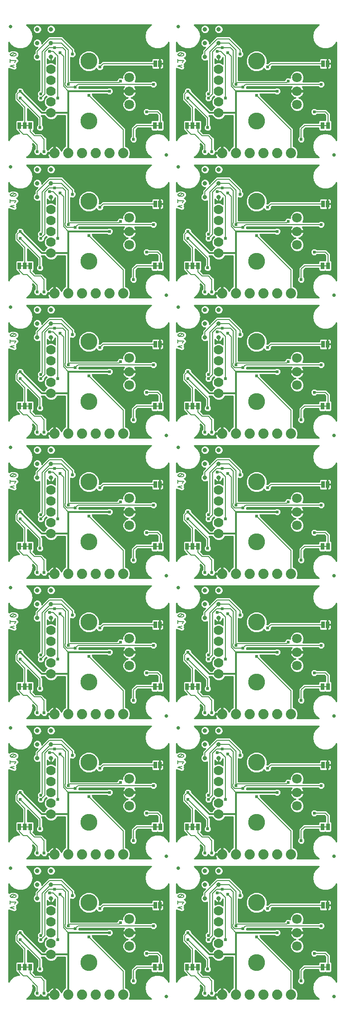
<source format=gbl>
G75*
%MOIN*%
%OFA0B0*%
%FSLAX25Y25*%
%IPPOS*%
%LPD*%
%AMOC8*
5,1,8,0,0,1.08239X$1,22.5*
%
%ADD10C,0.00800*%
%ADD11C,0.07400*%
%ADD12C,0.02500*%
%ADD13R,0.02500X0.05000*%
%ADD14R,0.01600X0.01000*%
%ADD15C,0.03200*%
%ADD16C,0.07087*%
%ADD17C,0.07000*%
%ADD18C,0.12268*%
%ADD19C,0.02400*%
%ADD20C,0.01200*%
%ADD21C,0.00600*%
%ADD22C,0.01000*%
D10*
X0031650Y0096858D02*
X0034450Y0097792D01*
X0034450Y0095925D02*
X0031650Y0096858D01*
X0031650Y0099742D02*
X0031650Y0102075D01*
X0031650Y0100908D02*
X0035850Y0100908D01*
X0034917Y0099742D01*
X0033750Y0106575D02*
X0033638Y0106573D01*
X0033526Y0106568D01*
X0033414Y0106559D01*
X0033303Y0106546D01*
X0033192Y0106530D01*
X0033081Y0106510D01*
X0032972Y0106486D01*
X0032863Y0106459D01*
X0032755Y0106429D01*
X0032648Y0106395D01*
X0032542Y0106358D01*
X0032438Y0106317D01*
X0032335Y0106273D01*
X0032233Y0106225D01*
X0032233Y0106224D02*
X0032180Y0106204D01*
X0032129Y0106181D01*
X0032080Y0106154D01*
X0032032Y0106124D01*
X0031986Y0106091D01*
X0031943Y0106056D01*
X0031902Y0106017D01*
X0031863Y0105976D01*
X0031827Y0105932D01*
X0031795Y0105886D01*
X0031765Y0105839D01*
X0031739Y0105789D01*
X0031715Y0105737D01*
X0031696Y0105685D01*
X0031679Y0105631D01*
X0031667Y0105576D01*
X0031657Y0105520D01*
X0031652Y0105464D01*
X0031650Y0105408D01*
X0031652Y0105352D01*
X0031657Y0105296D01*
X0031667Y0105240D01*
X0031679Y0105185D01*
X0031696Y0105131D01*
X0031715Y0105079D01*
X0031739Y0105027D01*
X0031765Y0104977D01*
X0031795Y0104930D01*
X0031827Y0104884D01*
X0031863Y0104840D01*
X0031902Y0104799D01*
X0031943Y0104760D01*
X0031986Y0104725D01*
X0032032Y0104692D01*
X0032080Y0104662D01*
X0032129Y0104635D01*
X0032180Y0104612D01*
X0032233Y0104592D01*
X0032583Y0104475D02*
X0034917Y0106342D01*
X0035267Y0106224D02*
X0035320Y0106204D01*
X0035371Y0106181D01*
X0035420Y0106154D01*
X0035468Y0106124D01*
X0035514Y0106091D01*
X0035557Y0106056D01*
X0035598Y0106017D01*
X0035637Y0105976D01*
X0035673Y0105932D01*
X0035705Y0105886D01*
X0035735Y0105839D01*
X0035761Y0105789D01*
X0035785Y0105737D01*
X0035804Y0105685D01*
X0035821Y0105631D01*
X0035833Y0105576D01*
X0035843Y0105520D01*
X0035848Y0105464D01*
X0035850Y0105408D01*
X0035848Y0105352D01*
X0035843Y0105296D01*
X0035833Y0105240D01*
X0035821Y0105185D01*
X0035804Y0105131D01*
X0035785Y0105079D01*
X0035761Y0105027D01*
X0035735Y0104977D01*
X0035705Y0104930D01*
X0035672Y0104884D01*
X0035637Y0104840D01*
X0035598Y0104799D01*
X0035557Y0104760D01*
X0035514Y0104725D01*
X0035468Y0104692D01*
X0035420Y0104662D01*
X0035371Y0104635D01*
X0035320Y0104612D01*
X0035267Y0104592D01*
X0035267Y0106225D02*
X0035165Y0106273D01*
X0035062Y0106317D01*
X0034958Y0106358D01*
X0034852Y0106395D01*
X0034745Y0106429D01*
X0034637Y0106459D01*
X0034528Y0106486D01*
X0034419Y0106510D01*
X0034308Y0106530D01*
X0034197Y0106546D01*
X0034086Y0106559D01*
X0033974Y0106568D01*
X0033862Y0106573D01*
X0033750Y0106575D01*
X0033750Y0104242D02*
X0033862Y0104244D01*
X0033974Y0104249D01*
X0034086Y0104258D01*
X0034197Y0104271D01*
X0034308Y0104287D01*
X0034419Y0104307D01*
X0034528Y0104331D01*
X0034637Y0104358D01*
X0034745Y0104388D01*
X0034852Y0104422D01*
X0034958Y0104459D01*
X0035062Y0104500D01*
X0035165Y0104544D01*
X0035267Y0104592D01*
X0033750Y0104242D02*
X0033638Y0104244D01*
X0033526Y0104249D01*
X0033414Y0104258D01*
X0033303Y0104271D01*
X0033192Y0104287D01*
X0033081Y0104307D01*
X0032972Y0104331D01*
X0032863Y0104358D01*
X0032755Y0104388D01*
X0032648Y0104422D01*
X0032542Y0104459D01*
X0032438Y0104500D01*
X0032335Y0104544D01*
X0032233Y0104592D01*
X0034450Y0197925D02*
X0031650Y0198858D01*
X0034450Y0199792D01*
X0034917Y0201742D02*
X0035850Y0202908D01*
X0031650Y0202908D01*
X0031650Y0201742D02*
X0031650Y0204075D01*
X0032233Y0208225D02*
X0032335Y0208273D01*
X0032438Y0208317D01*
X0032542Y0208358D01*
X0032648Y0208395D01*
X0032755Y0208429D01*
X0032863Y0208459D01*
X0032972Y0208486D01*
X0033081Y0208510D01*
X0033192Y0208530D01*
X0033303Y0208546D01*
X0033414Y0208559D01*
X0033526Y0208568D01*
X0033638Y0208573D01*
X0033750Y0208575D01*
X0033750Y0206242D02*
X0033862Y0206244D01*
X0033974Y0206249D01*
X0034086Y0206258D01*
X0034197Y0206271D01*
X0034308Y0206287D01*
X0034419Y0206307D01*
X0034528Y0206331D01*
X0034637Y0206358D01*
X0034745Y0206388D01*
X0034852Y0206422D01*
X0034958Y0206459D01*
X0035062Y0206500D01*
X0035165Y0206544D01*
X0035267Y0206592D01*
X0035320Y0206612D01*
X0035371Y0206635D01*
X0035420Y0206662D01*
X0035468Y0206692D01*
X0035514Y0206725D01*
X0035557Y0206760D01*
X0035598Y0206799D01*
X0035637Y0206840D01*
X0035672Y0206884D01*
X0035705Y0206930D01*
X0035735Y0206977D01*
X0035761Y0207027D01*
X0035785Y0207079D01*
X0035804Y0207131D01*
X0035821Y0207185D01*
X0035833Y0207240D01*
X0035843Y0207296D01*
X0035848Y0207352D01*
X0035850Y0207408D01*
X0035848Y0207464D01*
X0035843Y0207520D01*
X0035833Y0207576D01*
X0035821Y0207631D01*
X0035804Y0207685D01*
X0035785Y0207737D01*
X0035761Y0207789D01*
X0035735Y0207839D01*
X0035705Y0207886D01*
X0035673Y0207932D01*
X0035637Y0207976D01*
X0035598Y0208017D01*
X0035557Y0208056D01*
X0035514Y0208091D01*
X0035468Y0208124D01*
X0035420Y0208154D01*
X0035371Y0208181D01*
X0035320Y0208204D01*
X0035267Y0208224D01*
X0034917Y0208342D02*
X0032583Y0206475D01*
X0031650Y0207408D02*
X0031652Y0207464D01*
X0031657Y0207520D01*
X0031667Y0207576D01*
X0031679Y0207631D01*
X0031696Y0207685D01*
X0031715Y0207737D01*
X0031739Y0207789D01*
X0031765Y0207839D01*
X0031795Y0207886D01*
X0031827Y0207932D01*
X0031863Y0207976D01*
X0031902Y0208017D01*
X0031943Y0208056D01*
X0031986Y0208091D01*
X0032032Y0208124D01*
X0032080Y0208154D01*
X0032129Y0208181D01*
X0032180Y0208204D01*
X0032233Y0208224D01*
X0031650Y0207408D02*
X0031652Y0207352D01*
X0031657Y0207296D01*
X0031667Y0207240D01*
X0031679Y0207185D01*
X0031696Y0207131D01*
X0031715Y0207079D01*
X0031739Y0207027D01*
X0031765Y0206977D01*
X0031795Y0206930D01*
X0031827Y0206884D01*
X0031863Y0206840D01*
X0031902Y0206799D01*
X0031943Y0206760D01*
X0031986Y0206725D01*
X0032032Y0206692D01*
X0032080Y0206662D01*
X0032129Y0206635D01*
X0032180Y0206612D01*
X0032233Y0206592D01*
X0033750Y0208575D02*
X0033862Y0208573D01*
X0033974Y0208568D01*
X0034086Y0208559D01*
X0034197Y0208546D01*
X0034308Y0208530D01*
X0034419Y0208510D01*
X0034528Y0208486D01*
X0034637Y0208459D01*
X0034745Y0208429D01*
X0034852Y0208395D01*
X0034958Y0208358D01*
X0035062Y0208317D01*
X0035165Y0208273D01*
X0035267Y0208225D01*
X0033750Y0206242D02*
X0033638Y0206244D01*
X0033526Y0206249D01*
X0033414Y0206258D01*
X0033303Y0206271D01*
X0033192Y0206287D01*
X0033081Y0206307D01*
X0032972Y0206331D01*
X0032863Y0206358D01*
X0032755Y0206388D01*
X0032648Y0206422D01*
X0032542Y0206459D01*
X0032438Y0206500D01*
X0032335Y0206544D01*
X0032233Y0206592D01*
X0034450Y0299925D02*
X0031650Y0300858D01*
X0034450Y0301792D01*
X0034917Y0303742D02*
X0035850Y0304908D01*
X0031650Y0304908D01*
X0031650Y0303742D02*
X0031650Y0306075D01*
X0032233Y0310225D02*
X0032335Y0310273D01*
X0032438Y0310317D01*
X0032542Y0310358D01*
X0032648Y0310395D01*
X0032755Y0310429D01*
X0032863Y0310459D01*
X0032972Y0310486D01*
X0033081Y0310510D01*
X0033192Y0310530D01*
X0033303Y0310546D01*
X0033414Y0310559D01*
X0033526Y0310568D01*
X0033638Y0310573D01*
X0033750Y0310575D01*
X0033750Y0308242D02*
X0033862Y0308244D01*
X0033974Y0308249D01*
X0034086Y0308258D01*
X0034197Y0308271D01*
X0034308Y0308287D01*
X0034419Y0308307D01*
X0034528Y0308331D01*
X0034637Y0308358D01*
X0034745Y0308388D01*
X0034852Y0308422D01*
X0034958Y0308459D01*
X0035062Y0308500D01*
X0035165Y0308544D01*
X0035267Y0308592D01*
X0035320Y0308612D01*
X0035371Y0308635D01*
X0035420Y0308662D01*
X0035468Y0308692D01*
X0035514Y0308725D01*
X0035557Y0308760D01*
X0035598Y0308799D01*
X0035637Y0308840D01*
X0035672Y0308884D01*
X0035705Y0308930D01*
X0035735Y0308977D01*
X0035761Y0309027D01*
X0035785Y0309079D01*
X0035804Y0309131D01*
X0035821Y0309185D01*
X0035833Y0309240D01*
X0035843Y0309296D01*
X0035848Y0309352D01*
X0035850Y0309408D01*
X0035848Y0309464D01*
X0035843Y0309520D01*
X0035833Y0309576D01*
X0035821Y0309631D01*
X0035804Y0309685D01*
X0035785Y0309737D01*
X0035761Y0309789D01*
X0035735Y0309839D01*
X0035705Y0309886D01*
X0035673Y0309932D01*
X0035637Y0309976D01*
X0035598Y0310017D01*
X0035557Y0310056D01*
X0035514Y0310091D01*
X0035468Y0310124D01*
X0035420Y0310154D01*
X0035371Y0310181D01*
X0035320Y0310204D01*
X0035267Y0310224D01*
X0034917Y0310342D02*
X0032583Y0308475D01*
X0031650Y0309408D02*
X0031652Y0309464D01*
X0031657Y0309520D01*
X0031667Y0309576D01*
X0031679Y0309631D01*
X0031696Y0309685D01*
X0031715Y0309737D01*
X0031739Y0309789D01*
X0031765Y0309839D01*
X0031795Y0309886D01*
X0031827Y0309932D01*
X0031863Y0309976D01*
X0031902Y0310017D01*
X0031943Y0310056D01*
X0031986Y0310091D01*
X0032032Y0310124D01*
X0032080Y0310154D01*
X0032129Y0310181D01*
X0032180Y0310204D01*
X0032233Y0310224D01*
X0031650Y0309408D02*
X0031652Y0309352D01*
X0031657Y0309296D01*
X0031667Y0309240D01*
X0031679Y0309185D01*
X0031696Y0309131D01*
X0031715Y0309079D01*
X0031739Y0309027D01*
X0031765Y0308977D01*
X0031795Y0308930D01*
X0031827Y0308884D01*
X0031863Y0308840D01*
X0031902Y0308799D01*
X0031943Y0308760D01*
X0031986Y0308725D01*
X0032032Y0308692D01*
X0032080Y0308662D01*
X0032129Y0308635D01*
X0032180Y0308612D01*
X0032233Y0308592D01*
X0033750Y0310575D02*
X0033862Y0310573D01*
X0033974Y0310568D01*
X0034086Y0310559D01*
X0034197Y0310546D01*
X0034308Y0310530D01*
X0034419Y0310510D01*
X0034528Y0310486D01*
X0034637Y0310459D01*
X0034745Y0310429D01*
X0034852Y0310395D01*
X0034958Y0310358D01*
X0035062Y0310317D01*
X0035165Y0310273D01*
X0035267Y0310225D01*
X0033750Y0308242D02*
X0033638Y0308244D01*
X0033526Y0308249D01*
X0033414Y0308258D01*
X0033303Y0308271D01*
X0033192Y0308287D01*
X0033081Y0308307D01*
X0032972Y0308331D01*
X0032863Y0308358D01*
X0032755Y0308388D01*
X0032648Y0308422D01*
X0032542Y0308459D01*
X0032438Y0308500D01*
X0032335Y0308544D01*
X0032233Y0308592D01*
X0034450Y0401925D02*
X0031650Y0402858D01*
X0034450Y0403792D01*
X0034917Y0405742D02*
X0035850Y0406908D01*
X0031650Y0406908D01*
X0031650Y0405742D02*
X0031650Y0408075D01*
X0032233Y0412225D02*
X0032335Y0412273D01*
X0032438Y0412317D01*
X0032542Y0412358D01*
X0032648Y0412395D01*
X0032755Y0412429D01*
X0032863Y0412459D01*
X0032972Y0412486D01*
X0033081Y0412510D01*
X0033192Y0412530D01*
X0033303Y0412546D01*
X0033414Y0412559D01*
X0033526Y0412568D01*
X0033638Y0412573D01*
X0033750Y0412575D01*
X0033750Y0410242D02*
X0033862Y0410244D01*
X0033974Y0410249D01*
X0034086Y0410258D01*
X0034197Y0410271D01*
X0034308Y0410287D01*
X0034419Y0410307D01*
X0034528Y0410331D01*
X0034637Y0410358D01*
X0034745Y0410388D01*
X0034852Y0410422D01*
X0034958Y0410459D01*
X0035062Y0410500D01*
X0035165Y0410544D01*
X0035267Y0410592D01*
X0035320Y0410612D01*
X0035371Y0410635D01*
X0035420Y0410662D01*
X0035468Y0410692D01*
X0035514Y0410725D01*
X0035557Y0410760D01*
X0035598Y0410799D01*
X0035637Y0410840D01*
X0035672Y0410884D01*
X0035705Y0410930D01*
X0035735Y0410977D01*
X0035761Y0411027D01*
X0035785Y0411079D01*
X0035804Y0411131D01*
X0035821Y0411185D01*
X0035833Y0411240D01*
X0035843Y0411296D01*
X0035848Y0411352D01*
X0035850Y0411408D01*
X0035848Y0411464D01*
X0035843Y0411520D01*
X0035833Y0411576D01*
X0035821Y0411631D01*
X0035804Y0411685D01*
X0035785Y0411737D01*
X0035761Y0411789D01*
X0035735Y0411839D01*
X0035705Y0411886D01*
X0035673Y0411932D01*
X0035637Y0411976D01*
X0035598Y0412017D01*
X0035557Y0412056D01*
X0035514Y0412091D01*
X0035468Y0412124D01*
X0035420Y0412154D01*
X0035371Y0412181D01*
X0035320Y0412204D01*
X0035267Y0412224D01*
X0034917Y0412342D02*
X0032583Y0410475D01*
X0031650Y0411408D02*
X0031652Y0411464D01*
X0031657Y0411520D01*
X0031667Y0411576D01*
X0031679Y0411631D01*
X0031696Y0411685D01*
X0031715Y0411737D01*
X0031739Y0411789D01*
X0031765Y0411839D01*
X0031795Y0411886D01*
X0031827Y0411932D01*
X0031863Y0411976D01*
X0031902Y0412017D01*
X0031943Y0412056D01*
X0031986Y0412091D01*
X0032032Y0412124D01*
X0032080Y0412154D01*
X0032129Y0412181D01*
X0032180Y0412204D01*
X0032233Y0412224D01*
X0031650Y0411408D02*
X0031652Y0411352D01*
X0031657Y0411296D01*
X0031667Y0411240D01*
X0031679Y0411185D01*
X0031696Y0411131D01*
X0031715Y0411079D01*
X0031739Y0411027D01*
X0031765Y0410977D01*
X0031795Y0410930D01*
X0031827Y0410884D01*
X0031863Y0410840D01*
X0031902Y0410799D01*
X0031943Y0410760D01*
X0031986Y0410725D01*
X0032032Y0410692D01*
X0032080Y0410662D01*
X0032129Y0410635D01*
X0032180Y0410612D01*
X0032233Y0410592D01*
X0033750Y0412575D02*
X0033862Y0412573D01*
X0033974Y0412568D01*
X0034086Y0412559D01*
X0034197Y0412546D01*
X0034308Y0412530D01*
X0034419Y0412510D01*
X0034528Y0412486D01*
X0034637Y0412459D01*
X0034745Y0412429D01*
X0034852Y0412395D01*
X0034958Y0412358D01*
X0035062Y0412317D01*
X0035165Y0412273D01*
X0035267Y0412225D01*
X0033750Y0410242D02*
X0033638Y0410244D01*
X0033526Y0410249D01*
X0033414Y0410258D01*
X0033303Y0410271D01*
X0033192Y0410287D01*
X0033081Y0410307D01*
X0032972Y0410331D01*
X0032863Y0410358D01*
X0032755Y0410388D01*
X0032648Y0410422D01*
X0032542Y0410459D01*
X0032438Y0410500D01*
X0032335Y0410544D01*
X0032233Y0410592D01*
X0034450Y0503925D02*
X0031650Y0504858D01*
X0034450Y0505792D01*
X0034917Y0507742D02*
X0035850Y0508908D01*
X0031650Y0508908D01*
X0031650Y0507742D02*
X0031650Y0510075D01*
X0032233Y0514225D02*
X0032335Y0514273D01*
X0032438Y0514317D01*
X0032542Y0514358D01*
X0032648Y0514395D01*
X0032755Y0514429D01*
X0032863Y0514459D01*
X0032972Y0514486D01*
X0033081Y0514510D01*
X0033192Y0514530D01*
X0033303Y0514546D01*
X0033414Y0514559D01*
X0033526Y0514568D01*
X0033638Y0514573D01*
X0033750Y0514575D01*
X0033750Y0512242D02*
X0033862Y0512244D01*
X0033974Y0512249D01*
X0034086Y0512258D01*
X0034197Y0512271D01*
X0034308Y0512287D01*
X0034419Y0512307D01*
X0034528Y0512331D01*
X0034637Y0512358D01*
X0034745Y0512388D01*
X0034852Y0512422D01*
X0034958Y0512459D01*
X0035062Y0512500D01*
X0035165Y0512544D01*
X0035267Y0512592D01*
X0035320Y0512612D01*
X0035371Y0512635D01*
X0035420Y0512662D01*
X0035468Y0512692D01*
X0035514Y0512725D01*
X0035557Y0512760D01*
X0035598Y0512799D01*
X0035637Y0512840D01*
X0035672Y0512884D01*
X0035705Y0512930D01*
X0035735Y0512977D01*
X0035761Y0513027D01*
X0035785Y0513079D01*
X0035804Y0513131D01*
X0035821Y0513185D01*
X0035833Y0513240D01*
X0035843Y0513296D01*
X0035848Y0513352D01*
X0035850Y0513408D01*
X0035848Y0513464D01*
X0035843Y0513520D01*
X0035833Y0513576D01*
X0035821Y0513631D01*
X0035804Y0513685D01*
X0035785Y0513737D01*
X0035761Y0513789D01*
X0035735Y0513839D01*
X0035705Y0513886D01*
X0035673Y0513932D01*
X0035637Y0513976D01*
X0035598Y0514017D01*
X0035557Y0514056D01*
X0035514Y0514091D01*
X0035468Y0514124D01*
X0035420Y0514154D01*
X0035371Y0514181D01*
X0035320Y0514204D01*
X0035267Y0514224D01*
X0034917Y0514342D02*
X0032583Y0512475D01*
X0031650Y0513408D02*
X0031652Y0513464D01*
X0031657Y0513520D01*
X0031667Y0513576D01*
X0031679Y0513631D01*
X0031696Y0513685D01*
X0031715Y0513737D01*
X0031739Y0513789D01*
X0031765Y0513839D01*
X0031795Y0513886D01*
X0031827Y0513932D01*
X0031863Y0513976D01*
X0031902Y0514017D01*
X0031943Y0514056D01*
X0031986Y0514091D01*
X0032032Y0514124D01*
X0032080Y0514154D01*
X0032129Y0514181D01*
X0032180Y0514204D01*
X0032233Y0514224D01*
X0031650Y0513408D02*
X0031652Y0513352D01*
X0031657Y0513296D01*
X0031667Y0513240D01*
X0031679Y0513185D01*
X0031696Y0513131D01*
X0031715Y0513079D01*
X0031739Y0513027D01*
X0031765Y0512977D01*
X0031795Y0512930D01*
X0031827Y0512884D01*
X0031863Y0512840D01*
X0031902Y0512799D01*
X0031943Y0512760D01*
X0031986Y0512725D01*
X0032032Y0512692D01*
X0032080Y0512662D01*
X0032129Y0512635D01*
X0032180Y0512612D01*
X0032233Y0512592D01*
X0033750Y0514575D02*
X0033862Y0514573D01*
X0033974Y0514568D01*
X0034086Y0514559D01*
X0034197Y0514546D01*
X0034308Y0514530D01*
X0034419Y0514510D01*
X0034528Y0514486D01*
X0034637Y0514459D01*
X0034745Y0514429D01*
X0034852Y0514395D01*
X0034958Y0514358D01*
X0035062Y0514317D01*
X0035165Y0514273D01*
X0035267Y0514225D01*
X0033750Y0512242D02*
X0033638Y0512244D01*
X0033526Y0512249D01*
X0033414Y0512258D01*
X0033303Y0512271D01*
X0033192Y0512287D01*
X0033081Y0512307D01*
X0032972Y0512331D01*
X0032863Y0512358D01*
X0032755Y0512388D01*
X0032648Y0512422D01*
X0032542Y0512459D01*
X0032438Y0512500D01*
X0032335Y0512544D01*
X0032233Y0512592D01*
X0034450Y0605925D02*
X0031650Y0606858D01*
X0034450Y0607792D01*
X0034917Y0609742D02*
X0035850Y0610908D01*
X0031650Y0610908D01*
X0031650Y0609742D02*
X0031650Y0612075D01*
X0032233Y0616225D02*
X0032335Y0616273D01*
X0032438Y0616317D01*
X0032542Y0616358D01*
X0032648Y0616395D01*
X0032755Y0616429D01*
X0032863Y0616459D01*
X0032972Y0616486D01*
X0033081Y0616510D01*
X0033192Y0616530D01*
X0033303Y0616546D01*
X0033414Y0616559D01*
X0033526Y0616568D01*
X0033638Y0616573D01*
X0033750Y0616575D01*
X0033750Y0614242D02*
X0033862Y0614244D01*
X0033974Y0614249D01*
X0034086Y0614258D01*
X0034197Y0614271D01*
X0034308Y0614287D01*
X0034419Y0614307D01*
X0034528Y0614331D01*
X0034637Y0614358D01*
X0034745Y0614388D01*
X0034852Y0614422D01*
X0034958Y0614459D01*
X0035062Y0614500D01*
X0035165Y0614544D01*
X0035267Y0614592D01*
X0035320Y0614612D01*
X0035371Y0614635D01*
X0035420Y0614662D01*
X0035468Y0614692D01*
X0035514Y0614725D01*
X0035557Y0614760D01*
X0035598Y0614799D01*
X0035637Y0614840D01*
X0035672Y0614884D01*
X0035705Y0614930D01*
X0035735Y0614977D01*
X0035761Y0615027D01*
X0035785Y0615079D01*
X0035804Y0615131D01*
X0035821Y0615185D01*
X0035833Y0615240D01*
X0035843Y0615296D01*
X0035848Y0615352D01*
X0035850Y0615408D01*
X0035848Y0615464D01*
X0035843Y0615520D01*
X0035833Y0615576D01*
X0035821Y0615631D01*
X0035804Y0615685D01*
X0035785Y0615737D01*
X0035761Y0615789D01*
X0035735Y0615839D01*
X0035705Y0615886D01*
X0035673Y0615932D01*
X0035637Y0615976D01*
X0035598Y0616017D01*
X0035557Y0616056D01*
X0035514Y0616091D01*
X0035468Y0616124D01*
X0035420Y0616154D01*
X0035371Y0616181D01*
X0035320Y0616204D01*
X0035267Y0616224D01*
X0034917Y0616342D02*
X0032583Y0614475D01*
X0031650Y0615408D02*
X0031652Y0615464D01*
X0031657Y0615520D01*
X0031667Y0615576D01*
X0031679Y0615631D01*
X0031696Y0615685D01*
X0031715Y0615737D01*
X0031739Y0615789D01*
X0031765Y0615839D01*
X0031795Y0615886D01*
X0031827Y0615932D01*
X0031863Y0615976D01*
X0031902Y0616017D01*
X0031943Y0616056D01*
X0031986Y0616091D01*
X0032032Y0616124D01*
X0032080Y0616154D01*
X0032129Y0616181D01*
X0032180Y0616204D01*
X0032233Y0616224D01*
X0031650Y0615408D02*
X0031652Y0615352D01*
X0031657Y0615296D01*
X0031667Y0615240D01*
X0031679Y0615185D01*
X0031696Y0615131D01*
X0031715Y0615079D01*
X0031739Y0615027D01*
X0031765Y0614977D01*
X0031795Y0614930D01*
X0031827Y0614884D01*
X0031863Y0614840D01*
X0031902Y0614799D01*
X0031943Y0614760D01*
X0031986Y0614725D01*
X0032032Y0614692D01*
X0032080Y0614662D01*
X0032129Y0614635D01*
X0032180Y0614612D01*
X0032233Y0614592D01*
X0033750Y0616575D02*
X0033862Y0616573D01*
X0033974Y0616568D01*
X0034086Y0616559D01*
X0034197Y0616546D01*
X0034308Y0616530D01*
X0034419Y0616510D01*
X0034528Y0616486D01*
X0034637Y0616459D01*
X0034745Y0616429D01*
X0034852Y0616395D01*
X0034958Y0616358D01*
X0035062Y0616317D01*
X0035165Y0616273D01*
X0035267Y0616225D01*
X0033750Y0614242D02*
X0033638Y0614244D01*
X0033526Y0614249D01*
X0033414Y0614258D01*
X0033303Y0614271D01*
X0033192Y0614287D01*
X0033081Y0614307D01*
X0032972Y0614331D01*
X0032863Y0614358D01*
X0032755Y0614388D01*
X0032648Y0614422D01*
X0032542Y0614459D01*
X0032438Y0614500D01*
X0032335Y0614544D01*
X0032233Y0614592D01*
X0034450Y0707925D02*
X0031650Y0708858D01*
X0034450Y0709792D01*
X0034917Y0711742D02*
X0035850Y0712908D01*
X0031650Y0712908D01*
X0031650Y0711742D02*
X0031650Y0714075D01*
X0032233Y0718225D02*
X0032335Y0718273D01*
X0032438Y0718317D01*
X0032542Y0718358D01*
X0032648Y0718395D01*
X0032755Y0718429D01*
X0032863Y0718459D01*
X0032972Y0718486D01*
X0033081Y0718510D01*
X0033192Y0718530D01*
X0033303Y0718546D01*
X0033414Y0718559D01*
X0033526Y0718568D01*
X0033638Y0718573D01*
X0033750Y0718575D01*
X0033750Y0716242D02*
X0033862Y0716244D01*
X0033974Y0716249D01*
X0034086Y0716258D01*
X0034197Y0716271D01*
X0034308Y0716287D01*
X0034419Y0716307D01*
X0034528Y0716331D01*
X0034637Y0716358D01*
X0034745Y0716388D01*
X0034852Y0716422D01*
X0034958Y0716459D01*
X0035062Y0716500D01*
X0035165Y0716544D01*
X0035267Y0716592D01*
X0035320Y0716612D01*
X0035371Y0716635D01*
X0035420Y0716662D01*
X0035468Y0716692D01*
X0035514Y0716725D01*
X0035557Y0716760D01*
X0035598Y0716799D01*
X0035637Y0716840D01*
X0035672Y0716884D01*
X0035705Y0716930D01*
X0035735Y0716977D01*
X0035761Y0717027D01*
X0035785Y0717079D01*
X0035804Y0717131D01*
X0035821Y0717185D01*
X0035833Y0717240D01*
X0035843Y0717296D01*
X0035848Y0717352D01*
X0035850Y0717408D01*
X0035848Y0717464D01*
X0035843Y0717520D01*
X0035833Y0717576D01*
X0035821Y0717631D01*
X0035804Y0717685D01*
X0035785Y0717737D01*
X0035761Y0717789D01*
X0035735Y0717839D01*
X0035705Y0717886D01*
X0035673Y0717932D01*
X0035637Y0717976D01*
X0035598Y0718017D01*
X0035557Y0718056D01*
X0035514Y0718091D01*
X0035468Y0718124D01*
X0035420Y0718154D01*
X0035371Y0718181D01*
X0035320Y0718204D01*
X0035267Y0718224D01*
X0034917Y0718342D02*
X0032583Y0716475D01*
X0031650Y0717408D02*
X0031652Y0717464D01*
X0031657Y0717520D01*
X0031667Y0717576D01*
X0031679Y0717631D01*
X0031696Y0717685D01*
X0031715Y0717737D01*
X0031739Y0717789D01*
X0031765Y0717839D01*
X0031795Y0717886D01*
X0031827Y0717932D01*
X0031863Y0717976D01*
X0031902Y0718017D01*
X0031943Y0718056D01*
X0031986Y0718091D01*
X0032032Y0718124D01*
X0032080Y0718154D01*
X0032129Y0718181D01*
X0032180Y0718204D01*
X0032233Y0718224D01*
X0031650Y0717408D02*
X0031652Y0717352D01*
X0031657Y0717296D01*
X0031667Y0717240D01*
X0031679Y0717185D01*
X0031696Y0717131D01*
X0031715Y0717079D01*
X0031739Y0717027D01*
X0031765Y0716977D01*
X0031795Y0716930D01*
X0031827Y0716884D01*
X0031863Y0716840D01*
X0031902Y0716799D01*
X0031943Y0716760D01*
X0031986Y0716725D01*
X0032032Y0716692D01*
X0032080Y0716662D01*
X0032129Y0716635D01*
X0032180Y0716612D01*
X0032233Y0716592D01*
X0033750Y0718575D02*
X0033862Y0718573D01*
X0033974Y0718568D01*
X0034086Y0718559D01*
X0034197Y0718546D01*
X0034308Y0718530D01*
X0034419Y0718510D01*
X0034528Y0718486D01*
X0034637Y0718459D01*
X0034745Y0718429D01*
X0034852Y0718395D01*
X0034958Y0718358D01*
X0035062Y0718317D01*
X0035165Y0718273D01*
X0035267Y0718225D01*
X0033750Y0716242D02*
X0033638Y0716244D01*
X0033526Y0716249D01*
X0033414Y0716258D01*
X0033303Y0716271D01*
X0033192Y0716287D01*
X0033081Y0716307D01*
X0032972Y0716331D01*
X0032863Y0716358D01*
X0032755Y0716388D01*
X0032648Y0716422D01*
X0032542Y0716459D01*
X0032438Y0716500D01*
X0032335Y0716544D01*
X0032233Y0716592D01*
X0153650Y0714075D02*
X0153650Y0711742D01*
X0153650Y0712908D02*
X0157850Y0712908D01*
X0156917Y0711742D01*
X0156450Y0709792D02*
X0153650Y0708858D01*
X0156450Y0707925D01*
X0154233Y0718225D02*
X0154335Y0718273D01*
X0154438Y0718317D01*
X0154542Y0718358D01*
X0154648Y0718395D01*
X0154755Y0718429D01*
X0154863Y0718459D01*
X0154972Y0718486D01*
X0155081Y0718510D01*
X0155192Y0718530D01*
X0155303Y0718546D01*
X0155414Y0718559D01*
X0155526Y0718568D01*
X0155638Y0718573D01*
X0155750Y0718575D01*
X0155750Y0716242D02*
X0155862Y0716244D01*
X0155974Y0716249D01*
X0156086Y0716258D01*
X0156197Y0716271D01*
X0156308Y0716287D01*
X0156419Y0716307D01*
X0156528Y0716331D01*
X0156637Y0716358D01*
X0156745Y0716388D01*
X0156852Y0716422D01*
X0156958Y0716459D01*
X0157062Y0716500D01*
X0157165Y0716544D01*
X0157267Y0716592D01*
X0157320Y0716612D01*
X0157371Y0716635D01*
X0157420Y0716662D01*
X0157468Y0716692D01*
X0157514Y0716725D01*
X0157557Y0716760D01*
X0157598Y0716799D01*
X0157637Y0716840D01*
X0157672Y0716884D01*
X0157705Y0716930D01*
X0157735Y0716977D01*
X0157761Y0717027D01*
X0157785Y0717079D01*
X0157804Y0717131D01*
X0157821Y0717185D01*
X0157833Y0717240D01*
X0157843Y0717296D01*
X0157848Y0717352D01*
X0157850Y0717408D01*
X0157848Y0717464D01*
X0157843Y0717520D01*
X0157833Y0717576D01*
X0157821Y0717631D01*
X0157804Y0717685D01*
X0157785Y0717737D01*
X0157761Y0717789D01*
X0157735Y0717839D01*
X0157705Y0717886D01*
X0157673Y0717932D01*
X0157637Y0717976D01*
X0157598Y0718017D01*
X0157557Y0718056D01*
X0157514Y0718091D01*
X0157468Y0718124D01*
X0157420Y0718154D01*
X0157371Y0718181D01*
X0157320Y0718204D01*
X0157267Y0718224D01*
X0156917Y0718342D02*
X0154583Y0716475D01*
X0153650Y0717408D02*
X0153652Y0717464D01*
X0153657Y0717520D01*
X0153667Y0717576D01*
X0153679Y0717631D01*
X0153696Y0717685D01*
X0153715Y0717737D01*
X0153739Y0717789D01*
X0153765Y0717839D01*
X0153795Y0717886D01*
X0153827Y0717932D01*
X0153863Y0717976D01*
X0153902Y0718017D01*
X0153943Y0718056D01*
X0153986Y0718091D01*
X0154032Y0718124D01*
X0154080Y0718154D01*
X0154129Y0718181D01*
X0154180Y0718204D01*
X0154233Y0718224D01*
X0153650Y0717408D02*
X0153652Y0717352D01*
X0153657Y0717296D01*
X0153667Y0717240D01*
X0153679Y0717185D01*
X0153696Y0717131D01*
X0153715Y0717079D01*
X0153739Y0717027D01*
X0153765Y0716977D01*
X0153795Y0716930D01*
X0153827Y0716884D01*
X0153863Y0716840D01*
X0153902Y0716799D01*
X0153943Y0716760D01*
X0153986Y0716725D01*
X0154032Y0716692D01*
X0154080Y0716662D01*
X0154129Y0716635D01*
X0154180Y0716612D01*
X0154233Y0716592D01*
X0155750Y0718575D02*
X0155862Y0718573D01*
X0155974Y0718568D01*
X0156086Y0718559D01*
X0156197Y0718546D01*
X0156308Y0718530D01*
X0156419Y0718510D01*
X0156528Y0718486D01*
X0156637Y0718459D01*
X0156745Y0718429D01*
X0156852Y0718395D01*
X0156958Y0718358D01*
X0157062Y0718317D01*
X0157165Y0718273D01*
X0157267Y0718225D01*
X0155750Y0716242D02*
X0155638Y0716244D01*
X0155526Y0716249D01*
X0155414Y0716258D01*
X0155303Y0716271D01*
X0155192Y0716287D01*
X0155081Y0716307D01*
X0154972Y0716331D01*
X0154863Y0716358D01*
X0154755Y0716388D01*
X0154648Y0716422D01*
X0154542Y0716459D01*
X0154438Y0716500D01*
X0154335Y0716544D01*
X0154233Y0716592D01*
X0154233Y0614592D02*
X0154335Y0614544D01*
X0154438Y0614500D01*
X0154542Y0614459D01*
X0154648Y0614422D01*
X0154755Y0614388D01*
X0154863Y0614358D01*
X0154972Y0614331D01*
X0155081Y0614307D01*
X0155192Y0614287D01*
X0155303Y0614271D01*
X0155414Y0614258D01*
X0155526Y0614249D01*
X0155638Y0614244D01*
X0155750Y0614242D01*
X0155750Y0616575D02*
X0155862Y0616573D01*
X0155974Y0616568D01*
X0156086Y0616559D01*
X0156197Y0616546D01*
X0156308Y0616530D01*
X0156419Y0616510D01*
X0156528Y0616486D01*
X0156637Y0616459D01*
X0156745Y0616429D01*
X0156852Y0616395D01*
X0156958Y0616358D01*
X0157062Y0616317D01*
X0157165Y0616273D01*
X0157267Y0616225D01*
X0156917Y0616342D02*
X0154583Y0614475D01*
X0153650Y0615408D02*
X0153652Y0615464D01*
X0153657Y0615520D01*
X0153667Y0615576D01*
X0153679Y0615631D01*
X0153696Y0615685D01*
X0153715Y0615737D01*
X0153739Y0615789D01*
X0153765Y0615839D01*
X0153795Y0615886D01*
X0153827Y0615932D01*
X0153863Y0615976D01*
X0153902Y0616017D01*
X0153943Y0616056D01*
X0153986Y0616091D01*
X0154032Y0616124D01*
X0154080Y0616154D01*
X0154129Y0616181D01*
X0154180Y0616204D01*
X0154233Y0616224D01*
X0153650Y0615408D02*
X0153652Y0615352D01*
X0153657Y0615296D01*
X0153667Y0615240D01*
X0153679Y0615185D01*
X0153696Y0615131D01*
X0153715Y0615079D01*
X0153739Y0615027D01*
X0153765Y0614977D01*
X0153795Y0614930D01*
X0153827Y0614884D01*
X0153863Y0614840D01*
X0153902Y0614799D01*
X0153943Y0614760D01*
X0153986Y0614725D01*
X0154032Y0614692D01*
X0154080Y0614662D01*
X0154129Y0614635D01*
X0154180Y0614612D01*
X0154233Y0614592D01*
X0154233Y0616225D02*
X0154335Y0616273D01*
X0154438Y0616317D01*
X0154542Y0616358D01*
X0154648Y0616395D01*
X0154755Y0616429D01*
X0154863Y0616459D01*
X0154972Y0616486D01*
X0155081Y0616510D01*
X0155192Y0616530D01*
X0155303Y0616546D01*
X0155414Y0616559D01*
X0155526Y0616568D01*
X0155638Y0616573D01*
X0155750Y0616575D01*
X0155750Y0614242D02*
X0155862Y0614244D01*
X0155974Y0614249D01*
X0156086Y0614258D01*
X0156197Y0614271D01*
X0156308Y0614287D01*
X0156419Y0614307D01*
X0156528Y0614331D01*
X0156637Y0614358D01*
X0156745Y0614388D01*
X0156852Y0614422D01*
X0156958Y0614459D01*
X0157062Y0614500D01*
X0157165Y0614544D01*
X0157267Y0614592D01*
X0157320Y0614612D01*
X0157371Y0614635D01*
X0157420Y0614662D01*
X0157468Y0614692D01*
X0157514Y0614725D01*
X0157557Y0614760D01*
X0157598Y0614799D01*
X0157637Y0614840D01*
X0157672Y0614884D01*
X0157705Y0614930D01*
X0157735Y0614977D01*
X0157761Y0615027D01*
X0157785Y0615079D01*
X0157804Y0615131D01*
X0157821Y0615185D01*
X0157833Y0615240D01*
X0157843Y0615296D01*
X0157848Y0615352D01*
X0157850Y0615408D01*
X0157848Y0615464D01*
X0157843Y0615520D01*
X0157833Y0615576D01*
X0157821Y0615631D01*
X0157804Y0615685D01*
X0157785Y0615737D01*
X0157761Y0615789D01*
X0157735Y0615839D01*
X0157705Y0615886D01*
X0157673Y0615932D01*
X0157637Y0615976D01*
X0157598Y0616017D01*
X0157557Y0616056D01*
X0157514Y0616091D01*
X0157468Y0616124D01*
X0157420Y0616154D01*
X0157371Y0616181D01*
X0157320Y0616204D01*
X0157267Y0616224D01*
X0157850Y0610908D02*
X0153650Y0610908D01*
X0153650Y0609742D02*
X0153650Y0612075D01*
X0156917Y0609742D02*
X0157850Y0610908D01*
X0156450Y0607792D02*
X0153650Y0606858D01*
X0156450Y0605925D01*
X0154233Y0512592D02*
X0154335Y0512544D01*
X0154438Y0512500D01*
X0154542Y0512459D01*
X0154648Y0512422D01*
X0154755Y0512388D01*
X0154863Y0512358D01*
X0154972Y0512331D01*
X0155081Y0512307D01*
X0155192Y0512287D01*
X0155303Y0512271D01*
X0155414Y0512258D01*
X0155526Y0512249D01*
X0155638Y0512244D01*
X0155750Y0512242D01*
X0155750Y0514575D02*
X0155862Y0514573D01*
X0155974Y0514568D01*
X0156086Y0514559D01*
X0156197Y0514546D01*
X0156308Y0514530D01*
X0156419Y0514510D01*
X0156528Y0514486D01*
X0156637Y0514459D01*
X0156745Y0514429D01*
X0156852Y0514395D01*
X0156958Y0514358D01*
X0157062Y0514317D01*
X0157165Y0514273D01*
X0157267Y0514225D01*
X0156917Y0514342D02*
X0154583Y0512475D01*
X0153650Y0513408D02*
X0153652Y0513464D01*
X0153657Y0513520D01*
X0153667Y0513576D01*
X0153679Y0513631D01*
X0153696Y0513685D01*
X0153715Y0513737D01*
X0153739Y0513789D01*
X0153765Y0513839D01*
X0153795Y0513886D01*
X0153827Y0513932D01*
X0153863Y0513976D01*
X0153902Y0514017D01*
X0153943Y0514056D01*
X0153986Y0514091D01*
X0154032Y0514124D01*
X0154080Y0514154D01*
X0154129Y0514181D01*
X0154180Y0514204D01*
X0154233Y0514224D01*
X0153650Y0513408D02*
X0153652Y0513352D01*
X0153657Y0513296D01*
X0153667Y0513240D01*
X0153679Y0513185D01*
X0153696Y0513131D01*
X0153715Y0513079D01*
X0153739Y0513027D01*
X0153765Y0512977D01*
X0153795Y0512930D01*
X0153827Y0512884D01*
X0153863Y0512840D01*
X0153902Y0512799D01*
X0153943Y0512760D01*
X0153986Y0512725D01*
X0154032Y0512692D01*
X0154080Y0512662D01*
X0154129Y0512635D01*
X0154180Y0512612D01*
X0154233Y0512592D01*
X0154233Y0514225D02*
X0154335Y0514273D01*
X0154438Y0514317D01*
X0154542Y0514358D01*
X0154648Y0514395D01*
X0154755Y0514429D01*
X0154863Y0514459D01*
X0154972Y0514486D01*
X0155081Y0514510D01*
X0155192Y0514530D01*
X0155303Y0514546D01*
X0155414Y0514559D01*
X0155526Y0514568D01*
X0155638Y0514573D01*
X0155750Y0514575D01*
X0155750Y0512242D02*
X0155862Y0512244D01*
X0155974Y0512249D01*
X0156086Y0512258D01*
X0156197Y0512271D01*
X0156308Y0512287D01*
X0156419Y0512307D01*
X0156528Y0512331D01*
X0156637Y0512358D01*
X0156745Y0512388D01*
X0156852Y0512422D01*
X0156958Y0512459D01*
X0157062Y0512500D01*
X0157165Y0512544D01*
X0157267Y0512592D01*
X0157320Y0512612D01*
X0157371Y0512635D01*
X0157420Y0512662D01*
X0157468Y0512692D01*
X0157514Y0512725D01*
X0157557Y0512760D01*
X0157598Y0512799D01*
X0157637Y0512840D01*
X0157672Y0512884D01*
X0157705Y0512930D01*
X0157735Y0512977D01*
X0157761Y0513027D01*
X0157785Y0513079D01*
X0157804Y0513131D01*
X0157821Y0513185D01*
X0157833Y0513240D01*
X0157843Y0513296D01*
X0157848Y0513352D01*
X0157850Y0513408D01*
X0157848Y0513464D01*
X0157843Y0513520D01*
X0157833Y0513576D01*
X0157821Y0513631D01*
X0157804Y0513685D01*
X0157785Y0513737D01*
X0157761Y0513789D01*
X0157735Y0513839D01*
X0157705Y0513886D01*
X0157673Y0513932D01*
X0157637Y0513976D01*
X0157598Y0514017D01*
X0157557Y0514056D01*
X0157514Y0514091D01*
X0157468Y0514124D01*
X0157420Y0514154D01*
X0157371Y0514181D01*
X0157320Y0514204D01*
X0157267Y0514224D01*
X0157850Y0508908D02*
X0153650Y0508908D01*
X0153650Y0507742D02*
X0153650Y0510075D01*
X0156917Y0507742D02*
X0157850Y0508908D01*
X0156450Y0505792D02*
X0153650Y0504858D01*
X0156450Y0503925D01*
X0154233Y0410592D02*
X0154335Y0410544D01*
X0154438Y0410500D01*
X0154542Y0410459D01*
X0154648Y0410422D01*
X0154755Y0410388D01*
X0154863Y0410358D01*
X0154972Y0410331D01*
X0155081Y0410307D01*
X0155192Y0410287D01*
X0155303Y0410271D01*
X0155414Y0410258D01*
X0155526Y0410249D01*
X0155638Y0410244D01*
X0155750Y0410242D01*
X0155750Y0412575D02*
X0155862Y0412573D01*
X0155974Y0412568D01*
X0156086Y0412559D01*
X0156197Y0412546D01*
X0156308Y0412530D01*
X0156419Y0412510D01*
X0156528Y0412486D01*
X0156637Y0412459D01*
X0156745Y0412429D01*
X0156852Y0412395D01*
X0156958Y0412358D01*
X0157062Y0412317D01*
X0157165Y0412273D01*
X0157267Y0412225D01*
X0156917Y0412342D02*
X0154583Y0410475D01*
X0153650Y0411408D02*
X0153652Y0411464D01*
X0153657Y0411520D01*
X0153667Y0411576D01*
X0153679Y0411631D01*
X0153696Y0411685D01*
X0153715Y0411737D01*
X0153739Y0411789D01*
X0153765Y0411839D01*
X0153795Y0411886D01*
X0153827Y0411932D01*
X0153863Y0411976D01*
X0153902Y0412017D01*
X0153943Y0412056D01*
X0153986Y0412091D01*
X0154032Y0412124D01*
X0154080Y0412154D01*
X0154129Y0412181D01*
X0154180Y0412204D01*
X0154233Y0412224D01*
X0153650Y0411408D02*
X0153652Y0411352D01*
X0153657Y0411296D01*
X0153667Y0411240D01*
X0153679Y0411185D01*
X0153696Y0411131D01*
X0153715Y0411079D01*
X0153739Y0411027D01*
X0153765Y0410977D01*
X0153795Y0410930D01*
X0153827Y0410884D01*
X0153863Y0410840D01*
X0153902Y0410799D01*
X0153943Y0410760D01*
X0153986Y0410725D01*
X0154032Y0410692D01*
X0154080Y0410662D01*
X0154129Y0410635D01*
X0154180Y0410612D01*
X0154233Y0410592D01*
X0154233Y0412225D02*
X0154335Y0412273D01*
X0154438Y0412317D01*
X0154542Y0412358D01*
X0154648Y0412395D01*
X0154755Y0412429D01*
X0154863Y0412459D01*
X0154972Y0412486D01*
X0155081Y0412510D01*
X0155192Y0412530D01*
X0155303Y0412546D01*
X0155414Y0412559D01*
X0155526Y0412568D01*
X0155638Y0412573D01*
X0155750Y0412575D01*
X0155750Y0410242D02*
X0155862Y0410244D01*
X0155974Y0410249D01*
X0156086Y0410258D01*
X0156197Y0410271D01*
X0156308Y0410287D01*
X0156419Y0410307D01*
X0156528Y0410331D01*
X0156637Y0410358D01*
X0156745Y0410388D01*
X0156852Y0410422D01*
X0156958Y0410459D01*
X0157062Y0410500D01*
X0157165Y0410544D01*
X0157267Y0410592D01*
X0157320Y0410612D01*
X0157371Y0410635D01*
X0157420Y0410662D01*
X0157468Y0410692D01*
X0157514Y0410725D01*
X0157557Y0410760D01*
X0157598Y0410799D01*
X0157637Y0410840D01*
X0157672Y0410884D01*
X0157705Y0410930D01*
X0157735Y0410977D01*
X0157761Y0411027D01*
X0157785Y0411079D01*
X0157804Y0411131D01*
X0157821Y0411185D01*
X0157833Y0411240D01*
X0157843Y0411296D01*
X0157848Y0411352D01*
X0157850Y0411408D01*
X0157848Y0411464D01*
X0157843Y0411520D01*
X0157833Y0411576D01*
X0157821Y0411631D01*
X0157804Y0411685D01*
X0157785Y0411737D01*
X0157761Y0411789D01*
X0157735Y0411839D01*
X0157705Y0411886D01*
X0157673Y0411932D01*
X0157637Y0411976D01*
X0157598Y0412017D01*
X0157557Y0412056D01*
X0157514Y0412091D01*
X0157468Y0412124D01*
X0157420Y0412154D01*
X0157371Y0412181D01*
X0157320Y0412204D01*
X0157267Y0412224D01*
X0157850Y0406908D02*
X0153650Y0406908D01*
X0153650Y0405742D02*
X0153650Y0408075D01*
X0156917Y0405742D02*
X0157850Y0406908D01*
X0156450Y0403792D02*
X0153650Y0402858D01*
X0156450Y0401925D01*
X0154233Y0308592D02*
X0154335Y0308544D01*
X0154438Y0308500D01*
X0154542Y0308459D01*
X0154648Y0308422D01*
X0154755Y0308388D01*
X0154863Y0308358D01*
X0154972Y0308331D01*
X0155081Y0308307D01*
X0155192Y0308287D01*
X0155303Y0308271D01*
X0155414Y0308258D01*
X0155526Y0308249D01*
X0155638Y0308244D01*
X0155750Y0308242D01*
X0155750Y0310575D02*
X0155862Y0310573D01*
X0155974Y0310568D01*
X0156086Y0310559D01*
X0156197Y0310546D01*
X0156308Y0310530D01*
X0156419Y0310510D01*
X0156528Y0310486D01*
X0156637Y0310459D01*
X0156745Y0310429D01*
X0156852Y0310395D01*
X0156958Y0310358D01*
X0157062Y0310317D01*
X0157165Y0310273D01*
X0157267Y0310225D01*
X0156917Y0310342D02*
X0154583Y0308475D01*
X0153650Y0309408D02*
X0153652Y0309464D01*
X0153657Y0309520D01*
X0153667Y0309576D01*
X0153679Y0309631D01*
X0153696Y0309685D01*
X0153715Y0309737D01*
X0153739Y0309789D01*
X0153765Y0309839D01*
X0153795Y0309886D01*
X0153827Y0309932D01*
X0153863Y0309976D01*
X0153902Y0310017D01*
X0153943Y0310056D01*
X0153986Y0310091D01*
X0154032Y0310124D01*
X0154080Y0310154D01*
X0154129Y0310181D01*
X0154180Y0310204D01*
X0154233Y0310224D01*
X0153650Y0309408D02*
X0153652Y0309352D01*
X0153657Y0309296D01*
X0153667Y0309240D01*
X0153679Y0309185D01*
X0153696Y0309131D01*
X0153715Y0309079D01*
X0153739Y0309027D01*
X0153765Y0308977D01*
X0153795Y0308930D01*
X0153827Y0308884D01*
X0153863Y0308840D01*
X0153902Y0308799D01*
X0153943Y0308760D01*
X0153986Y0308725D01*
X0154032Y0308692D01*
X0154080Y0308662D01*
X0154129Y0308635D01*
X0154180Y0308612D01*
X0154233Y0308592D01*
X0154233Y0310225D02*
X0154335Y0310273D01*
X0154438Y0310317D01*
X0154542Y0310358D01*
X0154648Y0310395D01*
X0154755Y0310429D01*
X0154863Y0310459D01*
X0154972Y0310486D01*
X0155081Y0310510D01*
X0155192Y0310530D01*
X0155303Y0310546D01*
X0155414Y0310559D01*
X0155526Y0310568D01*
X0155638Y0310573D01*
X0155750Y0310575D01*
X0155750Y0308242D02*
X0155862Y0308244D01*
X0155974Y0308249D01*
X0156086Y0308258D01*
X0156197Y0308271D01*
X0156308Y0308287D01*
X0156419Y0308307D01*
X0156528Y0308331D01*
X0156637Y0308358D01*
X0156745Y0308388D01*
X0156852Y0308422D01*
X0156958Y0308459D01*
X0157062Y0308500D01*
X0157165Y0308544D01*
X0157267Y0308592D01*
X0157320Y0308612D01*
X0157371Y0308635D01*
X0157420Y0308662D01*
X0157468Y0308692D01*
X0157514Y0308725D01*
X0157557Y0308760D01*
X0157598Y0308799D01*
X0157637Y0308840D01*
X0157672Y0308884D01*
X0157705Y0308930D01*
X0157735Y0308977D01*
X0157761Y0309027D01*
X0157785Y0309079D01*
X0157804Y0309131D01*
X0157821Y0309185D01*
X0157833Y0309240D01*
X0157843Y0309296D01*
X0157848Y0309352D01*
X0157850Y0309408D01*
X0157848Y0309464D01*
X0157843Y0309520D01*
X0157833Y0309576D01*
X0157821Y0309631D01*
X0157804Y0309685D01*
X0157785Y0309737D01*
X0157761Y0309789D01*
X0157735Y0309839D01*
X0157705Y0309886D01*
X0157673Y0309932D01*
X0157637Y0309976D01*
X0157598Y0310017D01*
X0157557Y0310056D01*
X0157514Y0310091D01*
X0157468Y0310124D01*
X0157420Y0310154D01*
X0157371Y0310181D01*
X0157320Y0310204D01*
X0157267Y0310224D01*
X0157850Y0304908D02*
X0153650Y0304908D01*
X0153650Y0303742D02*
X0153650Y0306075D01*
X0156917Y0303742D02*
X0157850Y0304908D01*
X0156450Y0301792D02*
X0153650Y0300858D01*
X0156450Y0299925D01*
X0154233Y0206592D02*
X0154335Y0206544D01*
X0154438Y0206500D01*
X0154542Y0206459D01*
X0154648Y0206422D01*
X0154755Y0206388D01*
X0154863Y0206358D01*
X0154972Y0206331D01*
X0155081Y0206307D01*
X0155192Y0206287D01*
X0155303Y0206271D01*
X0155414Y0206258D01*
X0155526Y0206249D01*
X0155638Y0206244D01*
X0155750Y0206242D01*
X0155750Y0208575D02*
X0155862Y0208573D01*
X0155974Y0208568D01*
X0156086Y0208559D01*
X0156197Y0208546D01*
X0156308Y0208530D01*
X0156419Y0208510D01*
X0156528Y0208486D01*
X0156637Y0208459D01*
X0156745Y0208429D01*
X0156852Y0208395D01*
X0156958Y0208358D01*
X0157062Y0208317D01*
X0157165Y0208273D01*
X0157267Y0208225D01*
X0156917Y0208342D02*
X0154583Y0206475D01*
X0153650Y0207408D02*
X0153652Y0207464D01*
X0153657Y0207520D01*
X0153667Y0207576D01*
X0153679Y0207631D01*
X0153696Y0207685D01*
X0153715Y0207737D01*
X0153739Y0207789D01*
X0153765Y0207839D01*
X0153795Y0207886D01*
X0153827Y0207932D01*
X0153863Y0207976D01*
X0153902Y0208017D01*
X0153943Y0208056D01*
X0153986Y0208091D01*
X0154032Y0208124D01*
X0154080Y0208154D01*
X0154129Y0208181D01*
X0154180Y0208204D01*
X0154233Y0208224D01*
X0153650Y0207408D02*
X0153652Y0207352D01*
X0153657Y0207296D01*
X0153667Y0207240D01*
X0153679Y0207185D01*
X0153696Y0207131D01*
X0153715Y0207079D01*
X0153739Y0207027D01*
X0153765Y0206977D01*
X0153795Y0206930D01*
X0153827Y0206884D01*
X0153863Y0206840D01*
X0153902Y0206799D01*
X0153943Y0206760D01*
X0153986Y0206725D01*
X0154032Y0206692D01*
X0154080Y0206662D01*
X0154129Y0206635D01*
X0154180Y0206612D01*
X0154233Y0206592D01*
X0154233Y0208225D02*
X0154335Y0208273D01*
X0154438Y0208317D01*
X0154542Y0208358D01*
X0154648Y0208395D01*
X0154755Y0208429D01*
X0154863Y0208459D01*
X0154972Y0208486D01*
X0155081Y0208510D01*
X0155192Y0208530D01*
X0155303Y0208546D01*
X0155414Y0208559D01*
X0155526Y0208568D01*
X0155638Y0208573D01*
X0155750Y0208575D01*
X0155750Y0206242D02*
X0155862Y0206244D01*
X0155974Y0206249D01*
X0156086Y0206258D01*
X0156197Y0206271D01*
X0156308Y0206287D01*
X0156419Y0206307D01*
X0156528Y0206331D01*
X0156637Y0206358D01*
X0156745Y0206388D01*
X0156852Y0206422D01*
X0156958Y0206459D01*
X0157062Y0206500D01*
X0157165Y0206544D01*
X0157267Y0206592D01*
X0157320Y0206612D01*
X0157371Y0206635D01*
X0157420Y0206662D01*
X0157468Y0206692D01*
X0157514Y0206725D01*
X0157557Y0206760D01*
X0157598Y0206799D01*
X0157637Y0206840D01*
X0157672Y0206884D01*
X0157705Y0206930D01*
X0157735Y0206977D01*
X0157761Y0207027D01*
X0157785Y0207079D01*
X0157804Y0207131D01*
X0157821Y0207185D01*
X0157833Y0207240D01*
X0157843Y0207296D01*
X0157848Y0207352D01*
X0157850Y0207408D01*
X0157848Y0207464D01*
X0157843Y0207520D01*
X0157833Y0207576D01*
X0157821Y0207631D01*
X0157804Y0207685D01*
X0157785Y0207737D01*
X0157761Y0207789D01*
X0157735Y0207839D01*
X0157705Y0207886D01*
X0157673Y0207932D01*
X0157637Y0207976D01*
X0157598Y0208017D01*
X0157557Y0208056D01*
X0157514Y0208091D01*
X0157468Y0208124D01*
X0157420Y0208154D01*
X0157371Y0208181D01*
X0157320Y0208204D01*
X0157267Y0208224D01*
X0157850Y0202908D02*
X0153650Y0202908D01*
X0153650Y0201742D02*
X0153650Y0204075D01*
X0156917Y0201742D02*
X0157850Y0202908D01*
X0156450Y0199792D02*
X0153650Y0198858D01*
X0156450Y0197925D01*
X0154233Y0104592D02*
X0154335Y0104544D01*
X0154438Y0104500D01*
X0154542Y0104459D01*
X0154648Y0104422D01*
X0154755Y0104388D01*
X0154863Y0104358D01*
X0154972Y0104331D01*
X0155081Y0104307D01*
X0155192Y0104287D01*
X0155303Y0104271D01*
X0155414Y0104258D01*
X0155526Y0104249D01*
X0155638Y0104244D01*
X0155750Y0104242D01*
X0155750Y0106575D02*
X0155862Y0106573D01*
X0155974Y0106568D01*
X0156086Y0106559D01*
X0156197Y0106546D01*
X0156308Y0106530D01*
X0156419Y0106510D01*
X0156528Y0106486D01*
X0156637Y0106459D01*
X0156745Y0106429D01*
X0156852Y0106395D01*
X0156958Y0106358D01*
X0157062Y0106317D01*
X0157165Y0106273D01*
X0157267Y0106225D01*
X0156917Y0106342D02*
X0154583Y0104475D01*
X0153650Y0105408D02*
X0153652Y0105464D01*
X0153657Y0105520D01*
X0153667Y0105576D01*
X0153679Y0105631D01*
X0153696Y0105685D01*
X0153715Y0105737D01*
X0153739Y0105789D01*
X0153765Y0105839D01*
X0153795Y0105886D01*
X0153827Y0105932D01*
X0153863Y0105976D01*
X0153902Y0106017D01*
X0153943Y0106056D01*
X0153986Y0106091D01*
X0154032Y0106124D01*
X0154080Y0106154D01*
X0154129Y0106181D01*
X0154180Y0106204D01*
X0154233Y0106224D01*
X0153650Y0105408D02*
X0153652Y0105352D01*
X0153657Y0105296D01*
X0153667Y0105240D01*
X0153679Y0105185D01*
X0153696Y0105131D01*
X0153715Y0105079D01*
X0153739Y0105027D01*
X0153765Y0104977D01*
X0153795Y0104930D01*
X0153827Y0104884D01*
X0153863Y0104840D01*
X0153902Y0104799D01*
X0153943Y0104760D01*
X0153986Y0104725D01*
X0154032Y0104692D01*
X0154080Y0104662D01*
X0154129Y0104635D01*
X0154180Y0104612D01*
X0154233Y0104592D01*
X0154233Y0106225D02*
X0154335Y0106273D01*
X0154438Y0106317D01*
X0154542Y0106358D01*
X0154648Y0106395D01*
X0154755Y0106429D01*
X0154863Y0106459D01*
X0154972Y0106486D01*
X0155081Y0106510D01*
X0155192Y0106530D01*
X0155303Y0106546D01*
X0155414Y0106559D01*
X0155526Y0106568D01*
X0155638Y0106573D01*
X0155750Y0106575D01*
X0155750Y0104242D02*
X0155862Y0104244D01*
X0155974Y0104249D01*
X0156086Y0104258D01*
X0156197Y0104271D01*
X0156308Y0104287D01*
X0156419Y0104307D01*
X0156528Y0104331D01*
X0156637Y0104358D01*
X0156745Y0104388D01*
X0156852Y0104422D01*
X0156958Y0104459D01*
X0157062Y0104500D01*
X0157165Y0104544D01*
X0157267Y0104592D01*
X0157320Y0104612D01*
X0157371Y0104635D01*
X0157420Y0104662D01*
X0157468Y0104692D01*
X0157514Y0104725D01*
X0157557Y0104760D01*
X0157598Y0104799D01*
X0157637Y0104840D01*
X0157672Y0104884D01*
X0157705Y0104930D01*
X0157735Y0104977D01*
X0157761Y0105027D01*
X0157785Y0105079D01*
X0157804Y0105131D01*
X0157821Y0105185D01*
X0157833Y0105240D01*
X0157843Y0105296D01*
X0157848Y0105352D01*
X0157850Y0105408D01*
X0157848Y0105464D01*
X0157843Y0105520D01*
X0157833Y0105576D01*
X0157821Y0105631D01*
X0157804Y0105685D01*
X0157785Y0105737D01*
X0157761Y0105789D01*
X0157735Y0105839D01*
X0157705Y0105886D01*
X0157673Y0105932D01*
X0157637Y0105976D01*
X0157598Y0106017D01*
X0157557Y0106056D01*
X0157514Y0106091D01*
X0157468Y0106124D01*
X0157420Y0106154D01*
X0157371Y0106181D01*
X0157320Y0106204D01*
X0157267Y0106224D01*
X0157850Y0100908D02*
X0153650Y0100908D01*
X0153650Y0099742D02*
X0153650Y0102075D01*
X0156917Y0099742D02*
X0157850Y0100908D01*
X0156450Y0097792D02*
X0153650Y0096858D01*
X0156450Y0095925D01*
D11*
X0185750Y0135750D03*
X0195750Y0135750D03*
X0205750Y0135750D03*
X0215750Y0135750D03*
X0225750Y0135750D03*
X0235750Y0135750D03*
X0235750Y0033750D03*
X0225750Y0033750D03*
X0215750Y0033750D03*
X0205750Y0033750D03*
X0195750Y0033750D03*
X0185750Y0033750D03*
X0113750Y0033750D03*
X0103750Y0033750D03*
X0093750Y0033750D03*
X0083750Y0033750D03*
X0073750Y0033750D03*
X0063750Y0033750D03*
X0063750Y0135750D03*
X0073750Y0135750D03*
X0083750Y0135750D03*
X0093750Y0135750D03*
X0103750Y0135750D03*
X0113750Y0135750D03*
X0113750Y0237750D03*
X0103750Y0237750D03*
X0093750Y0237750D03*
X0083750Y0237750D03*
X0073750Y0237750D03*
X0063750Y0237750D03*
X0063750Y0339750D03*
X0073750Y0339750D03*
X0083750Y0339750D03*
X0093750Y0339750D03*
X0103750Y0339750D03*
X0113750Y0339750D03*
X0113750Y0441750D03*
X0103750Y0441750D03*
X0093750Y0441750D03*
X0083750Y0441750D03*
X0073750Y0441750D03*
X0063750Y0441750D03*
X0063750Y0543750D03*
X0073750Y0543750D03*
X0083750Y0543750D03*
X0093750Y0543750D03*
X0103750Y0543750D03*
X0113750Y0543750D03*
X0113750Y0645750D03*
X0103750Y0645750D03*
X0093750Y0645750D03*
X0083750Y0645750D03*
X0073750Y0645750D03*
X0063750Y0645750D03*
X0185750Y0645750D03*
X0195750Y0645750D03*
X0205750Y0645750D03*
X0215750Y0645750D03*
X0225750Y0645750D03*
X0235750Y0645750D03*
X0235750Y0543750D03*
X0225750Y0543750D03*
X0215750Y0543750D03*
X0205750Y0543750D03*
X0195750Y0543750D03*
X0185750Y0543750D03*
X0185750Y0441750D03*
X0195750Y0441750D03*
X0205750Y0441750D03*
X0215750Y0441750D03*
X0225750Y0441750D03*
X0235750Y0441750D03*
X0235750Y0339750D03*
X0225750Y0339750D03*
X0215750Y0339750D03*
X0205750Y0339750D03*
X0195750Y0339750D03*
X0185750Y0339750D03*
X0185750Y0237750D03*
X0195750Y0237750D03*
X0205750Y0237750D03*
X0215750Y0237750D03*
X0225750Y0237750D03*
X0235750Y0237750D03*
D12*
X0267250Y0236250D03*
X0267250Y0338250D03*
X0267250Y0440250D03*
X0267250Y0542250D03*
X0267250Y0644250D03*
X0153750Y0635750D03*
X0145250Y0644250D03*
X0153750Y0737750D03*
X0145250Y0542250D03*
X0153750Y0533750D03*
X0145250Y0440250D03*
X0153750Y0431750D03*
X0145250Y0338250D03*
X0153750Y0329750D03*
X0145250Y0236250D03*
X0153750Y0227750D03*
X0145250Y0134250D03*
X0153750Y0125750D03*
X0145250Y0032250D03*
X0031750Y0125750D03*
X0031750Y0227750D03*
X0031750Y0329750D03*
X0031750Y0431750D03*
X0031750Y0533750D03*
X0031750Y0635750D03*
X0031750Y0737750D03*
X0267250Y0134250D03*
X0267250Y0032250D03*
D13*
X0262750Y0053750D03*
X0258750Y0053750D03*
X0259150Y0098750D03*
X0262350Y0098750D03*
X0262750Y0155750D03*
X0258750Y0155750D03*
X0259150Y0200750D03*
X0262350Y0200750D03*
X0262750Y0257750D03*
X0258750Y0257750D03*
X0259150Y0302750D03*
X0262350Y0302750D03*
X0262750Y0359750D03*
X0258750Y0359750D03*
X0259150Y0404750D03*
X0262350Y0404750D03*
X0262750Y0461750D03*
X0258750Y0461750D03*
X0259150Y0506750D03*
X0262350Y0506750D03*
X0262750Y0563750D03*
X0258750Y0563750D03*
X0259150Y0608750D03*
X0262350Y0608750D03*
X0262750Y0665750D03*
X0258750Y0665750D03*
X0259150Y0710750D03*
X0262350Y0710750D03*
X0168250Y0665750D03*
X0164250Y0665750D03*
X0160250Y0665750D03*
X0140750Y0665750D03*
X0136750Y0665750D03*
X0137150Y0710750D03*
X0140350Y0710750D03*
X0140350Y0608750D03*
X0137150Y0608750D03*
X0136750Y0563750D03*
X0140750Y0563750D03*
X0160250Y0563750D03*
X0164250Y0563750D03*
X0168250Y0563750D03*
X0140350Y0506750D03*
X0137150Y0506750D03*
X0136750Y0461750D03*
X0140750Y0461750D03*
X0160250Y0461750D03*
X0164250Y0461750D03*
X0168250Y0461750D03*
X0140350Y0404750D03*
X0137150Y0404750D03*
X0136750Y0359750D03*
X0140750Y0359750D03*
X0160250Y0359750D03*
X0164250Y0359750D03*
X0168250Y0359750D03*
X0140350Y0302750D03*
X0137150Y0302750D03*
X0136750Y0257750D03*
X0140750Y0257750D03*
X0160250Y0257750D03*
X0164250Y0257750D03*
X0168250Y0257750D03*
X0140350Y0200750D03*
X0137150Y0200750D03*
X0136750Y0155750D03*
X0140750Y0155750D03*
X0160250Y0155750D03*
X0164250Y0155750D03*
X0168250Y0155750D03*
X0140350Y0098750D03*
X0137150Y0098750D03*
X0136750Y0053750D03*
X0140750Y0053750D03*
X0160250Y0053750D03*
X0164250Y0053750D03*
X0168250Y0053750D03*
X0046250Y0053750D03*
X0042250Y0053750D03*
X0038250Y0053750D03*
X0038250Y0155750D03*
X0042250Y0155750D03*
X0046250Y0155750D03*
X0046250Y0257750D03*
X0042250Y0257750D03*
X0038250Y0257750D03*
X0038250Y0359750D03*
X0042250Y0359750D03*
X0046250Y0359750D03*
X0046250Y0461750D03*
X0042250Y0461750D03*
X0038250Y0461750D03*
X0038250Y0563750D03*
X0042250Y0563750D03*
X0046250Y0563750D03*
X0046250Y0665750D03*
X0042250Y0665750D03*
X0038250Y0665750D03*
D14*
X0040250Y0665750D03*
X0044250Y0665750D03*
X0044250Y0563750D03*
X0040250Y0563750D03*
X0040250Y0461750D03*
X0044250Y0461750D03*
X0044250Y0359750D03*
X0040250Y0359750D03*
X0040250Y0257750D03*
X0044250Y0257750D03*
X0044250Y0155750D03*
X0040250Y0155750D03*
X0040250Y0053750D03*
X0044250Y0053750D03*
X0138750Y0053750D03*
X0162250Y0053750D03*
X0166250Y0053750D03*
X0166250Y0155750D03*
X0162250Y0155750D03*
X0138750Y0155750D03*
X0138750Y0257750D03*
X0162250Y0257750D03*
X0166250Y0257750D03*
X0166250Y0359750D03*
X0162250Y0359750D03*
X0138750Y0359750D03*
X0138750Y0461750D03*
X0162250Y0461750D03*
X0166250Y0461750D03*
X0166250Y0563750D03*
X0162250Y0563750D03*
X0138750Y0563750D03*
X0138750Y0665750D03*
X0162250Y0665750D03*
X0166250Y0665750D03*
X0260750Y0665750D03*
X0260750Y0563750D03*
X0260750Y0461750D03*
X0260750Y0359750D03*
X0260750Y0257750D03*
X0260750Y0155750D03*
X0260750Y0053750D03*
D15*
X0183250Y0103750D03*
X0183250Y0113750D03*
X0183250Y0123750D03*
X0173250Y0123750D03*
X0173250Y0113750D03*
X0173250Y0103750D03*
X0173250Y0205750D03*
X0173250Y0215750D03*
X0173250Y0225750D03*
X0183250Y0225750D03*
X0183250Y0215750D03*
X0183250Y0205750D03*
X0183250Y0307750D03*
X0183250Y0317750D03*
X0183250Y0327750D03*
X0173250Y0327750D03*
X0173250Y0317750D03*
X0173250Y0307750D03*
X0173250Y0409750D03*
X0173250Y0419750D03*
X0173250Y0429750D03*
X0183250Y0429750D03*
X0183250Y0419750D03*
X0183250Y0409750D03*
X0183250Y0511750D03*
X0183250Y0521750D03*
X0183250Y0531750D03*
X0173250Y0531750D03*
X0173250Y0521750D03*
X0173250Y0511750D03*
X0173250Y0613750D03*
X0173250Y0623750D03*
X0173250Y0633750D03*
X0183250Y0633750D03*
X0183250Y0623750D03*
X0183250Y0613750D03*
X0183250Y0715750D03*
X0183250Y0725750D03*
X0183250Y0735750D03*
X0173250Y0735750D03*
X0173250Y0725750D03*
X0173250Y0715750D03*
X0061250Y0715750D03*
X0061250Y0725750D03*
X0061250Y0735750D03*
X0051250Y0735750D03*
X0051250Y0725750D03*
X0051250Y0715750D03*
X0051250Y0633750D03*
X0051250Y0623750D03*
X0051250Y0613750D03*
X0061250Y0613750D03*
X0061250Y0623750D03*
X0061250Y0633750D03*
X0061250Y0531750D03*
X0061250Y0521750D03*
X0061250Y0511750D03*
X0051250Y0511750D03*
X0051250Y0521750D03*
X0051250Y0531750D03*
X0051250Y0429750D03*
X0051250Y0419750D03*
X0051250Y0409750D03*
X0061250Y0409750D03*
X0061250Y0419750D03*
X0061250Y0429750D03*
X0061250Y0327750D03*
X0061250Y0317750D03*
X0061250Y0307750D03*
X0051250Y0307750D03*
X0051250Y0317750D03*
X0051250Y0327750D03*
X0051250Y0225750D03*
X0051250Y0215750D03*
X0051250Y0205750D03*
X0061250Y0205750D03*
X0061250Y0215750D03*
X0061250Y0225750D03*
X0061250Y0123750D03*
X0061250Y0113750D03*
X0061250Y0103750D03*
X0051250Y0103750D03*
X0051250Y0113750D03*
X0051250Y0123750D03*
D16*
X0118278Y0088593D03*
X0118278Y0078750D03*
X0118278Y0068907D03*
X0118278Y0170907D03*
X0118278Y0180750D03*
X0118278Y0190593D03*
X0118278Y0272907D03*
X0118278Y0282750D03*
X0118278Y0292593D03*
X0118278Y0374907D03*
X0118278Y0384750D03*
X0118278Y0394593D03*
X0118278Y0476907D03*
X0118278Y0486750D03*
X0118278Y0496593D03*
X0118278Y0578907D03*
X0118278Y0588750D03*
X0118278Y0598593D03*
X0118278Y0680907D03*
X0118278Y0690750D03*
X0118278Y0700593D03*
X0240278Y0700593D03*
X0240278Y0690750D03*
X0240278Y0680907D03*
X0240278Y0598593D03*
X0240278Y0588750D03*
X0240278Y0578907D03*
X0240278Y0496593D03*
X0240278Y0486750D03*
X0240278Y0476907D03*
X0240278Y0394593D03*
X0240278Y0384750D03*
X0240278Y0374907D03*
X0240278Y0292593D03*
X0240278Y0282750D03*
X0240278Y0272907D03*
X0240278Y0190593D03*
X0240278Y0180750D03*
X0240278Y0170907D03*
X0240278Y0088593D03*
X0240278Y0078750D03*
X0240278Y0068907D03*
D17*
X0183191Y0070876D03*
X0183191Y0078750D03*
X0183191Y0086624D03*
X0183191Y0094498D03*
X0183191Y0063002D03*
X0183191Y0165002D03*
X0183191Y0172876D03*
X0183191Y0180750D03*
X0183191Y0188624D03*
X0183191Y0196498D03*
X0183191Y0267002D03*
X0183191Y0274876D03*
X0183191Y0282750D03*
X0183191Y0290624D03*
X0183191Y0298498D03*
X0183191Y0369002D03*
X0183191Y0376876D03*
X0183191Y0384750D03*
X0183191Y0392624D03*
X0183191Y0400498D03*
X0183191Y0471002D03*
X0183191Y0478876D03*
X0183191Y0486750D03*
X0183191Y0494624D03*
X0183191Y0502498D03*
X0183191Y0573002D03*
X0183191Y0580876D03*
X0183191Y0588750D03*
X0183191Y0596624D03*
X0183191Y0604498D03*
X0183191Y0675002D03*
X0183191Y0682876D03*
X0183191Y0690750D03*
X0183191Y0698624D03*
X0183191Y0706498D03*
X0061191Y0706498D03*
X0061191Y0698624D03*
X0061191Y0690750D03*
X0061191Y0682876D03*
X0061191Y0675002D03*
X0061191Y0604498D03*
X0061191Y0596624D03*
X0061191Y0588750D03*
X0061191Y0580876D03*
X0061191Y0573002D03*
X0061191Y0502498D03*
X0061191Y0494624D03*
X0061191Y0486750D03*
X0061191Y0478876D03*
X0061191Y0471002D03*
X0061191Y0400498D03*
X0061191Y0392624D03*
X0061191Y0384750D03*
X0061191Y0376876D03*
X0061191Y0369002D03*
X0061191Y0298498D03*
X0061191Y0290624D03*
X0061191Y0282750D03*
X0061191Y0274876D03*
X0061191Y0267002D03*
X0061191Y0196498D03*
X0061191Y0188624D03*
X0061191Y0180750D03*
X0061191Y0172876D03*
X0061191Y0165002D03*
X0061191Y0094498D03*
X0061191Y0086624D03*
X0061191Y0078750D03*
X0061191Y0070876D03*
X0061191Y0063002D03*
D18*
X0088750Y0056900D03*
X0088750Y0100600D03*
X0088750Y0158900D03*
X0088750Y0202600D03*
X0088750Y0260900D03*
X0088750Y0304600D03*
X0088750Y0362900D03*
X0088750Y0406600D03*
X0088750Y0464900D03*
X0088750Y0508600D03*
X0088750Y0566900D03*
X0088750Y0610600D03*
X0088750Y0668900D03*
X0088750Y0712600D03*
X0210750Y0712600D03*
X0210750Y0668900D03*
X0210750Y0610600D03*
X0210750Y0566900D03*
X0210750Y0508600D03*
X0210750Y0464900D03*
X0210750Y0406600D03*
X0210750Y0362900D03*
X0210750Y0304600D03*
X0210750Y0260900D03*
X0210750Y0202600D03*
X0210750Y0158900D03*
X0210750Y0100600D03*
X0210750Y0056900D03*
D19*
X0210750Y0075750D03*
X0218750Y0096250D03*
X0222250Y0106250D03*
X0233750Y0085950D03*
X0225750Y0078750D03*
X0230750Y0068750D03*
X0243250Y0043750D03*
X0247750Y0043250D03*
X0252750Y0063750D03*
X0247250Y0066750D03*
X0257750Y0083750D03*
X0252750Y0102250D03*
X0267250Y0098750D03*
X0265750Y0073750D03*
X0235750Y0108750D03*
X0247750Y0145250D03*
X0243250Y0145750D03*
X0252750Y0165750D03*
X0247250Y0168750D03*
X0257750Y0185750D03*
X0265750Y0175750D03*
X0267250Y0200750D03*
X0252750Y0204250D03*
X0235750Y0210750D03*
X0233750Y0187950D03*
X0225750Y0180750D03*
X0230750Y0170750D03*
X0218750Y0198250D03*
X0222250Y0208250D03*
X0210750Y0177750D03*
X0200750Y0183550D03*
X0195750Y0185750D03*
X0188102Y0175602D03*
X0185750Y0155750D03*
X0175750Y0175550D03*
X0175750Y0178750D03*
X0175250Y0154250D03*
X0173250Y0136750D03*
X0178250Y0136750D03*
X0185750Y0110250D03*
X0182250Y0107750D03*
X0189750Y0106750D03*
X0198750Y0105750D03*
X0195750Y0083750D03*
X0200750Y0081550D03*
X0188102Y0073602D03*
X0175750Y0073550D03*
X0175750Y0076750D03*
X0175250Y0052250D03*
X0173250Y0034750D03*
X0178250Y0034750D03*
X0185750Y0053750D03*
X0164250Y0084750D03*
X0160750Y0078750D03*
X0160750Y0073750D03*
X0153750Y0053750D03*
X0143750Y0073750D03*
X0135750Y0083750D03*
X0145250Y0098750D03*
X0130750Y0102250D03*
X0113750Y0108750D03*
X0111750Y0085950D03*
X0103750Y0078750D03*
X0108750Y0068750D03*
X0121250Y0043750D03*
X0125750Y0043250D03*
X0130750Y0063750D03*
X0125250Y0066750D03*
X0100250Y0106250D03*
X0096750Y0096250D03*
X0088750Y0075750D03*
X0078750Y0081550D03*
X0073750Y0083750D03*
X0066102Y0073602D03*
X0053750Y0073550D03*
X0053750Y0076750D03*
X0042250Y0084750D03*
X0038750Y0078750D03*
X0038750Y0073750D03*
X0031750Y0053750D03*
X0051250Y0034750D03*
X0056250Y0034750D03*
X0053250Y0052250D03*
X0063750Y0053750D03*
X0067750Y0106750D03*
X0063750Y0110250D03*
X0060250Y0107750D03*
X0056250Y0136750D03*
X0051250Y0136750D03*
X0053250Y0154250D03*
X0053750Y0175550D03*
X0053750Y0178750D03*
X0066102Y0175602D03*
X0073750Y0185750D03*
X0078750Y0183550D03*
X0088750Y0177750D03*
X0096750Y0198250D03*
X0100250Y0208250D03*
X0111750Y0187950D03*
X0103750Y0180750D03*
X0108750Y0170750D03*
X0121250Y0145750D03*
X0125750Y0145250D03*
X0130750Y0165750D03*
X0125250Y0168750D03*
X0135750Y0185750D03*
X0143750Y0175750D03*
X0153750Y0155750D03*
X0160750Y0175750D03*
X0160750Y0180750D03*
X0164250Y0186750D03*
X0169250Y0208750D03*
X0182250Y0209750D03*
X0185750Y0212250D03*
X0189750Y0208750D03*
X0198750Y0207750D03*
X0178250Y0238750D03*
X0173250Y0238750D03*
X0175250Y0256250D03*
X0185750Y0257750D03*
X0188102Y0277602D03*
X0195750Y0287750D03*
X0200750Y0285550D03*
X0210750Y0279750D03*
X0218750Y0300250D03*
X0222250Y0310250D03*
X0233750Y0289950D03*
X0225750Y0282750D03*
X0230750Y0272750D03*
X0243250Y0247750D03*
X0247750Y0247250D03*
X0252750Y0267750D03*
X0247250Y0270750D03*
X0257750Y0287750D03*
X0252750Y0306250D03*
X0267250Y0302750D03*
X0265750Y0277750D03*
X0235750Y0312750D03*
X0243250Y0349750D03*
X0247750Y0349250D03*
X0252750Y0369750D03*
X0247250Y0372750D03*
X0257750Y0389750D03*
X0252750Y0408250D03*
X0267250Y0404750D03*
X0265750Y0379750D03*
X0235750Y0414750D03*
X0233750Y0391950D03*
X0225750Y0384750D03*
X0230750Y0374750D03*
X0218750Y0402250D03*
X0222250Y0412250D03*
X0210750Y0381750D03*
X0200750Y0387550D03*
X0195750Y0389750D03*
X0188102Y0379602D03*
X0185750Y0359750D03*
X0178250Y0340750D03*
X0173250Y0340750D03*
X0175250Y0358250D03*
X0175750Y0379550D03*
X0175750Y0382750D03*
X0169250Y0412750D03*
X0164250Y0390750D03*
X0160750Y0384750D03*
X0160750Y0379750D03*
X0153750Y0359750D03*
X0143750Y0379750D03*
X0135750Y0389750D03*
X0145250Y0404750D03*
X0130750Y0408250D03*
X0113750Y0414750D03*
X0111750Y0391950D03*
X0103750Y0384750D03*
X0108750Y0374750D03*
X0121250Y0349750D03*
X0125750Y0349250D03*
X0130750Y0369750D03*
X0125250Y0372750D03*
X0100250Y0412250D03*
X0096750Y0402250D03*
X0088750Y0381750D03*
X0078750Y0387550D03*
X0073750Y0389750D03*
X0066102Y0379602D03*
X0063750Y0359750D03*
X0056250Y0340750D03*
X0051250Y0340750D03*
X0053250Y0358250D03*
X0053750Y0379550D03*
X0053750Y0382750D03*
X0042250Y0390750D03*
X0038750Y0384750D03*
X0038750Y0379750D03*
X0031750Y0359750D03*
X0047250Y0310750D03*
X0042250Y0288750D03*
X0038750Y0282750D03*
X0038750Y0277750D03*
X0031750Y0257750D03*
X0051250Y0238750D03*
X0056250Y0238750D03*
X0053250Y0256250D03*
X0063750Y0257750D03*
X0066102Y0277602D03*
X0073750Y0287750D03*
X0078750Y0285550D03*
X0088750Y0279750D03*
X0096750Y0300250D03*
X0100250Y0310250D03*
X0111750Y0289950D03*
X0103750Y0282750D03*
X0108750Y0272750D03*
X0121250Y0247750D03*
X0125750Y0247250D03*
X0130750Y0267750D03*
X0125250Y0270750D03*
X0135750Y0287750D03*
X0143750Y0277750D03*
X0153750Y0257750D03*
X0160750Y0277750D03*
X0160750Y0282750D03*
X0164250Y0288750D03*
X0169250Y0310750D03*
X0182250Y0311750D03*
X0185750Y0314250D03*
X0189750Y0310750D03*
X0198750Y0309750D03*
X0175750Y0280750D03*
X0175750Y0277550D03*
X0145250Y0302750D03*
X0130750Y0306250D03*
X0113750Y0312750D03*
X0076750Y0309750D03*
X0067750Y0310750D03*
X0063750Y0314250D03*
X0060250Y0311750D03*
X0053750Y0280750D03*
X0053750Y0277550D03*
X0063750Y0212250D03*
X0060250Y0209750D03*
X0067750Y0208750D03*
X0076750Y0207750D03*
X0063750Y0155750D03*
X0042250Y0186750D03*
X0038750Y0180750D03*
X0038750Y0175750D03*
X0031750Y0155750D03*
X0047250Y0106750D03*
X0076750Y0105750D03*
X0047250Y0208750D03*
X0113750Y0210750D03*
X0130750Y0204250D03*
X0145250Y0200750D03*
X0169250Y0106750D03*
X0198750Y0411750D03*
X0189750Y0412750D03*
X0185750Y0416250D03*
X0182250Y0413750D03*
X0178250Y0442750D03*
X0173250Y0442750D03*
X0175250Y0460250D03*
X0185750Y0461750D03*
X0188102Y0481602D03*
X0195750Y0491750D03*
X0200750Y0489550D03*
X0210750Y0483750D03*
X0218750Y0504250D03*
X0222250Y0514250D03*
X0233750Y0493950D03*
X0225750Y0486750D03*
X0230750Y0476750D03*
X0243250Y0451750D03*
X0247750Y0451250D03*
X0252750Y0471750D03*
X0247250Y0474750D03*
X0257750Y0491750D03*
X0265750Y0481750D03*
X0267250Y0506750D03*
X0252750Y0510250D03*
X0235750Y0516750D03*
X0243250Y0553750D03*
X0247750Y0553250D03*
X0252750Y0573750D03*
X0247250Y0576750D03*
X0257750Y0593750D03*
X0252750Y0612250D03*
X0267250Y0608750D03*
X0265750Y0583750D03*
X0235750Y0618750D03*
X0233750Y0595950D03*
X0225750Y0588750D03*
X0230750Y0578750D03*
X0218750Y0606250D03*
X0222250Y0616250D03*
X0210750Y0585750D03*
X0200750Y0591550D03*
X0195750Y0593750D03*
X0188102Y0583602D03*
X0175750Y0583550D03*
X0175750Y0586750D03*
X0175250Y0562250D03*
X0173250Y0544750D03*
X0178250Y0544750D03*
X0185750Y0563750D03*
X0185750Y0518250D03*
X0182250Y0515750D03*
X0189750Y0514750D03*
X0198750Y0513750D03*
X0175750Y0484750D03*
X0175750Y0481550D03*
X0164250Y0492750D03*
X0160750Y0486750D03*
X0160750Y0481750D03*
X0153750Y0461750D03*
X0143750Y0481750D03*
X0135750Y0491750D03*
X0145250Y0506750D03*
X0130750Y0510250D03*
X0113750Y0516750D03*
X0111750Y0493950D03*
X0103750Y0486750D03*
X0108750Y0476750D03*
X0121250Y0451750D03*
X0125750Y0451250D03*
X0130750Y0471750D03*
X0125250Y0474750D03*
X0100250Y0514250D03*
X0096750Y0504250D03*
X0088750Y0483750D03*
X0078750Y0489550D03*
X0073750Y0491750D03*
X0066102Y0481602D03*
X0063750Y0461750D03*
X0053250Y0460250D03*
X0051250Y0442750D03*
X0056250Y0442750D03*
X0063750Y0416250D03*
X0060250Y0413750D03*
X0067750Y0412750D03*
X0076750Y0411750D03*
X0047250Y0412750D03*
X0031750Y0461750D03*
X0038750Y0481750D03*
X0038750Y0486750D03*
X0042250Y0492750D03*
X0053750Y0484750D03*
X0053750Y0481550D03*
X0047250Y0514750D03*
X0060250Y0515750D03*
X0063750Y0518250D03*
X0067750Y0514750D03*
X0076750Y0513750D03*
X0056250Y0544750D03*
X0051250Y0544750D03*
X0053250Y0562250D03*
X0063750Y0563750D03*
X0066102Y0583602D03*
X0073750Y0593750D03*
X0078750Y0591550D03*
X0088750Y0585750D03*
X0096750Y0606250D03*
X0100250Y0616250D03*
X0111750Y0595950D03*
X0103750Y0588750D03*
X0108750Y0578750D03*
X0121250Y0553750D03*
X0125750Y0553250D03*
X0130750Y0573750D03*
X0125250Y0576750D03*
X0135750Y0593750D03*
X0143750Y0583750D03*
X0153750Y0563750D03*
X0160750Y0583750D03*
X0160750Y0588750D03*
X0164250Y0594750D03*
X0169250Y0616750D03*
X0182250Y0617750D03*
X0185750Y0620250D03*
X0189750Y0616750D03*
X0198750Y0615750D03*
X0178250Y0646750D03*
X0173250Y0646750D03*
X0175250Y0664250D03*
X0175750Y0685550D03*
X0175750Y0688750D03*
X0188102Y0685602D03*
X0195750Y0695750D03*
X0200750Y0693550D03*
X0210750Y0687750D03*
X0218750Y0708250D03*
X0222250Y0718250D03*
X0233750Y0697950D03*
X0225750Y0690750D03*
X0230750Y0680750D03*
X0243250Y0655750D03*
X0247750Y0655250D03*
X0252750Y0675750D03*
X0247250Y0678750D03*
X0257750Y0695750D03*
X0265750Y0685750D03*
X0267250Y0710750D03*
X0252750Y0714250D03*
X0235750Y0720750D03*
X0198750Y0717750D03*
X0189750Y0718750D03*
X0185750Y0722250D03*
X0182250Y0719750D03*
X0169250Y0718750D03*
X0164250Y0696750D03*
X0160750Y0690750D03*
X0160750Y0685750D03*
X0153750Y0665750D03*
X0143750Y0685750D03*
X0135750Y0695750D03*
X0145250Y0710750D03*
X0130750Y0714250D03*
X0113750Y0720750D03*
X0111750Y0697950D03*
X0103750Y0690750D03*
X0108750Y0680750D03*
X0121250Y0655750D03*
X0125750Y0655250D03*
X0130750Y0675750D03*
X0125250Y0678750D03*
X0100250Y0718250D03*
X0096750Y0708250D03*
X0088750Y0687750D03*
X0078750Y0693550D03*
X0073750Y0695750D03*
X0066102Y0685602D03*
X0063750Y0665750D03*
X0053250Y0664250D03*
X0053750Y0685550D03*
X0053750Y0688750D03*
X0042250Y0696750D03*
X0038750Y0690750D03*
X0038750Y0685750D03*
X0031750Y0665750D03*
X0051250Y0646750D03*
X0056250Y0646750D03*
X0063750Y0620250D03*
X0060250Y0617750D03*
X0067750Y0616750D03*
X0076750Y0615750D03*
X0053750Y0586750D03*
X0053750Y0583550D03*
X0042250Y0594750D03*
X0038750Y0588750D03*
X0038750Y0583750D03*
X0031750Y0563750D03*
X0047250Y0616750D03*
X0047250Y0718750D03*
X0060250Y0719750D03*
X0063750Y0722250D03*
X0067750Y0718750D03*
X0076750Y0717750D03*
X0113750Y0618750D03*
X0130750Y0612250D03*
X0145250Y0608750D03*
X0185750Y0665750D03*
X0169250Y0514750D03*
D20*
X0160750Y0486750D02*
X0176498Y0471002D01*
X0183191Y0471002D01*
X0195498Y0471002D01*
X0195750Y0470750D01*
X0195750Y0486750D01*
X0225750Y0486750D01*
X0195750Y0470750D02*
X0195750Y0441750D01*
X0183750Y0471002D02*
X0183191Y0471002D01*
X0195750Y0543750D02*
X0195750Y0572750D01*
X0195750Y0588750D01*
X0225750Y0588750D01*
X0195750Y0572750D02*
X0195498Y0573002D01*
X0183191Y0573002D01*
X0176498Y0573002D01*
X0160750Y0588750D01*
X0183191Y0573002D02*
X0183750Y0573002D01*
X0195750Y0645750D02*
X0195750Y0674750D01*
X0195750Y0690750D01*
X0225750Y0690750D01*
X0195750Y0674750D02*
X0195498Y0675002D01*
X0183191Y0675002D01*
X0176498Y0675002D01*
X0160750Y0690750D01*
X0183191Y0675002D02*
X0183750Y0675002D01*
X0103750Y0690750D02*
X0073750Y0690750D01*
X0073750Y0674750D01*
X0073498Y0675002D01*
X0061191Y0675002D01*
X0054498Y0675002D01*
X0038750Y0690750D01*
X0061191Y0675002D02*
X0061750Y0675002D01*
X0073750Y0674750D02*
X0073750Y0645750D01*
X0073750Y0588750D02*
X0073750Y0572750D01*
X0073498Y0573002D01*
X0061191Y0573002D01*
X0054498Y0573002D01*
X0038750Y0588750D01*
X0061191Y0573002D02*
X0061750Y0573002D01*
X0073750Y0572750D02*
X0073750Y0543750D01*
X0073750Y0588750D02*
X0103750Y0588750D01*
X0103750Y0486750D02*
X0073750Y0486750D01*
X0073750Y0470750D01*
X0073498Y0471002D01*
X0061191Y0471002D01*
X0054498Y0471002D01*
X0038750Y0486750D01*
X0061191Y0471002D02*
X0061750Y0471002D01*
X0073750Y0470750D02*
X0073750Y0441750D01*
X0073750Y0384750D02*
X0073750Y0368750D01*
X0073498Y0369002D01*
X0061191Y0369002D01*
X0054498Y0369002D01*
X0038750Y0384750D01*
X0061191Y0369002D02*
X0061750Y0369002D01*
X0073750Y0368750D02*
X0073750Y0339750D01*
X0073750Y0384750D02*
X0103750Y0384750D01*
X0103750Y0282750D02*
X0073750Y0282750D01*
X0073750Y0266750D01*
X0073498Y0267002D01*
X0061191Y0267002D01*
X0054498Y0267002D01*
X0038750Y0282750D01*
X0061191Y0267002D02*
X0061750Y0267002D01*
X0073750Y0266750D02*
X0073750Y0237750D01*
X0073750Y0180750D02*
X0073750Y0164750D01*
X0073498Y0165002D01*
X0061191Y0165002D01*
X0054498Y0165002D01*
X0038750Y0180750D01*
X0061191Y0165002D02*
X0061750Y0165002D01*
X0073750Y0164750D02*
X0073750Y0135750D01*
X0073750Y0180750D02*
X0103750Y0180750D01*
X0103750Y0078750D02*
X0073750Y0078750D01*
X0073750Y0062750D01*
X0073498Y0063002D01*
X0061191Y0063002D01*
X0054498Y0063002D01*
X0038750Y0078750D01*
X0061191Y0063002D02*
X0061750Y0063002D01*
X0073750Y0062750D02*
X0073750Y0033750D01*
X0160750Y0078750D02*
X0176498Y0063002D01*
X0183191Y0063002D01*
X0195498Y0063002D01*
X0195750Y0062750D01*
X0195750Y0078750D01*
X0225750Y0078750D01*
X0195750Y0062750D02*
X0195750Y0033750D01*
X0183750Y0063002D02*
X0183191Y0063002D01*
X0195750Y0135750D02*
X0195750Y0164750D01*
X0195750Y0180750D01*
X0225750Y0180750D01*
X0195750Y0164750D02*
X0195498Y0165002D01*
X0183191Y0165002D01*
X0176498Y0165002D01*
X0160750Y0180750D01*
X0183191Y0165002D02*
X0183750Y0165002D01*
X0195750Y0237750D02*
X0195750Y0266750D01*
X0195750Y0282750D01*
X0225750Y0282750D01*
X0195750Y0266750D02*
X0195498Y0267002D01*
X0183191Y0267002D01*
X0176498Y0267002D01*
X0160750Y0282750D01*
X0183191Y0267002D02*
X0183750Y0267002D01*
X0195750Y0339750D02*
X0195750Y0368750D01*
X0195750Y0384750D01*
X0225750Y0384750D01*
X0195750Y0368750D02*
X0195498Y0369002D01*
X0183191Y0369002D01*
X0176498Y0369002D01*
X0160750Y0384750D01*
X0183191Y0369002D02*
X0183750Y0369002D01*
D21*
X0188102Y0379602D02*
X0188102Y0410398D01*
X0184750Y0413750D01*
X0182250Y0413750D01*
X0181450Y0415950D02*
X0181750Y0416250D01*
X0185750Y0416250D01*
X0191750Y0416250D01*
X0193750Y0414250D01*
X0193750Y0390861D01*
X0193550Y0390661D01*
X0193550Y0388839D01*
X0194839Y0387550D01*
X0200750Y0387550D01*
X0202950Y0389750D01*
X0257750Y0389750D01*
X0259150Y0404750D02*
X0221250Y0404750D01*
X0218750Y0402250D01*
X0210750Y0381750D02*
X0235750Y0356750D01*
X0235750Y0339750D01*
X0243250Y0349750D02*
X0243250Y0357250D01*
X0245750Y0359750D01*
X0258750Y0359750D01*
X0262750Y0359750D02*
X0262750Y0367750D01*
X0260750Y0369750D01*
X0252750Y0369750D01*
X0232750Y0390950D02*
X0196950Y0390950D01*
X0195750Y0389750D01*
X0195750Y0414750D01*
X0190750Y0419750D01*
X0183250Y0419750D01*
X0176750Y0413250D01*
X0176750Y0383750D01*
X0175750Y0382750D01*
X0178791Y0382591D02*
X0178791Y0413402D01*
X0181339Y0415950D01*
X0181450Y0415950D01*
X0182250Y0422750D02*
X0173250Y0413750D01*
X0173250Y0409750D01*
X0182250Y0422750D02*
X0190750Y0422750D01*
X0198750Y0414750D01*
X0198750Y0411750D01*
X0192500Y0410000D02*
X0192500Y0391308D01*
X0192350Y0391158D01*
X0192350Y0388150D01*
X0195750Y0384750D01*
X0192500Y0410000D02*
X0189750Y0412750D01*
X0178791Y0382591D02*
X0175750Y0379550D01*
X0175250Y0365250D02*
X0160750Y0379750D01*
X0158550Y0378839D02*
X0158550Y0382550D01*
X0160750Y0384750D01*
X0158550Y0378839D02*
X0164250Y0373139D01*
X0164250Y0359750D01*
X0160250Y0359750D02*
X0160250Y0356250D01*
X0163250Y0353250D01*
X0165750Y0353250D01*
X0173250Y0345750D01*
X0173250Y0340750D01*
X0178250Y0340750D02*
X0178250Y0349750D01*
X0175750Y0352250D01*
X0171250Y0352250D01*
X0168250Y0355250D01*
X0168250Y0359750D01*
X0175250Y0358250D02*
X0175250Y0365250D01*
X0182250Y0320750D02*
X0173250Y0311750D01*
X0173250Y0307750D01*
X0176750Y0311250D02*
X0176750Y0281750D01*
X0175750Y0280750D01*
X0178791Y0280591D02*
X0178791Y0311402D01*
X0181339Y0313950D01*
X0181450Y0313950D01*
X0181750Y0314250D01*
X0185750Y0314250D01*
X0191750Y0314250D01*
X0193750Y0312250D01*
X0193750Y0288861D01*
X0193550Y0288661D01*
X0193550Y0286839D01*
X0194839Y0285550D01*
X0200750Y0285550D01*
X0202950Y0287750D01*
X0257750Y0287750D01*
X0259150Y0302750D02*
X0221250Y0302750D01*
X0218750Y0300250D01*
X0210750Y0279750D02*
X0235750Y0254750D01*
X0235750Y0237750D01*
X0243250Y0247750D02*
X0243250Y0255250D01*
X0245750Y0257750D01*
X0258750Y0257750D01*
X0262750Y0257750D02*
X0262750Y0265750D01*
X0260750Y0267750D01*
X0252750Y0267750D01*
X0232750Y0288950D02*
X0196950Y0288950D01*
X0195750Y0287750D01*
X0195750Y0312750D01*
X0190750Y0317750D01*
X0183250Y0317750D01*
X0176750Y0311250D01*
X0182250Y0311750D02*
X0184750Y0311750D01*
X0188102Y0308398D01*
X0188102Y0277602D01*
X0195750Y0282750D02*
X0192350Y0286150D01*
X0192350Y0289158D01*
X0192500Y0289308D01*
X0192500Y0308000D01*
X0189750Y0310750D01*
X0198750Y0312750D02*
X0190750Y0320750D01*
X0182250Y0320750D01*
X0198750Y0312750D02*
X0198750Y0309750D01*
X0178791Y0280591D02*
X0175750Y0277550D01*
X0175250Y0263250D02*
X0160750Y0277750D01*
X0158550Y0276839D02*
X0158550Y0280550D01*
X0160750Y0282750D01*
X0158550Y0276839D02*
X0164250Y0271139D01*
X0164250Y0257750D01*
X0160250Y0257750D02*
X0160250Y0254250D01*
X0163250Y0251250D01*
X0165750Y0251250D01*
X0173250Y0243750D01*
X0173250Y0238750D01*
X0178250Y0238750D02*
X0178250Y0247750D01*
X0175750Y0250250D01*
X0171250Y0250250D01*
X0168250Y0253250D01*
X0168250Y0257750D01*
X0175250Y0256250D02*
X0175250Y0263250D01*
X0182250Y0218750D02*
X0173250Y0209750D01*
X0173250Y0205750D01*
X0176750Y0209250D02*
X0176750Y0179750D01*
X0175750Y0178750D01*
X0178791Y0178591D02*
X0178791Y0209402D01*
X0181339Y0211950D01*
X0181450Y0211950D01*
X0181750Y0212250D01*
X0185750Y0212250D01*
X0191750Y0212250D01*
X0193750Y0210250D01*
X0193750Y0186861D01*
X0193550Y0186661D01*
X0193550Y0184839D01*
X0194839Y0183550D01*
X0200750Y0183550D01*
X0202950Y0185750D01*
X0257750Y0185750D01*
X0259150Y0200750D02*
X0221250Y0200750D01*
X0218750Y0198250D01*
X0210750Y0177750D02*
X0235750Y0152750D01*
X0235750Y0135750D01*
X0243250Y0145750D02*
X0243250Y0153250D01*
X0245750Y0155750D01*
X0258750Y0155750D01*
X0262750Y0155750D02*
X0262750Y0163750D01*
X0260750Y0165750D01*
X0252750Y0165750D01*
X0232750Y0186950D02*
X0196950Y0186950D01*
X0195750Y0185750D01*
X0195750Y0210750D01*
X0190750Y0215750D01*
X0183250Y0215750D01*
X0176750Y0209250D01*
X0182250Y0209750D02*
X0184750Y0209750D01*
X0188102Y0206398D01*
X0188102Y0175602D01*
X0195750Y0180750D02*
X0192350Y0184150D01*
X0192350Y0187158D01*
X0192500Y0187308D01*
X0192500Y0206000D01*
X0189750Y0208750D01*
X0198750Y0210750D02*
X0190750Y0218750D01*
X0182250Y0218750D01*
X0198750Y0210750D02*
X0198750Y0207750D01*
X0178791Y0178591D02*
X0175750Y0175550D01*
X0175250Y0161250D02*
X0160750Y0175750D01*
X0158550Y0174839D02*
X0158550Y0178550D01*
X0160750Y0180750D01*
X0158550Y0174839D02*
X0164250Y0169139D01*
X0164250Y0155750D01*
X0160250Y0155750D02*
X0160250Y0152250D01*
X0163250Y0149250D01*
X0165750Y0149250D01*
X0173250Y0141750D01*
X0173250Y0136750D01*
X0178250Y0136750D02*
X0178250Y0145750D01*
X0175750Y0148250D01*
X0171250Y0148250D01*
X0168250Y0151250D01*
X0168250Y0155750D01*
X0175250Y0154250D02*
X0175250Y0161250D01*
X0182250Y0116750D02*
X0173250Y0107750D01*
X0173250Y0103750D01*
X0176750Y0107250D02*
X0176750Y0077750D01*
X0175750Y0076750D01*
X0178791Y0076591D02*
X0178791Y0107402D01*
X0181339Y0109950D01*
X0181450Y0109950D01*
X0181750Y0110250D01*
X0185750Y0110250D01*
X0191750Y0110250D01*
X0193750Y0108250D01*
X0193750Y0084861D01*
X0193550Y0084661D01*
X0193550Y0082839D01*
X0194839Y0081550D01*
X0200750Y0081550D01*
X0202950Y0083750D01*
X0257750Y0083750D01*
X0259150Y0098750D02*
X0221250Y0098750D01*
X0218750Y0096250D01*
X0210750Y0075750D02*
X0235750Y0050750D01*
X0235750Y0033750D01*
X0243250Y0043750D02*
X0243250Y0051250D01*
X0245750Y0053750D01*
X0258750Y0053750D01*
X0262750Y0053750D02*
X0262750Y0061750D01*
X0260750Y0063750D01*
X0252750Y0063750D01*
X0232750Y0084950D02*
X0196950Y0084950D01*
X0195750Y0083750D01*
X0195750Y0108750D01*
X0190750Y0113750D01*
X0183250Y0113750D01*
X0176750Y0107250D01*
X0182250Y0107750D02*
X0184750Y0107750D01*
X0188102Y0104398D01*
X0188102Y0073602D01*
X0195750Y0078750D02*
X0192350Y0082150D01*
X0192350Y0085158D01*
X0192500Y0085308D01*
X0192500Y0104000D01*
X0189750Y0106750D01*
X0198750Y0108750D02*
X0190750Y0116750D01*
X0182250Y0116750D01*
X0198750Y0108750D02*
X0198750Y0105750D01*
X0178791Y0076591D02*
X0175750Y0073550D01*
X0175250Y0059250D02*
X0160750Y0073750D01*
X0158550Y0072839D02*
X0158550Y0076550D01*
X0160750Y0078750D01*
X0158550Y0072839D02*
X0164250Y0067139D01*
X0164250Y0053750D01*
X0160250Y0053750D02*
X0160250Y0050250D01*
X0163250Y0047250D01*
X0165750Y0047250D01*
X0173250Y0039750D01*
X0173250Y0034750D01*
X0178250Y0034750D02*
X0178250Y0043750D01*
X0175750Y0046250D01*
X0171250Y0046250D01*
X0168250Y0049250D01*
X0168250Y0053750D01*
X0175250Y0052250D02*
X0175250Y0059250D01*
X0140750Y0061750D02*
X0140750Y0053750D01*
X0136750Y0053750D02*
X0123750Y0053750D01*
X0121250Y0051250D01*
X0121250Y0043750D01*
X0113750Y0050750D02*
X0113750Y0033750D01*
X0113750Y0050750D02*
X0088750Y0075750D01*
X0080950Y0083750D02*
X0078750Y0081550D01*
X0072839Y0081550D01*
X0071550Y0082839D01*
X0071550Y0084661D01*
X0071750Y0084861D01*
X0071750Y0108250D01*
X0069750Y0110250D01*
X0063750Y0110250D01*
X0059750Y0110250D01*
X0059450Y0109950D01*
X0059339Y0109950D01*
X0056791Y0107402D01*
X0056791Y0076591D01*
X0053750Y0073550D01*
X0053750Y0076750D02*
X0054750Y0077750D01*
X0054750Y0107250D01*
X0061250Y0113750D01*
X0068750Y0113750D01*
X0073750Y0108750D01*
X0073750Y0083750D01*
X0074950Y0084950D01*
X0110750Y0084950D01*
X0111750Y0085950D01*
X0099250Y0098750D02*
X0096750Y0096250D01*
X0099250Y0098750D02*
X0137150Y0098750D01*
X0135750Y0083750D02*
X0080950Y0083750D01*
X0073750Y0078750D02*
X0070350Y0082150D01*
X0070350Y0085158D01*
X0070500Y0085308D01*
X0070500Y0104000D01*
X0067750Y0106750D01*
X0066102Y0104398D02*
X0062750Y0107750D01*
X0060250Y0107750D01*
X0066102Y0104398D02*
X0066102Y0073602D01*
X0053250Y0059250D02*
X0053250Y0052250D01*
X0053750Y0046250D02*
X0049250Y0046250D01*
X0046250Y0049250D01*
X0046250Y0053750D01*
X0042250Y0053750D02*
X0042250Y0067139D01*
X0036550Y0072839D01*
X0036550Y0076550D01*
X0038750Y0078750D01*
X0038750Y0073750D02*
X0053250Y0059250D01*
X0053750Y0046250D02*
X0056250Y0043750D01*
X0056250Y0034750D01*
X0051250Y0034750D02*
X0051250Y0039750D01*
X0043750Y0047250D01*
X0041250Y0047250D01*
X0038250Y0050250D01*
X0038250Y0053750D01*
X0051250Y0103750D02*
X0051250Y0107750D01*
X0060250Y0116750D01*
X0068750Y0116750D01*
X0076750Y0108750D01*
X0076750Y0105750D01*
X0056250Y0136750D02*
X0056250Y0145750D01*
X0053750Y0148250D01*
X0049250Y0148250D01*
X0046250Y0151250D01*
X0046250Y0155750D01*
X0042250Y0155750D02*
X0042250Y0169139D01*
X0036550Y0174839D01*
X0036550Y0178550D01*
X0038750Y0180750D01*
X0038750Y0175750D02*
X0053250Y0161250D01*
X0053250Y0154250D01*
X0043750Y0149250D02*
X0051250Y0141750D01*
X0051250Y0136750D01*
X0043750Y0149250D02*
X0041250Y0149250D01*
X0038250Y0152250D01*
X0038250Y0155750D01*
X0053750Y0175550D02*
X0056791Y0178591D01*
X0056791Y0209402D01*
X0059339Y0211950D01*
X0059450Y0211950D01*
X0059750Y0212250D01*
X0063750Y0212250D01*
X0069750Y0212250D01*
X0071750Y0210250D01*
X0071750Y0186861D01*
X0071550Y0186661D01*
X0071550Y0184839D01*
X0072839Y0183550D01*
X0078750Y0183550D01*
X0080950Y0185750D01*
X0135750Y0185750D01*
X0137150Y0200750D02*
X0099250Y0200750D01*
X0096750Y0198250D01*
X0088750Y0177750D02*
X0113750Y0152750D01*
X0113750Y0135750D01*
X0121250Y0145750D02*
X0121250Y0153250D01*
X0123750Y0155750D01*
X0136750Y0155750D01*
X0140750Y0155750D02*
X0140750Y0163750D01*
X0138750Y0165750D01*
X0130750Y0165750D01*
X0110750Y0186950D02*
X0074950Y0186950D01*
X0073750Y0185750D01*
X0073750Y0210750D01*
X0068750Y0215750D01*
X0061250Y0215750D01*
X0054750Y0209250D01*
X0054750Y0179750D01*
X0053750Y0178750D01*
X0066102Y0175602D02*
X0066102Y0206398D01*
X0062750Y0209750D01*
X0060250Y0209750D01*
X0067750Y0208750D02*
X0070500Y0206000D01*
X0070500Y0187308D01*
X0070350Y0187158D01*
X0070350Y0184150D01*
X0073750Y0180750D01*
X0076750Y0207750D02*
X0076750Y0210750D01*
X0068750Y0218750D01*
X0060250Y0218750D01*
X0051250Y0209750D01*
X0051250Y0205750D01*
X0051250Y0238750D02*
X0051250Y0243750D01*
X0043750Y0251250D01*
X0041250Y0251250D01*
X0038250Y0254250D01*
X0038250Y0257750D01*
X0042250Y0257750D02*
X0042250Y0271139D01*
X0036550Y0276839D01*
X0036550Y0280550D01*
X0038750Y0282750D01*
X0038750Y0277750D02*
X0053250Y0263250D01*
X0053250Y0256250D01*
X0053750Y0250250D02*
X0049250Y0250250D01*
X0046250Y0253250D01*
X0046250Y0257750D01*
X0053750Y0250250D02*
X0056250Y0247750D01*
X0056250Y0238750D01*
X0053750Y0277550D02*
X0056791Y0280591D01*
X0056791Y0311402D01*
X0059339Y0313950D01*
X0059450Y0313950D01*
X0059750Y0314250D01*
X0063750Y0314250D01*
X0069750Y0314250D01*
X0071750Y0312250D01*
X0071750Y0288861D01*
X0071550Y0288661D01*
X0071550Y0286839D01*
X0072839Y0285550D01*
X0078750Y0285550D01*
X0080950Y0287750D01*
X0135750Y0287750D01*
X0137150Y0302750D02*
X0099250Y0302750D01*
X0096750Y0300250D01*
X0088750Y0279750D02*
X0113750Y0254750D01*
X0113750Y0237750D01*
X0121250Y0247750D02*
X0121250Y0255250D01*
X0123750Y0257750D01*
X0136750Y0257750D01*
X0140750Y0257750D02*
X0140750Y0265750D01*
X0138750Y0267750D01*
X0130750Y0267750D01*
X0110750Y0288950D02*
X0074950Y0288950D01*
X0073750Y0287750D01*
X0073750Y0312750D01*
X0068750Y0317750D01*
X0061250Y0317750D01*
X0054750Y0311250D01*
X0054750Y0281750D01*
X0053750Y0280750D01*
X0066102Y0277602D02*
X0066102Y0308398D01*
X0062750Y0311750D01*
X0060250Y0311750D01*
X0051250Y0311750D02*
X0060250Y0320750D01*
X0068750Y0320750D01*
X0076750Y0312750D01*
X0076750Y0309750D01*
X0070500Y0308000D02*
X0070500Y0289308D01*
X0070350Y0289158D01*
X0070350Y0286150D01*
X0073750Y0282750D01*
X0070500Y0308000D02*
X0067750Y0310750D01*
X0056250Y0340750D02*
X0056250Y0349750D01*
X0053750Y0352250D01*
X0049250Y0352250D01*
X0046250Y0355250D01*
X0046250Y0359750D01*
X0042250Y0359750D02*
X0042250Y0373139D01*
X0036550Y0378839D01*
X0036550Y0382550D01*
X0038750Y0384750D01*
X0038750Y0379750D02*
X0053250Y0365250D01*
X0053250Y0358250D01*
X0043750Y0353250D02*
X0051250Y0345750D01*
X0051250Y0340750D01*
X0043750Y0353250D02*
X0041250Y0353250D01*
X0038250Y0356250D01*
X0038250Y0359750D01*
X0053750Y0379550D02*
X0056791Y0382591D01*
X0056791Y0413402D01*
X0059339Y0415950D01*
X0059450Y0415950D01*
X0059750Y0416250D01*
X0063750Y0416250D01*
X0069750Y0416250D01*
X0071750Y0414250D01*
X0071750Y0390861D01*
X0071550Y0390661D01*
X0071550Y0388839D01*
X0072839Y0387550D01*
X0078750Y0387550D01*
X0080950Y0389750D01*
X0135750Y0389750D01*
X0137150Y0404750D02*
X0099250Y0404750D01*
X0096750Y0402250D01*
X0088750Y0381750D02*
X0113750Y0356750D01*
X0113750Y0339750D01*
X0121250Y0349750D02*
X0121250Y0357250D01*
X0123750Y0359750D01*
X0136750Y0359750D01*
X0140750Y0359750D02*
X0140750Y0367750D01*
X0138750Y0369750D01*
X0130750Y0369750D01*
X0110750Y0390950D02*
X0074950Y0390950D01*
X0073750Y0389750D01*
X0073750Y0414750D01*
X0068750Y0419750D01*
X0061250Y0419750D01*
X0054750Y0413250D01*
X0054750Y0383750D01*
X0053750Y0382750D01*
X0066102Y0379602D02*
X0066102Y0410398D01*
X0062750Y0413750D01*
X0060250Y0413750D01*
X0051250Y0413750D02*
X0060250Y0422750D01*
X0068750Y0422750D01*
X0076750Y0414750D01*
X0076750Y0411750D01*
X0070500Y0410000D02*
X0070500Y0391308D01*
X0070350Y0391158D01*
X0070350Y0388150D01*
X0073750Y0384750D01*
X0070500Y0410000D02*
X0067750Y0412750D01*
X0056250Y0442750D02*
X0056250Y0451750D01*
X0053750Y0454250D01*
X0049250Y0454250D01*
X0046250Y0457250D01*
X0046250Y0461750D01*
X0042250Y0461750D02*
X0042250Y0475139D01*
X0036550Y0480839D01*
X0036550Y0484550D01*
X0038750Y0486750D01*
X0038750Y0481750D02*
X0053250Y0467250D01*
X0053250Y0460250D01*
X0043750Y0455250D02*
X0051250Y0447750D01*
X0051250Y0442750D01*
X0043750Y0455250D02*
X0041250Y0455250D01*
X0038250Y0458250D01*
X0038250Y0461750D01*
X0053750Y0481550D02*
X0056791Y0484591D01*
X0056791Y0515402D01*
X0059339Y0517950D01*
X0059450Y0517950D01*
X0059750Y0518250D01*
X0063750Y0518250D01*
X0069750Y0518250D01*
X0071750Y0516250D01*
X0071750Y0492861D01*
X0071550Y0492661D01*
X0071550Y0490839D01*
X0072839Y0489550D01*
X0078750Y0489550D01*
X0080950Y0491750D01*
X0135750Y0491750D01*
X0137150Y0506750D02*
X0099250Y0506750D01*
X0096750Y0504250D01*
X0088750Y0483750D02*
X0113750Y0458750D01*
X0113750Y0441750D01*
X0121250Y0451750D02*
X0121250Y0459250D01*
X0123750Y0461750D01*
X0136750Y0461750D01*
X0140750Y0461750D02*
X0140750Y0469750D01*
X0138750Y0471750D01*
X0130750Y0471750D01*
X0110750Y0492950D02*
X0074950Y0492950D01*
X0073750Y0491750D01*
X0073750Y0516750D01*
X0068750Y0521750D01*
X0061250Y0521750D01*
X0054750Y0515250D01*
X0054750Y0485750D01*
X0053750Y0484750D01*
X0066102Y0481602D02*
X0066102Y0512398D01*
X0062750Y0515750D01*
X0060250Y0515750D01*
X0051250Y0515750D02*
X0060250Y0524750D01*
X0068750Y0524750D01*
X0076750Y0516750D01*
X0076750Y0513750D01*
X0070500Y0512000D02*
X0070500Y0493308D01*
X0070350Y0493158D01*
X0070350Y0490150D01*
X0073750Y0486750D01*
X0070500Y0512000D02*
X0067750Y0514750D01*
X0056250Y0544750D02*
X0056250Y0553750D01*
X0053750Y0556250D01*
X0049250Y0556250D01*
X0046250Y0559250D01*
X0046250Y0563750D01*
X0042250Y0563750D02*
X0042250Y0577139D01*
X0036550Y0582839D01*
X0036550Y0586550D01*
X0038750Y0588750D01*
X0038750Y0583750D02*
X0053250Y0569250D01*
X0053250Y0562250D01*
X0043750Y0557250D02*
X0051250Y0549750D01*
X0051250Y0544750D01*
X0043750Y0557250D02*
X0041250Y0557250D01*
X0038250Y0560250D01*
X0038250Y0563750D01*
X0053750Y0583550D02*
X0056791Y0586591D01*
X0056791Y0617402D01*
X0059339Y0619950D01*
X0059450Y0619950D01*
X0059750Y0620250D01*
X0063750Y0620250D01*
X0069750Y0620250D01*
X0071750Y0618250D01*
X0071750Y0594861D01*
X0071550Y0594661D01*
X0071550Y0592839D01*
X0072839Y0591550D01*
X0078750Y0591550D01*
X0080950Y0593750D01*
X0135750Y0593750D01*
X0137150Y0608750D02*
X0099250Y0608750D01*
X0096750Y0606250D01*
X0088750Y0585750D02*
X0113750Y0560750D01*
X0113750Y0543750D01*
X0121250Y0553750D02*
X0121250Y0561250D01*
X0123750Y0563750D01*
X0136750Y0563750D01*
X0140750Y0563750D02*
X0140750Y0571750D01*
X0138750Y0573750D01*
X0130750Y0573750D01*
X0110750Y0594950D02*
X0074950Y0594950D01*
X0073750Y0593750D01*
X0073750Y0618750D01*
X0068750Y0623750D01*
X0061250Y0623750D01*
X0054750Y0617250D01*
X0054750Y0587750D01*
X0053750Y0586750D01*
X0066102Y0583602D02*
X0066102Y0614398D01*
X0062750Y0617750D01*
X0060250Y0617750D01*
X0051250Y0617750D02*
X0060250Y0626750D01*
X0068750Y0626750D01*
X0076750Y0618750D01*
X0076750Y0615750D01*
X0070500Y0614000D02*
X0070500Y0595308D01*
X0070350Y0595158D01*
X0070350Y0592150D01*
X0073750Y0588750D01*
X0070500Y0614000D02*
X0067750Y0616750D01*
X0056250Y0646750D02*
X0056250Y0655750D01*
X0053750Y0658250D01*
X0049250Y0658250D01*
X0046250Y0661250D01*
X0046250Y0665750D01*
X0042250Y0665750D02*
X0042250Y0679139D01*
X0036550Y0684839D01*
X0036550Y0688550D01*
X0038750Y0690750D01*
X0038750Y0685750D02*
X0053250Y0671250D01*
X0053250Y0664250D01*
X0043750Y0659250D02*
X0051250Y0651750D01*
X0051250Y0646750D01*
X0043750Y0659250D02*
X0041250Y0659250D01*
X0038250Y0662250D01*
X0038250Y0665750D01*
X0053750Y0685550D02*
X0056791Y0688591D01*
X0056791Y0719402D01*
X0059339Y0721950D01*
X0059450Y0721950D01*
X0059750Y0722250D01*
X0063750Y0722250D01*
X0069750Y0722250D01*
X0071750Y0720250D01*
X0071750Y0696861D01*
X0071550Y0696661D01*
X0071550Y0694839D01*
X0072839Y0693550D01*
X0078750Y0693550D01*
X0080950Y0695750D01*
X0135750Y0695750D01*
X0137150Y0710750D02*
X0099250Y0710750D01*
X0096750Y0708250D01*
X0088750Y0687750D02*
X0113750Y0662750D01*
X0113750Y0645750D01*
X0121250Y0655750D02*
X0121250Y0663250D01*
X0123750Y0665750D01*
X0136750Y0665750D01*
X0140750Y0665750D02*
X0140750Y0673750D01*
X0138750Y0675750D01*
X0130750Y0675750D01*
X0110750Y0696950D02*
X0074950Y0696950D01*
X0073750Y0695750D01*
X0073750Y0720750D01*
X0068750Y0725750D01*
X0061250Y0725750D01*
X0054750Y0719250D01*
X0054750Y0689750D01*
X0053750Y0688750D01*
X0066102Y0685602D02*
X0066102Y0716398D01*
X0062750Y0719750D01*
X0060250Y0719750D01*
X0067750Y0718750D02*
X0070500Y0716000D01*
X0070500Y0697308D01*
X0070350Y0697158D01*
X0070350Y0694150D01*
X0073750Y0690750D01*
X0076750Y0717750D02*
X0076750Y0720750D01*
X0068750Y0728750D01*
X0060250Y0728750D01*
X0051250Y0719750D01*
X0051250Y0715750D01*
X0051250Y0617750D02*
X0051250Y0613750D01*
X0051250Y0515750D02*
X0051250Y0511750D01*
X0051250Y0413750D02*
X0051250Y0409750D01*
X0051250Y0311750D02*
X0051250Y0307750D01*
X0110750Y0288950D02*
X0111750Y0289950D01*
X0111750Y0187950D02*
X0110750Y0186950D01*
X0130750Y0063750D02*
X0138750Y0063750D01*
X0140750Y0061750D01*
X0232750Y0084950D02*
X0233750Y0085950D01*
X0232750Y0186950D02*
X0233750Y0187950D01*
X0232750Y0288950D02*
X0233750Y0289950D01*
X0232750Y0390950D02*
X0233750Y0391950D01*
X0235750Y0441750D02*
X0235750Y0458750D01*
X0210750Y0483750D01*
X0202950Y0491750D02*
X0200750Y0489550D01*
X0194839Y0489550D01*
X0193550Y0490839D01*
X0193550Y0492661D01*
X0193750Y0492861D01*
X0193750Y0516250D01*
X0191750Y0518250D01*
X0185750Y0518250D01*
X0181750Y0518250D01*
X0181450Y0517950D01*
X0181339Y0517950D01*
X0178791Y0515402D01*
X0178791Y0484591D01*
X0175750Y0481550D01*
X0175750Y0484750D02*
X0176750Y0485750D01*
X0176750Y0515250D01*
X0183250Y0521750D01*
X0190750Y0521750D01*
X0195750Y0516750D01*
X0195750Y0491750D01*
X0196950Y0492950D01*
X0232750Y0492950D01*
X0233750Y0493950D01*
X0221250Y0506750D02*
X0218750Y0504250D01*
X0221250Y0506750D02*
X0259150Y0506750D01*
X0257750Y0491750D02*
X0202950Y0491750D01*
X0195750Y0486750D02*
X0192350Y0490150D01*
X0192350Y0493158D01*
X0192500Y0493308D01*
X0192500Y0512000D01*
X0189750Y0514750D01*
X0188102Y0512398D02*
X0184750Y0515750D01*
X0182250Y0515750D01*
X0173250Y0515750D02*
X0182250Y0524750D01*
X0190750Y0524750D01*
X0198750Y0516750D01*
X0198750Y0513750D01*
X0188102Y0512398D02*
X0188102Y0481602D01*
X0175750Y0454250D02*
X0178250Y0451750D01*
X0178250Y0442750D01*
X0173250Y0442750D02*
X0173250Y0447750D01*
X0165750Y0455250D01*
X0163250Y0455250D01*
X0160250Y0458250D01*
X0160250Y0461750D01*
X0164250Y0461750D02*
X0164250Y0475139D01*
X0158550Y0480839D01*
X0158550Y0484550D01*
X0160750Y0486750D01*
X0160750Y0481750D02*
X0175250Y0467250D01*
X0175250Y0460250D01*
X0175750Y0454250D02*
X0171250Y0454250D01*
X0168250Y0457250D01*
X0168250Y0461750D01*
X0173250Y0511750D02*
X0173250Y0515750D01*
X0173250Y0544750D02*
X0173250Y0549750D01*
X0165750Y0557250D01*
X0163250Y0557250D01*
X0160250Y0560250D01*
X0160250Y0563750D01*
X0164250Y0563750D02*
X0164250Y0577139D01*
X0158550Y0582839D01*
X0158550Y0586550D01*
X0160750Y0588750D01*
X0160750Y0583750D02*
X0175250Y0569250D01*
X0175250Y0562250D01*
X0175750Y0556250D02*
X0171250Y0556250D01*
X0168250Y0559250D01*
X0168250Y0563750D01*
X0175750Y0556250D02*
X0178250Y0553750D01*
X0178250Y0544750D01*
X0175750Y0583550D02*
X0178791Y0586591D01*
X0178791Y0617402D01*
X0181339Y0619950D01*
X0181450Y0619950D01*
X0181750Y0620250D01*
X0185750Y0620250D01*
X0191750Y0620250D01*
X0193750Y0618250D01*
X0193750Y0594861D01*
X0193550Y0594661D01*
X0193550Y0592839D01*
X0194839Y0591550D01*
X0200750Y0591550D01*
X0202950Y0593750D01*
X0257750Y0593750D01*
X0259150Y0608750D02*
X0221250Y0608750D01*
X0218750Y0606250D01*
X0210750Y0585750D02*
X0235750Y0560750D01*
X0235750Y0543750D01*
X0243250Y0553750D02*
X0243250Y0561250D01*
X0245750Y0563750D01*
X0258750Y0563750D01*
X0262750Y0563750D02*
X0262750Y0571750D01*
X0260750Y0573750D01*
X0252750Y0573750D01*
X0232750Y0594950D02*
X0196950Y0594950D01*
X0195750Y0593750D01*
X0195750Y0618750D01*
X0190750Y0623750D01*
X0183250Y0623750D01*
X0176750Y0617250D01*
X0176750Y0587750D01*
X0175750Y0586750D01*
X0188102Y0583602D02*
X0188102Y0614398D01*
X0184750Y0617750D01*
X0182250Y0617750D01*
X0173250Y0617750D02*
X0182250Y0626750D01*
X0190750Y0626750D01*
X0198750Y0618750D01*
X0198750Y0615750D01*
X0192500Y0614000D02*
X0192500Y0595308D01*
X0192350Y0595158D01*
X0192350Y0592150D01*
X0195750Y0588750D01*
X0192500Y0614000D02*
X0189750Y0616750D01*
X0178250Y0646750D02*
X0178250Y0655750D01*
X0175750Y0658250D01*
X0171250Y0658250D01*
X0168250Y0661250D01*
X0168250Y0665750D01*
X0165750Y0659250D02*
X0173250Y0651750D01*
X0173250Y0646750D01*
X0165750Y0659250D02*
X0163250Y0659250D01*
X0160250Y0662250D01*
X0160250Y0665750D01*
X0164250Y0665750D02*
X0164250Y0679139D01*
X0158550Y0684839D01*
X0158550Y0688550D01*
X0160750Y0690750D01*
X0160750Y0685750D02*
X0175250Y0671250D01*
X0175250Y0664250D01*
X0175750Y0685550D02*
X0178791Y0688591D01*
X0178791Y0719402D01*
X0181339Y0721950D01*
X0181450Y0721950D01*
X0181750Y0722250D01*
X0185750Y0722250D01*
X0191750Y0722250D01*
X0193750Y0720250D01*
X0193750Y0696861D01*
X0193550Y0696661D01*
X0193550Y0694839D01*
X0194839Y0693550D01*
X0200750Y0693550D01*
X0202950Y0695750D01*
X0257750Y0695750D01*
X0259150Y0710750D02*
X0221250Y0710750D01*
X0218750Y0708250D01*
X0210750Y0687750D02*
X0235750Y0662750D01*
X0235750Y0645750D01*
X0243250Y0655750D02*
X0243250Y0663250D01*
X0245750Y0665750D01*
X0258750Y0665750D01*
X0262750Y0665750D02*
X0262750Y0673750D01*
X0260750Y0675750D01*
X0252750Y0675750D01*
X0232750Y0696950D02*
X0196950Y0696950D01*
X0195750Y0695750D01*
X0195750Y0720750D01*
X0190750Y0725750D01*
X0183250Y0725750D01*
X0176750Y0719250D01*
X0176750Y0689750D01*
X0175750Y0688750D01*
X0188102Y0685602D02*
X0188102Y0716398D01*
X0184750Y0719750D01*
X0182250Y0719750D01*
X0189750Y0718750D02*
X0192500Y0716000D01*
X0192500Y0697308D01*
X0192350Y0697158D01*
X0192350Y0694150D01*
X0195750Y0690750D01*
X0198750Y0717750D02*
X0198750Y0720750D01*
X0190750Y0728750D01*
X0182250Y0728750D01*
X0173250Y0719750D01*
X0173250Y0715750D01*
X0173250Y0617750D02*
X0173250Y0613750D01*
X0232750Y0594950D02*
X0233750Y0595950D01*
X0232750Y0696950D02*
X0233750Y0697950D01*
X0252750Y0471750D02*
X0260750Y0471750D01*
X0262750Y0469750D01*
X0262750Y0461750D01*
X0258750Y0461750D02*
X0245750Y0461750D01*
X0243250Y0459250D01*
X0243250Y0451750D01*
X0111750Y0493950D02*
X0110750Y0492950D01*
X0111750Y0391950D02*
X0110750Y0390950D01*
X0110750Y0594950D02*
X0111750Y0595950D01*
X0110750Y0696950D02*
X0111750Y0697950D01*
D22*
X0030650Y0095189D02*
X0030650Y0043120D01*
X0031594Y0044755D01*
X0031594Y0044755D01*
X0034079Y0046840D01*
X0034079Y0046840D01*
X0037128Y0047950D01*
X0037963Y0047950D01*
X0038004Y0047950D01*
X0036450Y0049504D01*
X0036450Y0049750D01*
X0036379Y0049750D01*
X0035500Y0050629D01*
X0035500Y0056871D01*
X0036379Y0057750D01*
X0040121Y0057750D01*
X0040250Y0057621D01*
X0040379Y0057750D01*
X0040450Y0057750D01*
X0040450Y0066393D01*
X0035804Y0071039D01*
X0034750Y0072093D01*
X0034750Y0077296D01*
X0035804Y0078350D01*
X0036050Y0078596D01*
X0036050Y0079287D01*
X0036461Y0080279D01*
X0037221Y0081039D01*
X0038213Y0081450D01*
X0039287Y0081450D01*
X0040279Y0081039D01*
X0041039Y0080279D01*
X0041450Y0079287D01*
X0041450Y0079020D01*
X0055368Y0065102D01*
X0056649Y0065102D01*
X0056952Y0065834D01*
X0058057Y0066939D01*
X0056952Y0068044D01*
X0056191Y0069881D01*
X0056191Y0071871D01*
X0056952Y0073708D01*
X0058057Y0074813D01*
X0057808Y0075062D01*
X0057537Y0074791D01*
X0056450Y0073704D01*
X0056450Y0073013D01*
X0056039Y0072021D01*
X0055279Y0071261D01*
X0054287Y0070850D01*
X0053213Y0070850D01*
X0052221Y0071261D01*
X0051461Y0072021D01*
X0051050Y0073013D01*
X0051050Y0074087D01*
X0051461Y0075079D01*
X0051532Y0075150D01*
X0051461Y0075221D01*
X0051050Y0076213D01*
X0051050Y0077287D01*
X0051461Y0078279D01*
X0052221Y0079039D01*
X0052950Y0079341D01*
X0052950Y0101099D01*
X0051867Y0100650D01*
X0050633Y0100650D01*
X0049494Y0101122D01*
X0048622Y0101994D01*
X0048150Y0103133D01*
X0048150Y0104367D01*
X0048622Y0105506D01*
X0049450Y0106334D01*
X0049450Y0108496D01*
X0051604Y0110650D01*
X0050633Y0110650D01*
X0049494Y0111122D01*
X0048622Y0111994D01*
X0048150Y0113133D01*
X0048150Y0114367D01*
X0048622Y0115506D01*
X0049494Y0116378D01*
X0050633Y0116850D01*
X0051867Y0116850D01*
X0053006Y0116378D01*
X0053878Y0115506D01*
X0054350Y0114367D01*
X0054350Y0113396D01*
X0059504Y0118550D01*
X0069496Y0118550D01*
X0078550Y0109496D01*
X0078550Y0107768D01*
X0079039Y0107279D01*
X0079450Y0106287D01*
X0079450Y0105213D01*
X0079039Y0104221D01*
X0078279Y0103461D01*
X0077287Y0103050D01*
X0076213Y0103050D01*
X0075550Y0103325D01*
X0075550Y0086750D01*
X0109159Y0086750D01*
X0109461Y0087479D01*
X0110221Y0088239D01*
X0111213Y0088650D01*
X0112287Y0088650D01*
X0113234Y0088258D01*
X0113234Y0089596D01*
X0114002Y0091449D01*
X0115421Y0092868D01*
X0117274Y0093636D01*
X0119281Y0093636D01*
X0121134Y0092868D01*
X0122553Y0091449D01*
X0123321Y0089596D01*
X0123321Y0087589D01*
X0122553Y0085736D01*
X0122367Y0085550D01*
X0133732Y0085550D01*
X0134221Y0086039D01*
X0135213Y0086450D01*
X0136287Y0086450D01*
X0137279Y0086039D01*
X0138039Y0085279D01*
X0138450Y0084287D01*
X0138450Y0083213D01*
X0138039Y0082221D01*
X0137279Y0081461D01*
X0136287Y0081050D01*
X0135213Y0081050D01*
X0134221Y0081461D01*
X0133732Y0081950D01*
X0122186Y0081950D01*
X0122591Y0081393D01*
X0122951Y0080686D01*
X0123197Y0079931D01*
X0123305Y0079250D01*
X0118778Y0079250D01*
X0118778Y0078250D01*
X0123305Y0078250D01*
X0123197Y0077569D01*
X0122951Y0076814D01*
X0122591Y0076107D01*
X0122124Y0075465D01*
X0121563Y0074903D01*
X0120921Y0074437D01*
X0120214Y0074076D01*
X0119521Y0073851D01*
X0121134Y0073183D01*
X0122553Y0071764D01*
X0123321Y0069911D01*
X0123321Y0067904D01*
X0122553Y0066051D01*
X0121134Y0064632D01*
X0119281Y0063864D01*
X0117274Y0063864D01*
X0115421Y0064632D01*
X0114002Y0066051D01*
X0113234Y0067904D01*
X0113234Y0069911D01*
X0114002Y0071764D01*
X0115421Y0073183D01*
X0117034Y0073851D01*
X0116342Y0074076D01*
X0115634Y0074437D01*
X0114992Y0074903D01*
X0114431Y0075465D01*
X0113964Y0076107D01*
X0113604Y0076814D01*
X0113358Y0077569D01*
X0113251Y0078250D01*
X0117777Y0078250D01*
X0117777Y0079250D01*
X0113251Y0079250D01*
X0113358Y0079931D01*
X0113604Y0080686D01*
X0113964Y0081393D01*
X0114369Y0081950D01*
X0081696Y0081950D01*
X0081450Y0081704D01*
X0081450Y0081013D01*
X0081382Y0080850D01*
X0102032Y0080850D01*
X0102221Y0081039D01*
X0103213Y0081450D01*
X0104287Y0081450D01*
X0105279Y0081039D01*
X0106039Y0080279D01*
X0106450Y0079287D01*
X0106450Y0078213D01*
X0106039Y0077221D01*
X0105279Y0076461D01*
X0104287Y0076050D01*
X0103213Y0076050D01*
X0102221Y0076461D01*
X0102032Y0076650D01*
X0091300Y0076650D01*
X0091450Y0076287D01*
X0091450Y0075596D01*
X0115550Y0051496D01*
X0115550Y0038633D01*
X0116696Y0038158D01*
X0118158Y0036696D01*
X0118950Y0034784D01*
X0118950Y0032716D01*
X0118158Y0030804D01*
X0118004Y0030650D01*
X0134106Y0030650D01*
X0134079Y0030660D01*
X0134079Y0030660D01*
X0131594Y0032745D01*
X0131594Y0032745D01*
X0129971Y0035555D01*
X0129971Y0035555D01*
X0129408Y0038750D01*
X0129408Y0038750D01*
X0129971Y0041945D01*
X0129971Y0041945D01*
X0131594Y0044755D01*
X0131594Y0044755D01*
X0134079Y0046840D01*
X0134079Y0046840D01*
X0137128Y0047950D01*
X0140372Y0047950D01*
X0143421Y0046840D01*
X0143421Y0046840D01*
X0145906Y0044755D01*
X0145906Y0044755D01*
X0146850Y0043120D01*
X0146850Y0114380D01*
X0145906Y0112745D01*
X0145906Y0112745D01*
X0143421Y0110660D01*
X0143421Y0110660D01*
X0140372Y0109550D01*
X0137128Y0109550D01*
X0134079Y0110660D01*
X0134079Y0110660D01*
X0131594Y0112745D01*
X0131594Y0112745D01*
X0129971Y0115555D01*
X0129971Y0115555D01*
X0129408Y0118750D01*
X0129408Y0118750D01*
X0129971Y0121945D01*
X0129971Y0121945D01*
X0131594Y0124755D01*
X0131594Y0124755D01*
X0134079Y0126840D01*
X0134079Y0126840D01*
X0134106Y0126850D01*
X0043394Y0126850D01*
X0043421Y0126840D01*
X0043421Y0126840D01*
X0045906Y0124755D01*
X0045906Y0124755D01*
X0047529Y0121945D01*
X0047529Y0121945D01*
X0048092Y0118750D01*
X0048092Y0118750D01*
X0047529Y0115555D01*
X0047529Y0115555D01*
X0045906Y0112745D01*
X0045906Y0112745D01*
X0043421Y0110660D01*
X0043421Y0110660D01*
X0040372Y0109550D01*
X0037128Y0109550D01*
X0034079Y0110660D01*
X0034079Y0110660D01*
X0031594Y0112745D01*
X0031594Y0112745D01*
X0030650Y0114380D01*
X0030650Y0107554D01*
X0030779Y0107735D01*
X0030779Y0107735D01*
X0031506Y0107984D01*
X0032513Y0108475D01*
X0034987Y0108475D01*
X0035597Y0108178D01*
X0035909Y0108143D01*
X0036052Y0107964D01*
X0036721Y0107735D01*
X0036721Y0107735D01*
X0036721Y0107735D01*
X0037750Y0106294D01*
X0037750Y0104523D01*
X0036721Y0103082D01*
X0036721Y0103082D01*
X0036009Y0102838D01*
X0036422Y0102884D01*
X0036516Y0102808D01*
X0036637Y0102808D01*
X0037119Y0102326D01*
X0037651Y0101900D01*
X0037665Y0101781D01*
X0037750Y0101695D01*
X0037750Y0101014D01*
X0037825Y0100336D01*
X0037750Y0100242D01*
X0037750Y0100121D01*
X0037268Y0099639D01*
X0036258Y0098377D01*
X0036501Y0097646D01*
X0036108Y0096858D01*
X0036501Y0096071D01*
X0036004Y0094578D01*
X0034596Y0093874D01*
X0031650Y0094856D01*
X0031504Y0094807D01*
X0030921Y0095099D01*
X0030650Y0095189D01*
X0030650Y0094652D02*
X0032261Y0094652D01*
X0030650Y0093653D02*
X0052950Y0093653D01*
X0052950Y0092655D02*
X0030650Y0092655D01*
X0030650Y0091656D02*
X0052950Y0091656D01*
X0052950Y0090658D02*
X0030650Y0090658D01*
X0030650Y0089659D02*
X0052950Y0089659D01*
X0052950Y0088661D02*
X0030650Y0088661D01*
X0030650Y0087662D02*
X0052950Y0087662D01*
X0052950Y0086664D02*
X0030650Y0086664D01*
X0030650Y0085665D02*
X0052950Y0085665D01*
X0052950Y0084667D02*
X0030650Y0084667D01*
X0030650Y0083668D02*
X0052950Y0083668D01*
X0052950Y0082670D02*
X0030650Y0082670D01*
X0030650Y0081671D02*
X0052950Y0081671D01*
X0052950Y0080673D02*
X0040646Y0080673D01*
X0041290Y0079674D02*
X0052950Y0079674D01*
X0051857Y0078676D02*
X0041794Y0078676D01*
X0042793Y0077677D02*
X0051212Y0077677D01*
X0051050Y0076679D02*
X0043791Y0076679D01*
X0044790Y0075680D02*
X0051271Y0075680D01*
X0051296Y0074682D02*
X0045788Y0074682D01*
X0046787Y0073683D02*
X0051050Y0073683D01*
X0051186Y0072684D02*
X0047785Y0072684D01*
X0048784Y0071686D02*
X0051796Y0071686D01*
X0050781Y0069689D02*
X0056271Y0069689D01*
X0056191Y0070687D02*
X0049782Y0070687D01*
X0051779Y0068690D02*
X0056684Y0068690D01*
X0057304Y0067692D02*
X0052778Y0067692D01*
X0053776Y0066693D02*
X0057811Y0066693D01*
X0056894Y0065695D02*
X0054775Y0065695D01*
X0054144Y0060902D02*
X0056649Y0060902D01*
X0056952Y0060170D01*
X0058359Y0058763D01*
X0060196Y0058002D01*
X0062186Y0058002D01*
X0064023Y0058763D01*
X0065430Y0060170D01*
X0065733Y0060902D01*
X0071650Y0060902D01*
X0071650Y0038509D01*
X0070804Y0038158D01*
X0069342Y0036696D01*
X0068736Y0035233D01*
X0068569Y0035746D01*
X0068197Y0036475D01*
X0067716Y0037138D01*
X0067138Y0037716D01*
X0066475Y0038197D01*
X0065746Y0038569D01*
X0064968Y0038822D01*
X0064250Y0038936D01*
X0064250Y0034250D01*
X0063250Y0034250D01*
X0063250Y0038936D01*
X0062532Y0038822D01*
X0061754Y0038569D01*
X0061025Y0038197D01*
X0060362Y0037716D01*
X0059784Y0037138D01*
X0059303Y0036475D01*
X0058931Y0035746D01*
X0058856Y0035515D01*
X0058539Y0036279D01*
X0058050Y0036768D01*
X0058050Y0044496D01*
X0056996Y0045550D01*
X0054496Y0048050D01*
X0049996Y0048050D01*
X0048208Y0049837D01*
X0049000Y0050629D01*
X0049000Y0056871D01*
X0048121Y0057750D01*
X0044379Y0057750D01*
X0044250Y0057621D01*
X0044121Y0057750D01*
X0044050Y0057750D01*
X0044050Y0065904D01*
X0051450Y0058504D01*
X0051450Y0054268D01*
X0050961Y0053779D01*
X0050550Y0052787D01*
X0050550Y0051713D01*
X0050961Y0050721D01*
X0051721Y0049961D01*
X0052713Y0049550D01*
X0053787Y0049550D01*
X0054779Y0049961D01*
X0055539Y0050721D01*
X0055950Y0051713D01*
X0055950Y0052787D01*
X0055539Y0053779D01*
X0055050Y0054268D01*
X0055050Y0059996D01*
X0054144Y0060902D01*
X0054343Y0060702D02*
X0056732Y0060702D01*
X0057418Y0059704D02*
X0055050Y0059704D01*
X0055050Y0058705D02*
X0058498Y0058705D01*
X0055050Y0057707D02*
X0071650Y0057707D01*
X0071650Y0058705D02*
X0063884Y0058705D01*
X0064964Y0059704D02*
X0071650Y0059704D01*
X0071650Y0060702D02*
X0065650Y0060702D01*
X0071650Y0056708D02*
X0055050Y0056708D01*
X0055050Y0055710D02*
X0071650Y0055710D01*
X0071650Y0054711D02*
X0055050Y0054711D01*
X0055567Y0053713D02*
X0071650Y0053713D01*
X0071650Y0052714D02*
X0055950Y0052714D01*
X0055950Y0051716D02*
X0071650Y0051716D01*
X0071650Y0050717D02*
X0055536Y0050717D01*
X0054194Y0049719D02*
X0071650Y0049719D01*
X0071650Y0048720D02*
X0049325Y0048720D01*
X0048327Y0049719D02*
X0052306Y0049719D01*
X0050964Y0050717D02*
X0049000Y0050717D01*
X0049000Y0051716D02*
X0050550Y0051716D01*
X0050550Y0052714D02*
X0049000Y0052714D01*
X0049000Y0053713D02*
X0050933Y0053713D01*
X0051450Y0054711D02*
X0049000Y0054711D01*
X0049000Y0055710D02*
X0051450Y0055710D01*
X0051450Y0056708D02*
X0049000Y0056708D01*
X0048164Y0057707D02*
X0051450Y0057707D01*
X0051249Y0058705D02*
X0044050Y0058705D01*
X0044050Y0059704D02*
X0050251Y0059704D01*
X0049252Y0060702D02*
X0044050Y0060702D01*
X0044050Y0061701D02*
X0048254Y0061701D01*
X0047255Y0062699D02*
X0044050Y0062699D01*
X0044050Y0063698D02*
X0046257Y0063698D01*
X0045258Y0064696D02*
X0044050Y0064696D01*
X0044050Y0065695D02*
X0044259Y0065695D01*
X0040450Y0065695D02*
X0030650Y0065695D01*
X0030650Y0066693D02*
X0040150Y0066693D01*
X0039151Y0067692D02*
X0030650Y0067692D01*
X0030650Y0068690D02*
X0038153Y0068690D01*
X0037154Y0069689D02*
X0030650Y0069689D01*
X0030650Y0070687D02*
X0036156Y0070687D01*
X0035157Y0071686D02*
X0030650Y0071686D01*
X0030650Y0072684D02*
X0034750Y0072684D01*
X0034750Y0073683D02*
X0030650Y0073683D01*
X0030650Y0074682D02*
X0034750Y0074682D01*
X0034750Y0075680D02*
X0030650Y0075680D01*
X0030650Y0076679D02*
X0034750Y0076679D01*
X0035131Y0077677D02*
X0030650Y0077677D01*
X0030650Y0078676D02*
X0036050Y0078676D01*
X0036210Y0079674D02*
X0030650Y0079674D01*
X0030650Y0080673D02*
X0036854Y0080673D01*
X0036028Y0094652D02*
X0052950Y0094652D01*
X0052950Y0095650D02*
X0036361Y0095650D01*
X0036212Y0096649D02*
X0052950Y0096649D01*
X0052950Y0097647D02*
X0036501Y0097647D01*
X0036473Y0098646D02*
X0052950Y0098646D01*
X0052950Y0099644D02*
X0037273Y0099644D01*
X0037791Y0100643D02*
X0052950Y0100643D01*
X0048975Y0101641D02*
X0037750Y0101641D01*
X0036805Y0102640D02*
X0048354Y0102640D01*
X0048150Y0103638D02*
X0037118Y0103638D01*
X0037750Y0104637D02*
X0048262Y0104637D01*
X0048751Y0105635D02*
X0037750Y0105635D01*
X0037507Y0106634D02*
X0049450Y0106634D01*
X0049450Y0107632D02*
X0036794Y0107632D01*
X0036910Y0109629D02*
X0030650Y0109629D01*
X0030650Y0108631D02*
X0049585Y0108631D01*
X0050584Y0109629D02*
X0040590Y0109629D01*
X0043334Y0110628D02*
X0051582Y0110628D01*
X0048989Y0111626D02*
X0044573Y0111626D01*
X0045763Y0112625D02*
X0048361Y0112625D01*
X0048150Y0113623D02*
X0046413Y0113623D01*
X0045906Y0112745D02*
X0045906Y0112745D01*
X0046990Y0114622D02*
X0048256Y0114622D01*
X0048736Y0115620D02*
X0047540Y0115620D01*
X0047716Y0116619D02*
X0050076Y0116619D01*
X0052424Y0116619D02*
X0057573Y0116619D01*
X0056575Y0115620D02*
X0053764Y0115620D01*
X0054244Y0114622D02*
X0055576Y0114622D01*
X0054578Y0113623D02*
X0054350Y0113623D01*
X0058572Y0117618D02*
X0047892Y0117618D01*
X0048068Y0118616D02*
X0129432Y0118616D01*
X0129561Y0119615D02*
X0047939Y0119615D01*
X0047763Y0120613D02*
X0129737Y0120613D01*
X0129913Y0121612D02*
X0063496Y0121612D01*
X0063878Y0121994D02*
X0063006Y0121122D01*
X0061867Y0120650D01*
X0060633Y0120650D01*
X0059494Y0121122D01*
X0058622Y0121994D01*
X0058150Y0123133D01*
X0058150Y0124367D01*
X0058622Y0125506D01*
X0059494Y0126378D01*
X0060633Y0126850D01*
X0061867Y0126850D01*
X0063006Y0126378D01*
X0063878Y0125506D01*
X0064350Y0124367D01*
X0064350Y0123133D01*
X0063878Y0121994D01*
X0064133Y0122610D02*
X0130355Y0122610D01*
X0130932Y0123609D02*
X0064350Y0123609D01*
X0064250Y0124607D02*
X0131508Y0124607D01*
X0131594Y0124755D02*
X0131594Y0124755D01*
X0132608Y0125606D02*
X0063778Y0125606D01*
X0062460Y0126604D02*
X0133798Y0126604D01*
X0134106Y0132650D02*
X0118004Y0132650D01*
X0118158Y0132804D01*
X0118950Y0134716D01*
X0118950Y0136784D01*
X0118158Y0138696D01*
X0116696Y0140158D01*
X0115550Y0140633D01*
X0115550Y0153496D01*
X0091450Y0177596D01*
X0091450Y0178287D01*
X0091300Y0178650D01*
X0102032Y0178650D01*
X0102221Y0178461D01*
X0103213Y0178050D01*
X0104287Y0178050D01*
X0105279Y0178461D01*
X0106039Y0179221D01*
X0106450Y0180213D01*
X0106450Y0181287D01*
X0106039Y0182279D01*
X0105279Y0183039D01*
X0104287Y0183450D01*
X0103213Y0183450D01*
X0102221Y0183039D01*
X0102032Y0182850D01*
X0081382Y0182850D01*
X0081450Y0183013D01*
X0081450Y0183704D01*
X0081696Y0183950D01*
X0114369Y0183950D01*
X0113964Y0183393D01*
X0113604Y0182686D01*
X0113358Y0181931D01*
X0113251Y0181250D01*
X0117777Y0181250D01*
X0117777Y0180250D01*
X0113251Y0180250D01*
X0113358Y0179569D01*
X0113604Y0178814D01*
X0113964Y0178107D01*
X0114431Y0177465D01*
X0114992Y0176903D01*
X0115634Y0176437D01*
X0116342Y0176076D01*
X0117034Y0175851D01*
X0115421Y0175183D01*
X0114002Y0173764D01*
X0113234Y0171911D01*
X0113234Y0169904D01*
X0114002Y0168051D01*
X0115421Y0166632D01*
X0117274Y0165864D01*
X0119281Y0165864D01*
X0121134Y0166632D01*
X0122553Y0168051D01*
X0123321Y0169904D01*
X0123321Y0171911D01*
X0122553Y0173764D01*
X0121134Y0175183D01*
X0119521Y0175851D01*
X0120214Y0176076D01*
X0120921Y0176437D01*
X0121563Y0176903D01*
X0122124Y0177465D01*
X0122591Y0178107D01*
X0122951Y0178814D01*
X0123197Y0179569D01*
X0123305Y0180250D01*
X0118778Y0180250D01*
X0118778Y0181250D01*
X0123305Y0181250D01*
X0123197Y0181931D01*
X0122951Y0182686D01*
X0122591Y0183393D01*
X0122186Y0183950D01*
X0133732Y0183950D01*
X0134221Y0183461D01*
X0135213Y0183050D01*
X0136287Y0183050D01*
X0137279Y0183461D01*
X0138039Y0184221D01*
X0138450Y0185213D01*
X0138450Y0186287D01*
X0138039Y0187279D01*
X0137279Y0188039D01*
X0136287Y0188450D01*
X0135213Y0188450D01*
X0134221Y0188039D01*
X0133732Y0187550D01*
X0122367Y0187550D01*
X0122553Y0187736D01*
X0123321Y0189589D01*
X0123321Y0191596D01*
X0122553Y0193449D01*
X0121134Y0194868D01*
X0119281Y0195636D01*
X0117274Y0195636D01*
X0115421Y0194868D01*
X0114002Y0193449D01*
X0113234Y0191596D01*
X0113234Y0190258D01*
X0112287Y0190650D01*
X0111213Y0190650D01*
X0110221Y0190239D01*
X0109461Y0189479D01*
X0109159Y0188750D01*
X0075550Y0188750D01*
X0075550Y0205325D01*
X0076213Y0205050D01*
X0077287Y0205050D01*
X0078279Y0205461D01*
X0079039Y0206221D01*
X0079450Y0207213D01*
X0079450Y0208287D01*
X0079039Y0209279D01*
X0078550Y0209768D01*
X0078550Y0211496D01*
X0070550Y0219496D01*
X0069496Y0220550D01*
X0059504Y0220550D01*
X0054350Y0215396D01*
X0054350Y0216367D01*
X0053878Y0217506D01*
X0053006Y0218378D01*
X0051867Y0218850D01*
X0050633Y0218850D01*
X0049494Y0218378D01*
X0048622Y0217506D01*
X0048150Y0216367D01*
X0048150Y0215133D01*
X0048622Y0213994D01*
X0049494Y0213122D01*
X0050633Y0212650D01*
X0051604Y0212650D01*
X0049450Y0210496D01*
X0049450Y0208334D01*
X0048622Y0207506D01*
X0048150Y0206367D01*
X0048150Y0205133D01*
X0048622Y0203994D01*
X0049494Y0203122D01*
X0050633Y0202650D01*
X0051867Y0202650D01*
X0052950Y0203099D01*
X0052950Y0181341D01*
X0052221Y0181039D01*
X0051461Y0180279D01*
X0051050Y0179287D01*
X0051050Y0178213D01*
X0051461Y0177221D01*
X0051532Y0177150D01*
X0051461Y0177079D01*
X0051050Y0176087D01*
X0051050Y0175013D01*
X0051461Y0174021D01*
X0052221Y0173261D01*
X0053213Y0172850D01*
X0054287Y0172850D01*
X0055279Y0173261D01*
X0056039Y0174021D01*
X0056450Y0175013D01*
X0056450Y0175704D01*
X0057537Y0176791D01*
X0057808Y0177062D01*
X0058057Y0176813D01*
X0056952Y0175708D01*
X0056191Y0173871D01*
X0056191Y0171881D01*
X0056952Y0170044D01*
X0058057Y0168939D01*
X0056952Y0167834D01*
X0056649Y0167102D01*
X0055368Y0167102D01*
X0041450Y0181020D01*
X0041450Y0181287D01*
X0041039Y0182279D01*
X0040279Y0183039D01*
X0039287Y0183450D01*
X0038213Y0183450D01*
X0037221Y0183039D01*
X0036461Y0182279D01*
X0036050Y0181287D01*
X0036050Y0180596D01*
X0035804Y0180350D01*
X0034750Y0179296D01*
X0034750Y0174093D01*
X0035804Y0173039D01*
X0040450Y0168393D01*
X0040450Y0159750D01*
X0040379Y0159750D01*
X0040250Y0159621D01*
X0040121Y0159750D01*
X0036379Y0159750D01*
X0035500Y0158871D01*
X0035500Y0152629D01*
X0036379Y0151750D01*
X0036450Y0151750D01*
X0036450Y0151504D01*
X0038004Y0149950D01*
X0037963Y0149950D01*
X0037128Y0149950D01*
X0034079Y0148840D01*
X0031594Y0146755D01*
X0031594Y0146755D01*
X0030650Y0145120D01*
X0030650Y0197189D01*
X0030921Y0197099D01*
X0031504Y0196807D01*
X0031650Y0196856D01*
X0034596Y0195874D01*
X0036004Y0196578D01*
X0036501Y0198071D01*
X0036108Y0198858D01*
X0036501Y0199646D01*
X0036258Y0200377D01*
X0037268Y0201639D01*
X0037750Y0202121D01*
X0037750Y0202242D01*
X0037825Y0202336D01*
X0037750Y0203014D01*
X0037750Y0203695D01*
X0037665Y0203781D01*
X0037651Y0203900D01*
X0037119Y0204326D01*
X0036637Y0204808D01*
X0036516Y0204808D01*
X0036422Y0204884D01*
X0036009Y0204838D01*
X0036721Y0205082D01*
X0037750Y0206523D01*
X0037750Y0208294D01*
X0036721Y0209735D01*
X0036721Y0209735D01*
X0036721Y0209735D01*
X0036052Y0209964D01*
X0035909Y0210143D01*
X0035597Y0210178D01*
X0034987Y0210475D01*
X0032513Y0210475D01*
X0031506Y0209984D01*
X0030779Y0209735D01*
X0030650Y0209554D01*
X0030650Y0216380D01*
X0031594Y0214745D01*
X0034079Y0212660D01*
X0037128Y0211550D01*
X0040372Y0211550D01*
X0043421Y0212660D01*
X0045906Y0214745D01*
X0045906Y0214745D01*
X0045906Y0214745D01*
X0047529Y0217555D01*
X0048092Y0220750D01*
X0047529Y0223945D01*
X0045906Y0226755D01*
X0043421Y0228840D01*
X0043394Y0228850D01*
X0134106Y0228850D01*
X0134079Y0228840D01*
X0131594Y0226755D01*
X0131594Y0226755D01*
X0129971Y0223945D01*
X0129408Y0220750D01*
X0129971Y0217555D01*
X0131594Y0214745D01*
X0134079Y0212660D01*
X0134079Y0212660D01*
X0137128Y0211550D01*
X0140372Y0211550D01*
X0143421Y0212660D01*
X0145906Y0214745D01*
X0145906Y0214745D01*
X0145906Y0214745D01*
X0146850Y0216380D01*
X0146850Y0145120D01*
X0145906Y0146755D01*
X0143421Y0148840D01*
X0140372Y0149950D01*
X0137128Y0149950D01*
X0134079Y0148840D01*
X0131594Y0146755D01*
X0131594Y0146755D01*
X0129971Y0143945D01*
X0129408Y0140750D01*
X0129971Y0137555D01*
X0131594Y0134745D01*
X0134079Y0132660D01*
X0134106Y0132650D01*
X0134079Y0132660D02*
X0134079Y0132660D01*
X0132966Y0133594D02*
X0118485Y0133594D01*
X0118899Y0134592D02*
X0131776Y0134592D01*
X0131594Y0134745D02*
X0131594Y0134745D01*
X0131105Y0135591D02*
X0118950Y0135591D01*
X0118950Y0136589D02*
X0130529Y0136589D01*
X0129971Y0137555D02*
X0129971Y0137555D01*
X0129966Y0137588D02*
X0118617Y0137588D01*
X0118204Y0138586D02*
X0129790Y0138586D01*
X0129614Y0139585D02*
X0117269Y0139585D01*
X0115670Y0140583D02*
X0129437Y0140583D01*
X0129408Y0140750D02*
X0129408Y0140750D01*
X0129555Y0141582D02*
X0115550Y0141582D01*
X0115550Y0142580D02*
X0129731Y0142580D01*
X0129907Y0143579D02*
X0122897Y0143579D01*
X0122779Y0143461D02*
X0123539Y0144221D01*
X0123950Y0145213D01*
X0123950Y0146287D01*
X0123539Y0147279D01*
X0123050Y0147768D01*
X0123050Y0152504D01*
X0124496Y0153950D01*
X0134000Y0153950D01*
X0134000Y0152629D01*
X0134879Y0151750D01*
X0138621Y0151750D01*
X0138750Y0151879D01*
X0138879Y0151750D01*
X0142621Y0151750D01*
X0143500Y0152629D01*
X0143500Y0158871D01*
X0142621Y0159750D01*
X0142550Y0159750D01*
X0142550Y0164496D01*
X0141496Y0165550D01*
X0141496Y0165550D01*
X0140550Y0166496D01*
X0139496Y0167550D01*
X0132768Y0167550D01*
X0132279Y0168039D01*
X0131287Y0168450D01*
X0130213Y0168450D01*
X0129221Y0168039D01*
X0128461Y0167279D01*
X0128050Y0166287D01*
X0128050Y0165213D01*
X0128461Y0164221D01*
X0129221Y0163461D01*
X0130213Y0163050D01*
X0131287Y0163050D01*
X0132279Y0163461D01*
X0132768Y0163950D01*
X0138004Y0163950D01*
X0138950Y0163004D01*
X0138950Y0159750D01*
X0138879Y0159750D01*
X0138750Y0159621D01*
X0138621Y0159750D01*
X0134879Y0159750D01*
X0134000Y0158871D01*
X0134000Y0157550D01*
X0123004Y0157550D01*
X0121950Y0156496D01*
X0119450Y0153996D01*
X0119450Y0147768D01*
X0118961Y0147279D01*
X0118550Y0146287D01*
X0118550Y0145213D01*
X0118961Y0144221D01*
X0119721Y0143461D01*
X0120713Y0143050D01*
X0121787Y0143050D01*
X0122779Y0143461D01*
X0123687Y0144577D02*
X0130336Y0144577D01*
X0129971Y0143945D02*
X0129971Y0143945D01*
X0130913Y0145576D02*
X0123950Y0145576D01*
X0123831Y0146574D02*
X0131489Y0146574D01*
X0131594Y0146755D02*
X0131594Y0146755D01*
X0132569Y0147573D02*
X0123246Y0147573D01*
X0123050Y0148571D02*
X0133758Y0148571D01*
X0134079Y0148840D02*
X0134079Y0148840D01*
X0136083Y0149570D02*
X0123050Y0149570D01*
X0123050Y0150568D02*
X0146850Y0150568D01*
X0146850Y0149570D02*
X0141417Y0149570D01*
X0143421Y0148840D02*
X0143421Y0148840D01*
X0143742Y0148571D02*
X0146850Y0148571D01*
X0146850Y0147573D02*
X0144931Y0147573D01*
X0145906Y0146755D02*
X0145906Y0146755D01*
X0146011Y0146574D02*
X0146850Y0146574D01*
X0146850Y0145576D02*
X0146587Y0145576D01*
X0146850Y0151567D02*
X0123050Y0151567D01*
X0123111Y0152565D02*
X0134063Y0152565D01*
X0134000Y0153564D02*
X0124109Y0153564D01*
X0122014Y0156559D02*
X0112486Y0156559D01*
X0113485Y0155561D02*
X0121015Y0155561D01*
X0120017Y0154562D02*
X0114483Y0154562D01*
X0115482Y0153564D02*
X0119450Y0153564D01*
X0119450Y0152565D02*
X0115550Y0152565D01*
X0115550Y0151567D02*
X0119450Y0151567D01*
X0119450Y0150568D02*
X0115550Y0150568D01*
X0115550Y0149570D02*
X0119450Y0149570D01*
X0119450Y0148571D02*
X0115550Y0148571D01*
X0115550Y0147573D02*
X0119254Y0147573D01*
X0118669Y0146574D02*
X0115550Y0146574D01*
X0115550Y0145576D02*
X0118550Y0145576D01*
X0118813Y0144577D02*
X0115550Y0144577D01*
X0115550Y0143579D02*
X0119603Y0143579D01*
X0111488Y0157558D02*
X0134000Y0157558D01*
X0134000Y0158556D02*
X0110489Y0158556D01*
X0109491Y0159555D02*
X0134684Y0159555D01*
X0138950Y0160553D02*
X0108492Y0160553D01*
X0107494Y0161552D02*
X0138950Y0161552D01*
X0138950Y0162551D02*
X0106495Y0162551D01*
X0105497Y0163549D02*
X0129133Y0163549D01*
X0128326Y0164548D02*
X0104498Y0164548D01*
X0103500Y0165546D02*
X0128050Y0165546D01*
X0128157Y0166545D02*
X0120923Y0166545D01*
X0122045Y0167543D02*
X0128725Y0167543D01*
X0132367Y0163549D02*
X0138405Y0163549D01*
X0140550Y0166496D02*
X0140550Y0166496D01*
X0140501Y0166545D02*
X0146850Y0166545D01*
X0146850Y0167543D02*
X0139502Y0167543D01*
X0141500Y0165546D02*
X0146850Y0165546D01*
X0146850Y0164548D02*
X0142498Y0164548D01*
X0142550Y0163549D02*
X0146850Y0163549D01*
X0146850Y0162551D02*
X0142550Y0162551D01*
X0142550Y0161552D02*
X0146850Y0161552D01*
X0146850Y0160553D02*
X0142550Y0160553D01*
X0142816Y0159555D02*
X0146850Y0159555D01*
X0146850Y0158556D02*
X0143500Y0158556D01*
X0143500Y0157558D02*
X0146850Y0157558D01*
X0146850Y0156559D02*
X0143500Y0156559D01*
X0143500Y0155561D02*
X0146850Y0155561D01*
X0146850Y0154562D02*
X0143500Y0154562D01*
X0143500Y0153564D02*
X0146850Y0153564D01*
X0146850Y0152565D02*
X0143437Y0152565D01*
X0152650Y0152565D02*
X0157563Y0152565D01*
X0157500Y0152629D02*
X0158379Y0151750D01*
X0158450Y0151750D01*
X0158450Y0151504D01*
X0160004Y0149950D01*
X0159128Y0149950D01*
X0159128Y0149950D01*
X0156079Y0148840D01*
X0153594Y0146755D01*
X0153594Y0146755D01*
X0152650Y0145120D01*
X0152650Y0197189D01*
X0152921Y0197099D01*
X0153504Y0196807D01*
X0153650Y0196856D01*
X0156596Y0195874D01*
X0158004Y0196578D01*
X0158501Y0198071D01*
X0158108Y0198858D01*
X0158501Y0199646D01*
X0158258Y0200377D01*
X0159268Y0201639D01*
X0159750Y0202121D01*
X0159750Y0202242D01*
X0159825Y0202336D01*
X0159750Y0203014D01*
X0159750Y0203695D01*
X0159665Y0203781D01*
X0159651Y0203900D01*
X0159119Y0204326D01*
X0158637Y0204808D01*
X0158516Y0204808D01*
X0158422Y0204884D01*
X0158009Y0204838D01*
X0158721Y0205082D01*
X0159750Y0206523D01*
X0159750Y0208294D01*
X0158721Y0209735D01*
X0158721Y0209735D01*
X0158721Y0209735D01*
X0158052Y0209964D01*
X0157909Y0210143D01*
X0157597Y0210178D01*
X0156987Y0210475D01*
X0154513Y0210475D01*
X0153506Y0209984D01*
X0152779Y0209735D01*
X0152650Y0209554D01*
X0152650Y0216380D01*
X0153594Y0214745D01*
X0156079Y0212660D01*
X0156079Y0212660D01*
X0159128Y0211550D01*
X0162372Y0211550D01*
X0165421Y0212660D01*
X0167906Y0214745D01*
X0167906Y0214745D01*
X0167906Y0214745D01*
X0169529Y0217555D01*
X0170092Y0220750D01*
X0169529Y0223945D01*
X0167906Y0226755D01*
X0165421Y0228840D01*
X0165394Y0228850D01*
X0256106Y0228850D01*
X0256079Y0228840D01*
X0253594Y0226755D01*
X0253594Y0226755D01*
X0251971Y0223945D01*
X0251408Y0220750D01*
X0251971Y0217555D01*
X0253594Y0214745D01*
X0256079Y0212660D01*
X0259128Y0211550D01*
X0262372Y0211550D01*
X0265421Y0212660D01*
X0267906Y0214745D01*
X0267906Y0214745D01*
X0267906Y0214745D01*
X0268850Y0216380D01*
X0268850Y0145120D01*
X0267906Y0146755D01*
X0265421Y0148840D01*
X0262372Y0149950D01*
X0259128Y0149950D01*
X0256079Y0148840D01*
X0253594Y0146755D01*
X0253594Y0146755D01*
X0251971Y0143945D01*
X0251408Y0140750D01*
X0251971Y0137555D01*
X0253594Y0134745D01*
X0256079Y0132660D01*
X0256079Y0132660D01*
X0256106Y0132650D01*
X0240004Y0132650D01*
X0240158Y0132804D01*
X0240950Y0134716D01*
X0240950Y0136784D01*
X0240158Y0138696D01*
X0238696Y0140158D01*
X0237550Y0140633D01*
X0237550Y0153496D01*
X0213450Y0177596D01*
X0213450Y0178287D01*
X0213300Y0178650D01*
X0224032Y0178650D01*
X0224221Y0178461D01*
X0225213Y0178050D01*
X0226287Y0178050D01*
X0227279Y0178461D01*
X0228039Y0179221D01*
X0228450Y0180213D01*
X0228450Y0181287D01*
X0228039Y0182279D01*
X0227279Y0183039D01*
X0226287Y0183450D01*
X0225213Y0183450D01*
X0224221Y0183039D01*
X0224032Y0182850D01*
X0203382Y0182850D01*
X0203450Y0183013D01*
X0203450Y0183704D01*
X0203696Y0183950D01*
X0236369Y0183950D01*
X0235964Y0183393D01*
X0235604Y0182686D01*
X0235358Y0181931D01*
X0235251Y0181250D01*
X0239777Y0181250D01*
X0239777Y0180250D01*
X0235251Y0180250D01*
X0235358Y0179569D01*
X0235604Y0178814D01*
X0235964Y0178107D01*
X0236431Y0177465D01*
X0236992Y0176903D01*
X0237634Y0176437D01*
X0238342Y0176076D01*
X0239034Y0175851D01*
X0237421Y0175183D01*
X0236002Y0173764D01*
X0235234Y0171911D01*
X0235234Y0169904D01*
X0236002Y0168051D01*
X0237421Y0166632D01*
X0239274Y0165864D01*
X0241281Y0165864D01*
X0243134Y0166632D01*
X0244553Y0168051D01*
X0245321Y0169904D01*
X0245321Y0171911D01*
X0244553Y0173764D01*
X0243134Y0175183D01*
X0241521Y0175851D01*
X0242214Y0176076D01*
X0242921Y0176437D01*
X0243563Y0176903D01*
X0244124Y0177465D01*
X0244591Y0178107D01*
X0244951Y0178814D01*
X0245197Y0179569D01*
X0245305Y0180250D01*
X0240778Y0180250D01*
X0240778Y0181250D01*
X0245305Y0181250D01*
X0245197Y0181931D01*
X0244951Y0182686D01*
X0244591Y0183393D01*
X0244186Y0183950D01*
X0255732Y0183950D01*
X0256221Y0183461D01*
X0257213Y0183050D01*
X0258287Y0183050D01*
X0259279Y0183461D01*
X0260039Y0184221D01*
X0260450Y0185213D01*
X0260450Y0186287D01*
X0260039Y0187279D01*
X0259279Y0188039D01*
X0258287Y0188450D01*
X0257213Y0188450D01*
X0256221Y0188039D01*
X0255732Y0187550D01*
X0244367Y0187550D01*
X0244553Y0187736D01*
X0245321Y0189589D01*
X0245321Y0191596D01*
X0244553Y0193449D01*
X0243134Y0194868D01*
X0241281Y0195636D01*
X0239274Y0195636D01*
X0237421Y0194868D01*
X0236002Y0193449D01*
X0235234Y0191596D01*
X0235234Y0190258D01*
X0234287Y0190650D01*
X0233213Y0190650D01*
X0232221Y0190239D01*
X0231461Y0189479D01*
X0231159Y0188750D01*
X0197550Y0188750D01*
X0197550Y0205325D01*
X0198213Y0205050D01*
X0199287Y0205050D01*
X0200279Y0205461D01*
X0201039Y0206221D01*
X0201450Y0207213D01*
X0201450Y0208287D01*
X0201039Y0209279D01*
X0200550Y0209768D01*
X0200550Y0211496D01*
X0192550Y0219496D01*
X0191496Y0220550D01*
X0181504Y0220550D01*
X0176350Y0215396D01*
X0176350Y0216367D01*
X0175878Y0217506D01*
X0175006Y0218378D01*
X0173867Y0218850D01*
X0172633Y0218850D01*
X0171494Y0218378D01*
X0170622Y0217506D01*
X0170150Y0216367D01*
X0170150Y0215133D01*
X0170622Y0213994D01*
X0171494Y0213122D01*
X0172633Y0212650D01*
X0173604Y0212650D01*
X0171450Y0210496D01*
X0171450Y0208334D01*
X0170622Y0207506D01*
X0170150Y0206367D01*
X0170150Y0205133D01*
X0170622Y0203994D01*
X0171494Y0203122D01*
X0172633Y0202650D01*
X0173867Y0202650D01*
X0174950Y0203099D01*
X0174950Y0181341D01*
X0174221Y0181039D01*
X0173461Y0180279D01*
X0173050Y0179287D01*
X0173050Y0178213D01*
X0173461Y0177221D01*
X0173532Y0177150D01*
X0173461Y0177079D01*
X0173050Y0176087D01*
X0173050Y0175013D01*
X0173461Y0174021D01*
X0174221Y0173261D01*
X0175213Y0172850D01*
X0176287Y0172850D01*
X0177279Y0173261D01*
X0178039Y0174021D01*
X0178450Y0175013D01*
X0178450Y0175704D01*
X0179537Y0176791D01*
X0179808Y0177062D01*
X0180057Y0176813D01*
X0178952Y0175708D01*
X0178191Y0173871D01*
X0178191Y0171881D01*
X0178952Y0170044D01*
X0180057Y0168939D01*
X0178952Y0167834D01*
X0178649Y0167102D01*
X0177368Y0167102D01*
X0163450Y0181020D01*
X0163450Y0181287D01*
X0163039Y0182279D01*
X0162279Y0183039D01*
X0161287Y0183450D01*
X0160213Y0183450D01*
X0159221Y0183039D01*
X0158461Y0182279D01*
X0158050Y0181287D01*
X0158050Y0180596D01*
X0157804Y0180350D01*
X0156750Y0179296D01*
X0156750Y0174093D01*
X0157804Y0173039D01*
X0157804Y0173039D01*
X0162450Y0168393D01*
X0162450Y0159750D01*
X0162379Y0159750D01*
X0162250Y0159621D01*
X0162121Y0159750D01*
X0158379Y0159750D01*
X0157500Y0158871D01*
X0157500Y0152629D01*
X0157500Y0153564D02*
X0152650Y0153564D01*
X0152650Y0154562D02*
X0157500Y0154562D01*
X0157500Y0155561D02*
X0152650Y0155561D01*
X0152650Y0156559D02*
X0157500Y0156559D01*
X0157500Y0157558D02*
X0152650Y0157558D01*
X0152650Y0158556D02*
X0157500Y0158556D01*
X0158184Y0159555D02*
X0152650Y0159555D01*
X0152650Y0160553D02*
X0162450Y0160553D01*
X0162450Y0161552D02*
X0152650Y0161552D01*
X0152650Y0162551D02*
X0162450Y0162551D01*
X0162450Y0163549D02*
X0152650Y0163549D01*
X0152650Y0164548D02*
X0162450Y0164548D01*
X0162450Y0165546D02*
X0152650Y0165546D01*
X0152650Y0166545D02*
X0162450Y0166545D01*
X0162450Y0167543D02*
X0152650Y0167543D01*
X0152650Y0168542D02*
X0162302Y0168542D01*
X0161303Y0169540D02*
X0152650Y0169540D01*
X0152650Y0170539D02*
X0160305Y0170539D01*
X0159306Y0171537D02*
X0152650Y0171537D01*
X0152650Y0172536D02*
X0158307Y0172536D01*
X0157309Y0173534D02*
X0152650Y0173534D01*
X0152650Y0174533D02*
X0156750Y0174533D01*
X0156750Y0175531D02*
X0152650Y0175531D01*
X0152650Y0176530D02*
X0156750Y0176530D01*
X0156750Y0177528D02*
X0152650Y0177528D01*
X0152650Y0178527D02*
X0156750Y0178527D01*
X0156980Y0179525D02*
X0152650Y0179525D01*
X0152650Y0180524D02*
X0157978Y0180524D01*
X0158147Y0181522D02*
X0152650Y0181522D01*
X0152650Y0182521D02*
X0158702Y0182521D01*
X0162798Y0182521D02*
X0174950Y0182521D01*
X0174950Y0183519D02*
X0152650Y0183519D01*
X0152650Y0184518D02*
X0174950Y0184518D01*
X0174950Y0185516D02*
X0152650Y0185516D01*
X0152650Y0186515D02*
X0174950Y0186515D01*
X0174950Y0187513D02*
X0152650Y0187513D01*
X0152650Y0188512D02*
X0174950Y0188512D01*
X0174950Y0189510D02*
X0152650Y0189510D01*
X0152650Y0190509D02*
X0174950Y0190509D01*
X0174950Y0191507D02*
X0152650Y0191507D01*
X0152650Y0192506D02*
X0174950Y0192506D01*
X0174950Y0193504D02*
X0152650Y0193504D01*
X0152650Y0194503D02*
X0174950Y0194503D01*
X0174950Y0195501D02*
X0152650Y0195501D01*
X0152650Y0196500D02*
X0154717Y0196500D01*
X0157848Y0196500D02*
X0174950Y0196500D01*
X0174950Y0197498D02*
X0158311Y0197498D01*
X0158288Y0198497D02*
X0174950Y0198497D01*
X0174950Y0199495D02*
X0158426Y0199495D01*
X0158352Y0200494D02*
X0174950Y0200494D01*
X0174950Y0201492D02*
X0159150Y0201492D01*
X0159808Y0202491D02*
X0174950Y0202491D01*
X0171126Y0203489D02*
X0159750Y0203489D01*
X0158957Y0204488D02*
X0170417Y0204488D01*
X0170150Y0205487D02*
X0159010Y0205487D01*
X0158721Y0205082D02*
X0158721Y0205082D01*
X0159723Y0206485D02*
X0170199Y0206485D01*
X0170613Y0207484D02*
X0159750Y0207484D01*
X0159616Y0208482D02*
X0171450Y0208482D01*
X0171450Y0209481D02*
X0158902Y0209481D01*
X0156583Y0212476D02*
X0152650Y0212476D01*
X0152650Y0211478D02*
X0172432Y0211478D01*
X0171450Y0210479D02*
X0152650Y0210479D01*
X0152779Y0209735D02*
X0152779Y0209735D01*
X0152650Y0213475D02*
X0155108Y0213475D01*
X0153918Y0214473D02*
X0152650Y0214473D01*
X0152650Y0215472D02*
X0153174Y0215472D01*
X0146850Y0215472D02*
X0146326Y0215472D01*
X0146850Y0214473D02*
X0145582Y0214473D01*
X0144392Y0213475D02*
X0146850Y0213475D01*
X0146850Y0212476D02*
X0142917Y0212476D01*
X0143421Y0212660D02*
X0143421Y0212660D01*
X0146850Y0211478D02*
X0078550Y0211478D01*
X0078550Y0210479D02*
X0146850Y0210479D01*
X0146850Y0209481D02*
X0092088Y0209481D01*
X0093074Y0209072D02*
X0090268Y0210234D01*
X0087232Y0210234D01*
X0084426Y0209072D01*
X0082278Y0206925D01*
X0081116Y0204119D01*
X0081116Y0201082D01*
X0082278Y0198276D01*
X0084426Y0196129D01*
X0087232Y0194967D01*
X0090268Y0194967D01*
X0093074Y0196129D01*
X0094228Y0197283D01*
X0094461Y0196721D01*
X0095221Y0195961D01*
X0096213Y0195550D01*
X0097287Y0195550D01*
X0098279Y0195961D01*
X0099039Y0196721D01*
X0099450Y0197713D01*
X0099450Y0198404D01*
X0099996Y0198950D01*
X0134400Y0198950D01*
X0134400Y0197629D01*
X0135279Y0196750D01*
X0139021Y0196750D01*
X0140225Y0196750D01*
X0140225Y0200625D01*
X0140475Y0200625D01*
X0140475Y0200875D01*
X0140225Y0200875D01*
X0140225Y0204750D01*
X0135279Y0204750D01*
X0134400Y0203871D01*
X0134400Y0202550D01*
X0098504Y0202550D01*
X0096904Y0200950D01*
X0096329Y0200950D01*
X0096384Y0201082D01*
X0096384Y0204119D01*
X0095222Y0206925D01*
X0093074Y0209072D01*
X0093664Y0208482D02*
X0146850Y0208482D01*
X0146850Y0207484D02*
X0094663Y0207484D01*
X0095404Y0206485D02*
X0146850Y0206485D01*
X0146850Y0205487D02*
X0095817Y0205487D01*
X0096231Y0204488D02*
X0135017Y0204488D01*
X0134400Y0203489D02*
X0096384Y0203489D01*
X0096384Y0202491D02*
X0098445Y0202491D01*
X0097447Y0201492D02*
X0096384Y0201492D01*
X0099543Y0198497D02*
X0134400Y0198497D01*
X0134530Y0197498D02*
X0099361Y0197498D01*
X0098818Y0196500D02*
X0146850Y0196500D01*
X0146850Y0197498D02*
X0142898Y0197498D01*
X0142800Y0197329D02*
X0142998Y0197671D01*
X0143100Y0198053D01*
X0143100Y0200625D01*
X0140475Y0200625D01*
X0140475Y0196750D01*
X0141797Y0196750D01*
X0142179Y0196852D01*
X0142521Y0197050D01*
X0142800Y0197329D01*
X0143100Y0198497D02*
X0146850Y0198497D01*
X0146850Y0199495D02*
X0143100Y0199495D01*
X0143100Y0200494D02*
X0146850Y0200494D01*
X0146850Y0201492D02*
X0143100Y0201492D01*
X0143100Y0200875D02*
X0143100Y0203447D01*
X0142998Y0203829D01*
X0142800Y0204171D01*
X0142521Y0204450D01*
X0142179Y0204648D01*
X0141797Y0204750D01*
X0140475Y0204750D01*
X0140475Y0200875D01*
X0143100Y0200875D01*
X0143100Y0202491D02*
X0146850Y0202491D01*
X0146850Y0203489D02*
X0143089Y0203489D01*
X0142456Y0204488D02*
X0146850Y0204488D01*
X0146850Y0195501D02*
X0119605Y0195501D01*
X0121499Y0194503D02*
X0146850Y0194503D01*
X0146850Y0193504D02*
X0122498Y0193504D01*
X0122944Y0192506D02*
X0146850Y0192506D01*
X0146850Y0191507D02*
X0123321Y0191507D01*
X0123321Y0190509D02*
X0146850Y0190509D01*
X0146850Y0189510D02*
X0123288Y0189510D01*
X0122875Y0188512D02*
X0146850Y0188512D01*
X0146850Y0187513D02*
X0137805Y0187513D01*
X0138356Y0186515D02*
X0146850Y0186515D01*
X0146850Y0185516D02*
X0138450Y0185516D01*
X0138162Y0184518D02*
X0146850Y0184518D01*
X0146850Y0183519D02*
X0137338Y0183519D01*
X0134162Y0183519D02*
X0122499Y0183519D01*
X0123005Y0182521D02*
X0146850Y0182521D01*
X0146850Y0181522D02*
X0123261Y0181522D01*
X0123182Y0179525D02*
X0146850Y0179525D01*
X0146850Y0178527D02*
X0122805Y0178527D01*
X0122171Y0177528D02*
X0146850Y0177528D01*
X0146850Y0176530D02*
X0121049Y0176530D01*
X0120294Y0175531D02*
X0146850Y0175531D01*
X0146850Y0174533D02*
X0121785Y0174533D01*
X0122648Y0173534D02*
X0146850Y0173534D01*
X0146850Y0172536D02*
X0123062Y0172536D01*
X0123321Y0171537D02*
X0146850Y0171537D01*
X0146850Y0170539D02*
X0123321Y0170539D01*
X0123170Y0169540D02*
X0146850Y0169540D01*
X0146850Y0168542D02*
X0122756Y0168542D01*
X0116261Y0175531D02*
X0093514Y0175531D01*
X0092516Y0176530D02*
X0115506Y0176530D01*
X0114384Y0177528D02*
X0091517Y0177528D01*
X0091351Y0178527D02*
X0102155Y0178527D01*
X0105345Y0178527D02*
X0113750Y0178527D01*
X0113373Y0179525D02*
X0106165Y0179525D01*
X0106450Y0180524D02*
X0117777Y0180524D01*
X0118778Y0180524D02*
X0146850Y0180524D01*
X0140475Y0197498D02*
X0140225Y0197498D01*
X0140225Y0198497D02*
X0140475Y0198497D01*
X0140475Y0199495D02*
X0140225Y0199495D01*
X0140225Y0200494D02*
X0140475Y0200494D01*
X0140475Y0201492D02*
X0140225Y0201492D01*
X0140225Y0202491D02*
X0140475Y0202491D01*
X0140475Y0203489D02*
X0140225Y0203489D01*
X0140225Y0204488D02*
X0140475Y0204488D01*
X0134583Y0212476D02*
X0077569Y0212476D01*
X0076571Y0213475D02*
X0133108Y0213475D01*
X0131918Y0214473D02*
X0075572Y0214473D01*
X0074574Y0215472D02*
X0131174Y0215472D01*
X0131594Y0214745D02*
X0131594Y0214745D01*
X0130598Y0216470D02*
X0073575Y0216470D01*
X0072577Y0217469D02*
X0130021Y0217469D01*
X0129971Y0217555D02*
X0129971Y0217555D01*
X0129811Y0218467D02*
X0071578Y0218467D01*
X0070580Y0219466D02*
X0129635Y0219466D01*
X0129458Y0220464D02*
X0069581Y0220464D01*
X0063878Y0223994D02*
X0064350Y0225133D01*
X0064350Y0226367D01*
X0063878Y0227506D01*
X0063006Y0228378D01*
X0061867Y0228850D01*
X0060633Y0228850D01*
X0059494Y0228378D01*
X0058622Y0227506D01*
X0058150Y0226367D01*
X0058150Y0225133D01*
X0058622Y0223994D01*
X0059494Y0223122D01*
X0060633Y0222650D01*
X0061867Y0222650D01*
X0063006Y0223122D01*
X0063878Y0223994D01*
X0064070Y0224458D02*
X0130268Y0224458D01*
X0129971Y0223945D02*
X0129971Y0223945D01*
X0129886Y0223460D02*
X0063344Y0223460D01*
X0064350Y0225457D02*
X0130844Y0225457D01*
X0131421Y0226455D02*
X0064313Y0226455D01*
X0063900Y0227454D02*
X0132427Y0227454D01*
X0131594Y0226755D02*
X0131594Y0226755D01*
X0133617Y0228452D02*
X0062827Y0228452D01*
X0059673Y0228452D02*
X0052827Y0228452D01*
X0053006Y0228378D02*
X0051867Y0228850D01*
X0050633Y0228850D01*
X0049494Y0228378D01*
X0048622Y0227506D01*
X0048150Y0226367D01*
X0048150Y0225133D01*
X0048622Y0223994D01*
X0049494Y0223122D01*
X0050633Y0222650D01*
X0051867Y0222650D01*
X0053006Y0223122D01*
X0053878Y0223994D01*
X0054350Y0225133D01*
X0054350Y0226367D01*
X0053878Y0227506D01*
X0053006Y0228378D01*
X0053900Y0227454D02*
X0058600Y0227454D01*
X0058187Y0226455D02*
X0054313Y0226455D01*
X0054350Y0225457D02*
X0058150Y0225457D01*
X0058430Y0224458D02*
X0054070Y0224458D01*
X0053344Y0223460D02*
X0059156Y0223460D01*
X0059419Y0220464D02*
X0048042Y0220464D01*
X0048092Y0220750D02*
X0048092Y0220750D01*
X0047966Y0221463D02*
X0129534Y0221463D01*
X0129408Y0220750D02*
X0129408Y0220750D01*
X0129710Y0222461D02*
X0047790Y0222461D01*
X0047614Y0223460D02*
X0049156Y0223460D01*
X0048430Y0224458D02*
X0047232Y0224458D01*
X0047529Y0223945D02*
X0047529Y0223945D01*
X0048150Y0225457D02*
X0046656Y0225457D01*
X0046079Y0226455D02*
X0048187Y0226455D01*
X0048600Y0227454D02*
X0045073Y0227454D01*
X0045906Y0226755D02*
X0045906Y0226755D01*
X0043883Y0228452D02*
X0049673Y0228452D01*
X0050713Y0236050D02*
X0051787Y0236050D01*
X0052779Y0236461D01*
X0053539Y0237221D01*
X0053750Y0237730D01*
X0053961Y0237221D01*
X0054721Y0236461D01*
X0055713Y0236050D01*
X0056787Y0236050D01*
X0057779Y0236461D01*
X0058539Y0237221D01*
X0058950Y0238213D01*
X0058950Y0238250D01*
X0063250Y0238250D01*
X0063250Y0242936D01*
X0062532Y0242822D01*
X0061754Y0242569D01*
X0061025Y0242197D01*
X0060362Y0241716D01*
X0059784Y0241138D01*
X0059303Y0240475D01*
X0058931Y0239746D01*
X0058856Y0239515D01*
X0058539Y0240279D01*
X0058050Y0240768D01*
X0058050Y0248496D01*
X0056996Y0249550D01*
X0054496Y0252050D01*
X0049996Y0252050D01*
X0048208Y0253837D01*
X0049000Y0254629D01*
X0049000Y0260871D01*
X0048121Y0261750D01*
X0044379Y0261750D01*
X0044250Y0261621D01*
X0044121Y0261750D01*
X0044050Y0261750D01*
X0044050Y0269904D01*
X0051450Y0262504D01*
X0051450Y0258268D01*
X0050961Y0257779D01*
X0050550Y0256787D01*
X0050550Y0255713D01*
X0050961Y0254721D01*
X0051721Y0253961D01*
X0052713Y0253550D01*
X0053787Y0253550D01*
X0054779Y0253961D01*
X0055539Y0254721D01*
X0055950Y0255713D01*
X0055950Y0256787D01*
X0055539Y0257779D01*
X0055050Y0258268D01*
X0055050Y0263996D01*
X0054144Y0264902D01*
X0056649Y0264902D01*
X0056952Y0264170D01*
X0058359Y0262763D01*
X0060196Y0262002D01*
X0062186Y0262002D01*
X0064023Y0262763D01*
X0065430Y0264170D01*
X0065733Y0264902D01*
X0071650Y0264902D01*
X0071650Y0242509D01*
X0070804Y0242158D01*
X0069342Y0240696D01*
X0068736Y0239233D01*
X0068569Y0239746D01*
X0068197Y0240475D01*
X0067716Y0241138D01*
X0067138Y0241716D01*
X0066475Y0242197D01*
X0065746Y0242569D01*
X0064968Y0242822D01*
X0064250Y0242936D01*
X0064250Y0238250D01*
X0063250Y0238250D01*
X0063250Y0237250D01*
X0058564Y0237250D01*
X0058678Y0236532D01*
X0058931Y0235754D01*
X0059303Y0235025D01*
X0059575Y0234650D01*
X0043394Y0234650D01*
X0043421Y0234660D01*
X0045906Y0236745D01*
X0045906Y0236745D01*
X0045906Y0236745D01*
X0047529Y0239555D01*
X0048092Y0242750D01*
X0047747Y0244708D01*
X0049450Y0243004D01*
X0049450Y0240768D01*
X0048961Y0240279D01*
X0048550Y0239287D01*
X0048550Y0238213D01*
X0048961Y0237221D01*
X0049721Y0236461D01*
X0050713Y0236050D01*
X0049771Y0236440D02*
X0045543Y0236440D01*
X0046307Y0237439D02*
X0048871Y0237439D01*
X0048550Y0238437D02*
X0046883Y0238437D01*
X0047460Y0239436D02*
X0048612Y0239436D01*
X0047529Y0239555D02*
X0047529Y0239555D01*
X0047684Y0240434D02*
X0049116Y0240434D01*
X0049450Y0241433D02*
X0047860Y0241433D01*
X0048036Y0242431D02*
X0049450Y0242431D01*
X0049024Y0243430D02*
X0047972Y0243430D01*
X0048092Y0242750D02*
X0048092Y0242750D01*
X0048026Y0244428D02*
X0047796Y0244428D01*
X0049629Y0252417D02*
X0071650Y0252417D01*
X0071650Y0253415D02*
X0048631Y0253415D01*
X0048785Y0254414D02*
X0051268Y0254414D01*
X0050675Y0255412D02*
X0049000Y0255412D01*
X0049000Y0256411D02*
X0050550Y0256411D01*
X0050808Y0257409D02*
X0049000Y0257409D01*
X0049000Y0258408D02*
X0051450Y0258408D01*
X0051450Y0259406D02*
X0049000Y0259406D01*
X0049000Y0260405D02*
X0051450Y0260405D01*
X0051450Y0261403D02*
X0048468Y0261403D01*
X0050554Y0263400D02*
X0044050Y0263400D01*
X0044050Y0262402D02*
X0051450Y0262402D01*
X0049556Y0264399D02*
X0044050Y0264399D01*
X0044050Y0265397D02*
X0048557Y0265397D01*
X0047559Y0266396D02*
X0044050Y0266396D01*
X0044050Y0267394D02*
X0046560Y0267394D01*
X0045562Y0268393D02*
X0044050Y0268393D01*
X0044050Y0269391D02*
X0044563Y0269391D01*
X0040450Y0269391D02*
X0030650Y0269391D01*
X0030650Y0268393D02*
X0040450Y0268393D01*
X0040450Y0267394D02*
X0030650Y0267394D01*
X0030650Y0266396D02*
X0040450Y0266396D01*
X0040450Y0265397D02*
X0030650Y0265397D01*
X0030650Y0264399D02*
X0040450Y0264399D01*
X0040450Y0263400D02*
X0030650Y0263400D01*
X0030650Y0262402D02*
X0040450Y0262402D01*
X0040450Y0261750D02*
X0040379Y0261750D01*
X0040250Y0261621D01*
X0040121Y0261750D01*
X0036379Y0261750D01*
X0035500Y0260871D01*
X0035500Y0254629D01*
X0036379Y0253750D01*
X0036450Y0253750D01*
X0036450Y0253504D01*
X0038004Y0251950D01*
X0037963Y0251950D01*
X0037128Y0251950D01*
X0034079Y0250840D01*
X0031594Y0248755D01*
X0031594Y0248755D01*
X0030650Y0247120D01*
X0030650Y0299189D01*
X0030921Y0299099D01*
X0031504Y0298807D01*
X0031650Y0298856D01*
X0034596Y0297874D01*
X0036004Y0298578D01*
X0036501Y0300071D01*
X0036108Y0300858D01*
X0036501Y0301646D01*
X0036258Y0302377D01*
X0037268Y0303639D01*
X0037750Y0304121D01*
X0037750Y0304242D01*
X0037825Y0304336D01*
X0037750Y0305014D01*
X0037750Y0305695D01*
X0037665Y0305781D01*
X0037651Y0305900D01*
X0037119Y0306326D01*
X0036637Y0306808D01*
X0036516Y0306808D01*
X0036422Y0306884D01*
X0036009Y0306838D01*
X0036721Y0307082D01*
X0037750Y0308523D01*
X0037750Y0310294D01*
X0036721Y0311735D01*
X0036721Y0311735D01*
X0036721Y0311735D01*
X0036052Y0311964D01*
X0035909Y0312143D01*
X0035597Y0312178D01*
X0034987Y0312475D01*
X0032513Y0312475D01*
X0031506Y0311984D01*
X0030779Y0311735D01*
X0030650Y0311554D01*
X0030650Y0318380D01*
X0031594Y0316745D01*
X0034079Y0314660D01*
X0037128Y0313550D01*
X0040372Y0313550D01*
X0043421Y0314660D01*
X0045906Y0316745D01*
X0045906Y0316745D01*
X0045906Y0316745D01*
X0047529Y0319555D01*
X0048092Y0322750D01*
X0047529Y0325945D01*
X0045906Y0328755D01*
X0043421Y0330840D01*
X0043394Y0330850D01*
X0134106Y0330850D01*
X0134079Y0330840D01*
X0131594Y0328755D01*
X0131594Y0328755D01*
X0129971Y0325945D01*
X0129408Y0322750D01*
X0129971Y0319555D01*
X0131594Y0316745D01*
X0134079Y0314660D01*
X0137128Y0313550D01*
X0140372Y0313550D01*
X0143421Y0314660D01*
X0145906Y0316745D01*
X0146850Y0318380D01*
X0146850Y0247120D01*
X0145906Y0248755D01*
X0143421Y0250840D01*
X0140372Y0251950D01*
X0137128Y0251950D01*
X0134079Y0250840D01*
X0131594Y0248755D01*
X0131594Y0248755D01*
X0129971Y0245945D01*
X0129408Y0242750D01*
X0129971Y0239555D01*
X0131594Y0236745D01*
X0134079Y0234660D01*
X0134106Y0234650D01*
X0118004Y0234650D01*
X0118158Y0234804D01*
X0118950Y0236716D01*
X0118950Y0238784D01*
X0118158Y0240696D01*
X0116696Y0242158D01*
X0115550Y0242633D01*
X0115550Y0255496D01*
X0091450Y0279596D01*
X0091450Y0280287D01*
X0091300Y0280650D01*
X0102032Y0280650D01*
X0102221Y0280461D01*
X0103213Y0280050D01*
X0104287Y0280050D01*
X0105279Y0280461D01*
X0106039Y0281221D01*
X0106450Y0282213D01*
X0106450Y0283287D01*
X0106039Y0284279D01*
X0105279Y0285039D01*
X0104287Y0285450D01*
X0103213Y0285450D01*
X0102221Y0285039D01*
X0102032Y0284850D01*
X0081382Y0284850D01*
X0081450Y0285013D01*
X0081450Y0285704D01*
X0081696Y0285950D01*
X0114369Y0285950D01*
X0113964Y0285393D01*
X0113604Y0284686D01*
X0113358Y0283931D01*
X0113251Y0283250D01*
X0117777Y0283250D01*
X0117777Y0282250D01*
X0113251Y0282250D01*
X0113358Y0281569D01*
X0113604Y0280814D01*
X0113964Y0280107D01*
X0114431Y0279465D01*
X0114992Y0278903D01*
X0115634Y0278437D01*
X0116342Y0278076D01*
X0117034Y0277851D01*
X0115421Y0277183D01*
X0114002Y0275764D01*
X0113234Y0273911D01*
X0113234Y0271904D01*
X0114002Y0270051D01*
X0115421Y0268632D01*
X0117274Y0267864D01*
X0119281Y0267864D01*
X0121134Y0268632D01*
X0122553Y0270051D01*
X0123321Y0271904D01*
X0123321Y0273911D01*
X0122553Y0275764D01*
X0121134Y0277183D01*
X0119521Y0277851D01*
X0120214Y0278076D01*
X0120921Y0278437D01*
X0121563Y0278903D01*
X0122124Y0279465D01*
X0122591Y0280107D01*
X0122951Y0280814D01*
X0123197Y0281569D01*
X0123305Y0282250D01*
X0118778Y0282250D01*
X0118778Y0283250D01*
X0123305Y0283250D01*
X0123197Y0283931D01*
X0122951Y0284686D01*
X0122591Y0285393D01*
X0122186Y0285950D01*
X0133732Y0285950D01*
X0134221Y0285461D01*
X0135213Y0285050D01*
X0136287Y0285050D01*
X0137279Y0285461D01*
X0138039Y0286221D01*
X0138450Y0287213D01*
X0138450Y0288287D01*
X0138039Y0289279D01*
X0137279Y0290039D01*
X0136287Y0290450D01*
X0135213Y0290450D01*
X0134221Y0290039D01*
X0133732Y0289550D01*
X0122367Y0289550D01*
X0122553Y0289736D01*
X0123321Y0291589D01*
X0123321Y0293596D01*
X0122553Y0295449D01*
X0121134Y0296868D01*
X0119281Y0297636D01*
X0117274Y0297636D01*
X0115421Y0296868D01*
X0114002Y0295449D01*
X0113234Y0293596D01*
X0113234Y0292258D01*
X0112287Y0292650D01*
X0111213Y0292650D01*
X0110221Y0292239D01*
X0109461Y0291479D01*
X0109159Y0290750D01*
X0075550Y0290750D01*
X0075550Y0307325D01*
X0076213Y0307050D01*
X0077287Y0307050D01*
X0078279Y0307461D01*
X0079039Y0308221D01*
X0079450Y0309213D01*
X0079450Y0310287D01*
X0079039Y0311279D01*
X0078550Y0311768D01*
X0078550Y0313496D01*
X0070550Y0321496D01*
X0069496Y0322550D01*
X0059504Y0322550D01*
X0054350Y0317396D01*
X0054350Y0318367D01*
X0053878Y0319506D01*
X0053006Y0320378D01*
X0051867Y0320850D01*
X0050633Y0320850D01*
X0049494Y0320378D01*
X0048622Y0319506D01*
X0048150Y0318367D01*
X0048150Y0317133D01*
X0048622Y0315994D01*
X0049494Y0315122D01*
X0050633Y0314650D01*
X0051604Y0314650D01*
X0049450Y0312496D01*
X0049450Y0310334D01*
X0048622Y0309506D01*
X0048150Y0308367D01*
X0048150Y0307133D01*
X0048622Y0305994D01*
X0049494Y0305122D01*
X0050633Y0304650D01*
X0051867Y0304650D01*
X0052950Y0305099D01*
X0052950Y0283341D01*
X0052221Y0283039D01*
X0051461Y0282279D01*
X0051050Y0281287D01*
X0051050Y0280213D01*
X0051461Y0279221D01*
X0051532Y0279150D01*
X0051461Y0279079D01*
X0051050Y0278087D01*
X0051050Y0277013D01*
X0051461Y0276021D01*
X0052221Y0275261D01*
X0053213Y0274850D01*
X0054287Y0274850D01*
X0055279Y0275261D01*
X0056039Y0276021D01*
X0056450Y0277013D01*
X0056450Y0277704D01*
X0057537Y0278791D01*
X0057808Y0279062D01*
X0058057Y0278813D01*
X0056952Y0277708D01*
X0056191Y0275871D01*
X0056191Y0273881D01*
X0056952Y0272044D01*
X0058057Y0270939D01*
X0056952Y0269834D01*
X0056649Y0269102D01*
X0055368Y0269102D01*
X0041450Y0283020D01*
X0041450Y0283287D01*
X0041039Y0284279D01*
X0040279Y0285039D01*
X0039287Y0285450D01*
X0038213Y0285450D01*
X0037221Y0285039D01*
X0036461Y0284279D01*
X0036050Y0283287D01*
X0036050Y0282596D01*
X0035804Y0282350D01*
X0034750Y0281296D01*
X0034750Y0276093D01*
X0035804Y0275039D01*
X0035804Y0275039D01*
X0040450Y0270393D01*
X0040450Y0261750D01*
X0036032Y0261403D02*
X0030650Y0261403D01*
X0030650Y0260405D02*
X0035500Y0260405D01*
X0035500Y0259406D02*
X0030650Y0259406D01*
X0030650Y0258408D02*
X0035500Y0258408D01*
X0035500Y0257409D02*
X0030650Y0257409D01*
X0030650Y0256411D02*
X0035500Y0256411D01*
X0035500Y0255412D02*
X0030650Y0255412D01*
X0030650Y0254414D02*
X0035715Y0254414D01*
X0036539Y0253415D02*
X0030650Y0253415D01*
X0030650Y0252417D02*
X0037538Y0252417D01*
X0035666Y0251418D02*
X0030650Y0251418D01*
X0030650Y0250420D02*
X0033578Y0250420D01*
X0034079Y0250840D02*
X0034079Y0250840D01*
X0032388Y0249421D02*
X0030650Y0249421D01*
X0030650Y0248422D02*
X0031402Y0248422D01*
X0031594Y0248755D02*
X0031594Y0248755D01*
X0030825Y0247424D02*
X0030650Y0247424D01*
X0043421Y0234660D02*
X0043421Y0234660D01*
X0044353Y0235442D02*
X0059090Y0235442D01*
X0058708Y0236440D02*
X0057729Y0236440D01*
X0058629Y0237439D02*
X0063250Y0237439D01*
X0063250Y0238437D02*
X0064250Y0238437D01*
X0064250Y0239436D02*
X0063250Y0239436D01*
X0063250Y0240434D02*
X0064250Y0240434D01*
X0064250Y0241433D02*
X0063250Y0241433D01*
X0063250Y0242431D02*
X0064250Y0242431D01*
X0066016Y0242431D02*
X0071464Y0242431D01*
X0071650Y0243430D02*
X0058050Y0243430D01*
X0058050Y0244428D02*
X0071650Y0244428D01*
X0071650Y0245427D02*
X0058050Y0245427D01*
X0058050Y0246425D02*
X0071650Y0246425D01*
X0071650Y0247424D02*
X0058050Y0247424D01*
X0058050Y0248422D02*
X0071650Y0248422D01*
X0071650Y0249421D02*
X0057125Y0249421D01*
X0056126Y0250420D02*
X0071650Y0250420D01*
X0071650Y0251418D02*
X0055128Y0251418D01*
X0055232Y0254414D02*
X0071650Y0254414D01*
X0071650Y0255412D02*
X0055825Y0255412D01*
X0055950Y0256411D02*
X0071650Y0256411D01*
X0071650Y0257409D02*
X0055692Y0257409D01*
X0055050Y0258408D02*
X0071650Y0258408D01*
X0071650Y0259406D02*
X0055050Y0259406D01*
X0055050Y0260405D02*
X0071650Y0260405D01*
X0071650Y0261403D02*
X0055050Y0261403D01*
X0055050Y0262402D02*
X0059231Y0262402D01*
X0057722Y0263400D02*
X0055050Y0263400D01*
X0054647Y0264399D02*
X0056857Y0264399D01*
X0056769Y0269391D02*
X0055079Y0269391D01*
X0054080Y0270390D02*
X0057508Y0270390D01*
X0057608Y0271388D02*
X0053082Y0271388D01*
X0052083Y0272387D02*
X0056810Y0272387D01*
X0056396Y0273385D02*
X0051085Y0273385D01*
X0050086Y0274384D02*
X0056191Y0274384D01*
X0056191Y0275382D02*
X0055401Y0275382D01*
X0056188Y0276381D02*
X0056402Y0276381D01*
X0056450Y0277379D02*
X0056816Y0277379D01*
X0057123Y0278378D02*
X0057622Y0278378D01*
X0052950Y0283370D02*
X0041415Y0283370D01*
X0040949Y0284369D02*
X0052950Y0284369D01*
X0052950Y0285367D02*
X0039486Y0285367D01*
X0038014Y0285367D02*
X0030650Y0285367D01*
X0030650Y0284369D02*
X0036551Y0284369D01*
X0036085Y0283370D02*
X0030650Y0283370D01*
X0030650Y0282372D02*
X0035826Y0282372D01*
X0035804Y0282350D02*
X0035804Y0282350D01*
X0034828Y0281373D02*
X0030650Y0281373D01*
X0030650Y0280375D02*
X0034750Y0280375D01*
X0034750Y0279376D02*
X0030650Y0279376D01*
X0030650Y0278378D02*
X0034750Y0278378D01*
X0034750Y0277379D02*
X0030650Y0277379D01*
X0030650Y0276381D02*
X0034750Y0276381D01*
X0035461Y0275382D02*
X0030650Y0275382D01*
X0030650Y0274384D02*
X0036459Y0274384D01*
X0037458Y0273385D02*
X0030650Y0273385D01*
X0030650Y0272387D02*
X0038456Y0272387D01*
X0039455Y0271388D02*
X0030650Y0271388D01*
X0030650Y0270390D02*
X0040450Y0270390D01*
X0044095Y0280375D02*
X0051050Y0280375D01*
X0051086Y0281373D02*
X0043096Y0281373D01*
X0042098Y0282372D02*
X0051554Y0282372D01*
X0051397Y0279376D02*
X0045093Y0279376D01*
X0046092Y0278378D02*
X0051170Y0278378D01*
X0051050Y0277379D02*
X0047091Y0277379D01*
X0048089Y0276381D02*
X0051312Y0276381D01*
X0052099Y0275382D02*
X0049088Y0275382D01*
X0052950Y0286366D02*
X0030650Y0286366D01*
X0030650Y0287364D02*
X0052950Y0287364D01*
X0052950Y0288363D02*
X0030650Y0288363D01*
X0030650Y0289361D02*
X0052950Y0289361D01*
X0052950Y0290360D02*
X0030650Y0290360D01*
X0030650Y0291358D02*
X0052950Y0291358D01*
X0052950Y0292357D02*
X0030650Y0292357D01*
X0030650Y0293355D02*
X0052950Y0293355D01*
X0052950Y0294354D02*
X0030650Y0294354D01*
X0030650Y0295353D02*
X0052950Y0295353D01*
X0052950Y0296351D02*
X0030650Y0296351D01*
X0030650Y0297350D02*
X0052950Y0297350D01*
X0052950Y0298348D02*
X0035545Y0298348D01*
X0036260Y0299347D02*
X0052950Y0299347D01*
X0052950Y0300345D02*
X0036364Y0300345D01*
X0036350Y0301344D02*
X0052950Y0301344D01*
X0052950Y0302342D02*
X0036269Y0302342D01*
X0037029Y0303341D02*
X0052950Y0303341D01*
X0052950Y0304339D02*
X0037825Y0304339D01*
X0037750Y0305338D02*
X0049278Y0305338D01*
X0048480Y0306336D02*
X0037109Y0306336D01*
X0036721Y0307082D02*
X0036721Y0307082D01*
X0036901Y0307335D02*
X0048150Y0307335D01*
X0048150Y0308333D02*
X0037615Y0308333D01*
X0037750Y0309332D02*
X0048550Y0309332D01*
X0049446Y0310330D02*
X0037724Y0310330D01*
X0037011Y0311329D02*
X0049450Y0311329D01*
X0049450Y0312327D02*
X0035290Y0312327D01*
X0035001Y0314324D02*
X0030650Y0314324D01*
X0030650Y0313326D02*
X0050280Y0313326D01*
X0051279Y0314324D02*
X0042499Y0314324D01*
X0043421Y0314660D02*
X0043421Y0314660D01*
X0044211Y0315323D02*
X0049293Y0315323D01*
X0048486Y0316321D02*
X0045401Y0316321D01*
X0046238Y0317320D02*
X0048150Y0317320D01*
X0048150Y0318318D02*
X0046815Y0318318D01*
X0047391Y0319317D02*
X0048544Y0319317D01*
X0047529Y0319555D02*
X0047529Y0319555D01*
X0047663Y0320315D02*
X0049431Y0320315D01*
X0047839Y0321314D02*
X0058268Y0321314D01*
X0057270Y0320315D02*
X0053069Y0320315D01*
X0053956Y0319317D02*
X0056271Y0319317D01*
X0055273Y0318318D02*
X0054350Y0318318D01*
X0059267Y0322312D02*
X0048015Y0322312D01*
X0048092Y0322750D02*
X0048092Y0322750D01*
X0047993Y0323311D02*
X0129507Y0323311D01*
X0129408Y0322750D02*
X0129408Y0322750D01*
X0129485Y0322312D02*
X0069733Y0322312D01*
X0070732Y0321314D02*
X0129661Y0321314D01*
X0129837Y0320315D02*
X0071730Y0320315D01*
X0072729Y0319317D02*
X0130109Y0319317D01*
X0129971Y0319555D02*
X0129971Y0319555D01*
X0130685Y0318318D02*
X0073727Y0318318D01*
X0074726Y0317320D02*
X0131262Y0317320D01*
X0131594Y0316745D02*
X0131594Y0316745D01*
X0132099Y0316321D02*
X0075724Y0316321D01*
X0076723Y0315323D02*
X0133289Y0315323D01*
X0134079Y0314660D02*
X0134079Y0314660D01*
X0135001Y0314324D02*
X0077721Y0314324D01*
X0078550Y0313326D02*
X0146850Y0313326D01*
X0146850Y0314324D02*
X0142499Y0314324D01*
X0143421Y0314660D02*
X0143421Y0314660D01*
X0144211Y0315323D02*
X0146850Y0315323D01*
X0146850Y0316321D02*
X0145401Y0316321D01*
X0146238Y0317320D02*
X0146850Y0317320D01*
X0146815Y0318318D02*
X0146850Y0318318D01*
X0152650Y0318318D02*
X0152685Y0318318D01*
X0152650Y0318380D02*
X0153594Y0316745D01*
X0156079Y0314660D01*
X0159128Y0313550D01*
X0162372Y0313550D01*
X0165421Y0314660D01*
X0167906Y0316745D01*
X0167906Y0316745D01*
X0169529Y0319555D01*
X0170092Y0322750D01*
X0169529Y0325945D01*
X0167906Y0328755D01*
X0165421Y0330840D01*
X0165394Y0330850D01*
X0256106Y0330850D01*
X0256079Y0330840D01*
X0253594Y0328755D01*
X0253594Y0328755D01*
X0251971Y0325945D01*
X0251408Y0322750D01*
X0251971Y0319555D01*
X0253594Y0316745D01*
X0256079Y0314660D01*
X0259128Y0313550D01*
X0262372Y0313550D01*
X0265421Y0314660D01*
X0267906Y0316745D01*
X0267906Y0316745D01*
X0267906Y0316745D01*
X0268850Y0318380D01*
X0268850Y0247120D01*
X0267906Y0248755D01*
X0265421Y0250840D01*
X0262372Y0251950D01*
X0259128Y0251950D01*
X0256079Y0250840D01*
X0253594Y0248755D01*
X0253594Y0248755D01*
X0251971Y0245945D01*
X0251408Y0242750D01*
X0251971Y0239555D01*
X0253594Y0236745D01*
X0256079Y0234660D01*
X0256106Y0234650D01*
X0240004Y0234650D01*
X0240158Y0234804D01*
X0240950Y0236716D01*
X0240950Y0238784D01*
X0240158Y0240696D01*
X0238696Y0242158D01*
X0237550Y0242633D01*
X0237550Y0255496D01*
X0213450Y0279596D01*
X0213450Y0280287D01*
X0213300Y0280650D01*
X0224032Y0280650D01*
X0224221Y0280461D01*
X0225213Y0280050D01*
X0226287Y0280050D01*
X0227279Y0280461D01*
X0228039Y0281221D01*
X0228450Y0282213D01*
X0228450Y0283287D01*
X0228039Y0284279D01*
X0227279Y0285039D01*
X0226287Y0285450D01*
X0225213Y0285450D01*
X0224221Y0285039D01*
X0224032Y0284850D01*
X0203382Y0284850D01*
X0203450Y0285013D01*
X0203450Y0285704D01*
X0203696Y0285950D01*
X0236369Y0285950D01*
X0235964Y0285393D01*
X0235604Y0284686D01*
X0235358Y0283931D01*
X0235251Y0283250D01*
X0239777Y0283250D01*
X0239777Y0282250D01*
X0235251Y0282250D01*
X0235358Y0281569D01*
X0235604Y0280814D01*
X0235964Y0280107D01*
X0236431Y0279465D01*
X0236992Y0278903D01*
X0237634Y0278437D01*
X0238342Y0278076D01*
X0239034Y0277851D01*
X0237421Y0277183D01*
X0236002Y0275764D01*
X0235234Y0273911D01*
X0235234Y0271904D01*
X0236002Y0270051D01*
X0237421Y0268632D01*
X0239274Y0267864D01*
X0241281Y0267864D01*
X0243134Y0268632D01*
X0244553Y0270051D01*
X0245321Y0271904D01*
X0245321Y0273911D01*
X0244553Y0275764D01*
X0243134Y0277183D01*
X0241521Y0277851D01*
X0242214Y0278076D01*
X0242921Y0278437D01*
X0243563Y0278903D01*
X0244124Y0279465D01*
X0244591Y0280107D01*
X0244951Y0280814D01*
X0245197Y0281569D01*
X0245305Y0282250D01*
X0240778Y0282250D01*
X0240778Y0283250D01*
X0245305Y0283250D01*
X0245197Y0283931D01*
X0244951Y0284686D01*
X0244591Y0285393D01*
X0244186Y0285950D01*
X0255732Y0285950D01*
X0256221Y0285461D01*
X0257213Y0285050D01*
X0258287Y0285050D01*
X0259279Y0285461D01*
X0260039Y0286221D01*
X0260450Y0287213D01*
X0260450Y0288287D01*
X0260039Y0289279D01*
X0259279Y0290039D01*
X0258287Y0290450D01*
X0257213Y0290450D01*
X0256221Y0290039D01*
X0255732Y0289550D01*
X0244367Y0289550D01*
X0244553Y0289736D01*
X0245321Y0291589D01*
X0245321Y0293596D01*
X0244553Y0295449D01*
X0243134Y0296868D01*
X0241281Y0297636D01*
X0239274Y0297636D01*
X0237421Y0296868D01*
X0236002Y0295449D01*
X0235234Y0293596D01*
X0235234Y0292258D01*
X0234287Y0292650D01*
X0233213Y0292650D01*
X0232221Y0292239D01*
X0231461Y0291479D01*
X0231159Y0290750D01*
X0197550Y0290750D01*
X0197550Y0307325D01*
X0198213Y0307050D01*
X0199287Y0307050D01*
X0200279Y0307461D01*
X0201039Y0308221D01*
X0201450Y0309213D01*
X0201450Y0310287D01*
X0201039Y0311279D01*
X0200550Y0311768D01*
X0200550Y0313496D01*
X0192550Y0321496D01*
X0191496Y0322550D01*
X0181504Y0322550D01*
X0176350Y0317396D01*
X0176350Y0318367D01*
X0175878Y0319506D01*
X0175006Y0320378D01*
X0173867Y0320850D01*
X0172633Y0320850D01*
X0171494Y0320378D01*
X0170622Y0319506D01*
X0170150Y0318367D01*
X0170150Y0317133D01*
X0170622Y0315994D01*
X0171494Y0315122D01*
X0172633Y0314650D01*
X0173604Y0314650D01*
X0171450Y0312496D01*
X0171450Y0310334D01*
X0170622Y0309506D01*
X0170150Y0308367D01*
X0170150Y0307133D01*
X0170622Y0305994D01*
X0171494Y0305122D01*
X0172633Y0304650D01*
X0173867Y0304650D01*
X0174950Y0305099D01*
X0174950Y0283341D01*
X0174221Y0283039D01*
X0173461Y0282279D01*
X0173050Y0281287D01*
X0173050Y0280213D01*
X0173461Y0279221D01*
X0173532Y0279150D01*
X0173461Y0279079D01*
X0173050Y0278087D01*
X0173050Y0277013D01*
X0173461Y0276021D01*
X0174221Y0275261D01*
X0175213Y0274850D01*
X0176287Y0274850D01*
X0177279Y0275261D01*
X0178039Y0276021D01*
X0178450Y0277013D01*
X0178450Y0277704D01*
X0179537Y0278791D01*
X0179808Y0279062D01*
X0180057Y0278813D01*
X0178952Y0277708D01*
X0178191Y0275871D01*
X0178191Y0273881D01*
X0178952Y0272044D01*
X0180057Y0270939D01*
X0178952Y0269834D01*
X0178649Y0269102D01*
X0177368Y0269102D01*
X0163450Y0283020D01*
X0163450Y0283287D01*
X0163039Y0284279D01*
X0162279Y0285039D01*
X0161287Y0285450D01*
X0160213Y0285450D01*
X0159221Y0285039D01*
X0158461Y0284279D01*
X0158050Y0283287D01*
X0158050Y0282596D01*
X0157804Y0282350D01*
X0156750Y0281296D01*
X0156750Y0276093D01*
X0157804Y0275039D01*
X0162450Y0270393D01*
X0162450Y0261750D01*
X0162379Y0261750D01*
X0162250Y0261621D01*
X0162121Y0261750D01*
X0158379Y0261750D01*
X0157500Y0260871D01*
X0157500Y0254629D01*
X0158379Y0253750D01*
X0158450Y0253750D01*
X0158450Y0253504D01*
X0160004Y0251950D01*
X0159963Y0251950D01*
X0159128Y0251950D01*
X0156079Y0250840D01*
X0153594Y0248755D01*
X0153594Y0248755D01*
X0152650Y0247120D01*
X0152650Y0299189D01*
X0152921Y0299099D01*
X0153504Y0298807D01*
X0153650Y0298856D01*
X0156596Y0297874D01*
X0158004Y0298578D01*
X0158501Y0300071D01*
X0158108Y0300858D01*
X0158501Y0301646D01*
X0158258Y0302377D01*
X0159268Y0303639D01*
X0159750Y0304121D01*
X0159750Y0304242D01*
X0159825Y0304336D01*
X0159750Y0305014D01*
X0159750Y0305695D01*
X0159665Y0305781D01*
X0159651Y0305900D01*
X0159119Y0306326D01*
X0158637Y0306808D01*
X0158516Y0306808D01*
X0158422Y0306884D01*
X0158009Y0306838D01*
X0158721Y0307082D01*
X0159750Y0308523D01*
X0159750Y0310294D01*
X0158721Y0311735D01*
X0158721Y0311735D01*
X0158721Y0311735D01*
X0158052Y0311964D01*
X0157909Y0312143D01*
X0157597Y0312178D01*
X0156987Y0312475D01*
X0154513Y0312475D01*
X0153506Y0311984D01*
X0152779Y0311735D01*
X0152650Y0311554D01*
X0152650Y0318380D01*
X0152650Y0317320D02*
X0153262Y0317320D01*
X0153594Y0316745D02*
X0153594Y0316745D01*
X0154099Y0316321D02*
X0152650Y0316321D01*
X0152650Y0315323D02*
X0155289Y0315323D01*
X0156079Y0314660D02*
X0156079Y0314660D01*
X0157001Y0314324D02*
X0152650Y0314324D01*
X0152650Y0313326D02*
X0172280Y0313326D01*
X0171450Y0312327D02*
X0157290Y0312327D01*
X0159011Y0311329D02*
X0171450Y0311329D01*
X0171446Y0310330D02*
X0159724Y0310330D01*
X0159750Y0309332D02*
X0170550Y0309332D01*
X0170150Y0308333D02*
X0159615Y0308333D01*
X0158901Y0307335D02*
X0170150Y0307335D01*
X0170480Y0306336D02*
X0159109Y0306336D01*
X0158721Y0307082D02*
X0158721Y0307082D01*
X0159750Y0305338D02*
X0171278Y0305338D01*
X0174950Y0304339D02*
X0159825Y0304339D01*
X0159029Y0303341D02*
X0174950Y0303341D01*
X0174950Y0302342D02*
X0158269Y0302342D01*
X0158350Y0301344D02*
X0174950Y0301344D01*
X0174950Y0300345D02*
X0158364Y0300345D01*
X0158260Y0299347D02*
X0174950Y0299347D01*
X0174950Y0298348D02*
X0157545Y0298348D01*
X0155173Y0298348D02*
X0152650Y0298348D01*
X0152650Y0297350D02*
X0174950Y0297350D01*
X0174950Y0296351D02*
X0152650Y0296351D01*
X0152650Y0295353D02*
X0174950Y0295353D01*
X0174950Y0294354D02*
X0152650Y0294354D01*
X0152650Y0293355D02*
X0174950Y0293355D01*
X0174950Y0292357D02*
X0152650Y0292357D01*
X0152650Y0291358D02*
X0174950Y0291358D01*
X0174950Y0290360D02*
X0152650Y0290360D01*
X0152650Y0289361D02*
X0174950Y0289361D01*
X0174950Y0288363D02*
X0152650Y0288363D01*
X0152650Y0287364D02*
X0174950Y0287364D01*
X0174950Y0286366D02*
X0152650Y0286366D01*
X0152650Y0285367D02*
X0160014Y0285367D01*
X0161486Y0285367D02*
X0174950Y0285367D01*
X0174950Y0284369D02*
X0162949Y0284369D01*
X0163415Y0283370D02*
X0174950Y0283370D01*
X0173554Y0282372D02*
X0164098Y0282372D01*
X0165096Y0281373D02*
X0173086Y0281373D01*
X0173050Y0280375D02*
X0166095Y0280375D01*
X0167093Y0279376D02*
X0173397Y0279376D01*
X0173170Y0278378D02*
X0168092Y0278378D01*
X0169091Y0277379D02*
X0173050Y0277379D01*
X0173312Y0276381D02*
X0170089Y0276381D01*
X0171088Y0275382D02*
X0174099Y0275382D01*
X0173085Y0273385D02*
X0178396Y0273385D01*
X0178191Y0274384D02*
X0172086Y0274384D01*
X0174083Y0272387D02*
X0178810Y0272387D01*
X0179608Y0271388D02*
X0175082Y0271388D01*
X0176080Y0270390D02*
X0179508Y0270390D01*
X0178769Y0269391D02*
X0177079Y0269391D01*
X0176144Y0264902D02*
X0178649Y0264902D01*
X0178952Y0264170D01*
X0180359Y0262763D01*
X0182196Y0262002D01*
X0184186Y0262002D01*
X0186023Y0262763D01*
X0187430Y0264170D01*
X0187733Y0264902D01*
X0193650Y0264902D01*
X0193650Y0242509D01*
X0192804Y0242158D01*
X0191342Y0240696D01*
X0190736Y0239233D01*
X0190569Y0239746D01*
X0190197Y0240475D01*
X0189716Y0241138D01*
X0189138Y0241716D01*
X0188475Y0242197D01*
X0187746Y0242569D01*
X0186968Y0242822D01*
X0186250Y0242936D01*
X0186250Y0238250D01*
X0185250Y0238250D01*
X0185250Y0242936D01*
X0184532Y0242822D01*
X0183754Y0242569D01*
X0183025Y0242197D01*
X0182362Y0241716D01*
X0181784Y0241138D01*
X0181303Y0240475D01*
X0180931Y0239746D01*
X0180856Y0239515D01*
X0180539Y0240279D01*
X0180050Y0240768D01*
X0180050Y0248496D01*
X0178996Y0249550D01*
X0178996Y0249550D01*
X0176496Y0252050D01*
X0171996Y0252050D01*
X0170208Y0253837D01*
X0171000Y0254629D01*
X0171000Y0260871D01*
X0170121Y0261750D01*
X0166379Y0261750D01*
X0166250Y0261621D01*
X0166121Y0261750D01*
X0166050Y0261750D01*
X0166050Y0269904D01*
X0173450Y0262504D01*
X0173450Y0258268D01*
X0172961Y0257779D01*
X0172550Y0256787D01*
X0172550Y0255713D01*
X0172961Y0254721D01*
X0173721Y0253961D01*
X0174713Y0253550D01*
X0175787Y0253550D01*
X0176779Y0253961D01*
X0177539Y0254721D01*
X0177950Y0255713D01*
X0177950Y0256787D01*
X0177539Y0257779D01*
X0177050Y0258268D01*
X0177050Y0263996D01*
X0176144Y0264902D01*
X0176647Y0264399D02*
X0178857Y0264399D01*
X0179722Y0263400D02*
X0177050Y0263400D01*
X0177050Y0262402D02*
X0181231Y0262402D01*
X0185150Y0262402D02*
X0193650Y0262402D01*
X0193650Y0263400D02*
X0186660Y0263400D01*
X0187525Y0264399D02*
X0193650Y0264399D01*
X0193650Y0261403D02*
X0177050Y0261403D01*
X0177050Y0260405D02*
X0193650Y0260405D01*
X0193650Y0259406D02*
X0177050Y0259406D01*
X0177050Y0258408D02*
X0193650Y0258408D01*
X0193650Y0257409D02*
X0177692Y0257409D01*
X0177950Y0256411D02*
X0193650Y0256411D01*
X0193650Y0255412D02*
X0177825Y0255412D01*
X0177232Y0254414D02*
X0193650Y0254414D01*
X0193650Y0253415D02*
X0170631Y0253415D01*
X0170785Y0254414D02*
X0173268Y0254414D01*
X0172675Y0255412D02*
X0171000Y0255412D01*
X0171000Y0256411D02*
X0172550Y0256411D01*
X0172808Y0257409D02*
X0171000Y0257409D01*
X0171000Y0258408D02*
X0173450Y0258408D01*
X0173450Y0259406D02*
X0171000Y0259406D01*
X0171000Y0260405D02*
X0173450Y0260405D01*
X0173450Y0261403D02*
X0170468Y0261403D01*
X0172554Y0263400D02*
X0166050Y0263400D01*
X0166050Y0262402D02*
X0173450Y0262402D01*
X0171556Y0264399D02*
X0166050Y0264399D01*
X0166050Y0265397D02*
X0170557Y0265397D01*
X0169559Y0266396D02*
X0166050Y0266396D01*
X0166050Y0267394D02*
X0168560Y0267394D01*
X0167562Y0268393D02*
X0166050Y0268393D01*
X0166050Y0269391D02*
X0166563Y0269391D01*
X0162450Y0269391D02*
X0152650Y0269391D01*
X0152650Y0268393D02*
X0162450Y0268393D01*
X0162450Y0267394D02*
X0152650Y0267394D01*
X0152650Y0266396D02*
X0162450Y0266396D01*
X0162450Y0265397D02*
X0152650Y0265397D01*
X0152650Y0264399D02*
X0162450Y0264399D01*
X0162450Y0263400D02*
X0152650Y0263400D01*
X0152650Y0262402D02*
X0162450Y0262402D01*
X0158032Y0261403D02*
X0152650Y0261403D01*
X0152650Y0260405D02*
X0157500Y0260405D01*
X0157500Y0259406D02*
X0152650Y0259406D01*
X0152650Y0258408D02*
X0157500Y0258408D01*
X0157500Y0257409D02*
X0152650Y0257409D01*
X0152650Y0256411D02*
X0157500Y0256411D01*
X0157500Y0255412D02*
X0152650Y0255412D01*
X0152650Y0254414D02*
X0157715Y0254414D01*
X0158539Y0253415D02*
X0152650Y0253415D01*
X0152650Y0252417D02*
X0159538Y0252417D01*
X0157666Y0251418D02*
X0152650Y0251418D01*
X0152650Y0250420D02*
X0155578Y0250420D01*
X0156079Y0250840D02*
X0156079Y0250840D01*
X0154388Y0249421D02*
X0152650Y0249421D01*
X0152650Y0248422D02*
X0153402Y0248422D01*
X0153594Y0248755D02*
X0153594Y0248755D01*
X0152825Y0247424D02*
X0152650Y0247424D01*
X0146850Y0247424D02*
X0146675Y0247424D01*
X0146850Y0248422D02*
X0146098Y0248422D01*
X0145906Y0248755D02*
X0145906Y0248755D01*
X0145112Y0249421D02*
X0146850Y0249421D01*
X0146850Y0250420D02*
X0143922Y0250420D01*
X0143421Y0250840D02*
X0143421Y0250840D01*
X0141834Y0251418D02*
X0146850Y0251418D01*
X0146850Y0252417D02*
X0123050Y0252417D01*
X0123050Y0253415D02*
X0146850Y0253415D01*
X0146850Y0254414D02*
X0143285Y0254414D01*
X0143500Y0254629D02*
X0143500Y0260871D01*
X0142621Y0261750D01*
X0142550Y0261750D01*
X0142550Y0266496D01*
X0140550Y0268496D01*
X0139496Y0269550D01*
X0132768Y0269550D01*
X0132279Y0270039D01*
X0131287Y0270450D01*
X0130213Y0270450D01*
X0129221Y0270039D01*
X0128461Y0269279D01*
X0128050Y0268287D01*
X0128050Y0267213D01*
X0128461Y0266221D01*
X0129221Y0265461D01*
X0130213Y0265050D01*
X0131287Y0265050D01*
X0132279Y0265461D01*
X0132768Y0265950D01*
X0138004Y0265950D01*
X0138950Y0265004D01*
X0138950Y0261750D01*
X0138879Y0261750D01*
X0138750Y0261621D01*
X0138621Y0261750D01*
X0134879Y0261750D01*
X0134000Y0260871D01*
X0134000Y0259550D01*
X0123004Y0259550D01*
X0121950Y0258496D01*
X0119450Y0255996D01*
X0119450Y0249768D01*
X0118961Y0249279D01*
X0118550Y0248287D01*
X0118550Y0247213D01*
X0118961Y0246221D01*
X0119721Y0245461D01*
X0120713Y0245050D01*
X0121787Y0245050D01*
X0122779Y0245461D01*
X0123539Y0246221D01*
X0123950Y0247213D01*
X0123950Y0248287D01*
X0123539Y0249279D01*
X0123050Y0249768D01*
X0123050Y0254504D01*
X0124496Y0255950D01*
X0134000Y0255950D01*
X0134000Y0254629D01*
X0134879Y0253750D01*
X0138621Y0253750D01*
X0138750Y0253879D01*
X0138879Y0253750D01*
X0142621Y0253750D01*
X0143500Y0254629D01*
X0143500Y0255412D02*
X0146850Y0255412D01*
X0146850Y0256411D02*
X0143500Y0256411D01*
X0143500Y0257409D02*
X0146850Y0257409D01*
X0146850Y0258408D02*
X0143500Y0258408D01*
X0143500Y0259406D02*
X0146850Y0259406D01*
X0146850Y0260405D02*
X0143500Y0260405D01*
X0142968Y0261403D02*
X0146850Y0261403D01*
X0146850Y0262402D02*
X0142550Y0262402D01*
X0142550Y0263400D02*
X0146850Y0263400D01*
X0146850Y0264399D02*
X0142550Y0264399D01*
X0142550Y0265397D02*
X0146850Y0265397D01*
X0146850Y0266396D02*
X0142550Y0266396D01*
X0141651Y0267394D02*
X0146850Y0267394D01*
X0146850Y0268393D02*
X0140653Y0268393D01*
X0139654Y0269391D02*
X0146850Y0269391D01*
X0146850Y0270390D02*
X0131433Y0270390D01*
X0130067Y0270390D02*
X0122694Y0270390D01*
X0123107Y0271388D02*
X0146850Y0271388D01*
X0146850Y0272387D02*
X0123321Y0272387D01*
X0123321Y0273385D02*
X0146850Y0273385D01*
X0146850Y0274384D02*
X0123125Y0274384D01*
X0122711Y0275382D02*
X0146850Y0275382D01*
X0146850Y0276381D02*
X0121937Y0276381D01*
X0120660Y0277379D02*
X0146850Y0277379D01*
X0146850Y0278378D02*
X0120806Y0278378D01*
X0122036Y0279376D02*
X0146850Y0279376D01*
X0146850Y0280375D02*
X0122728Y0280375D01*
X0123133Y0281373D02*
X0146850Y0281373D01*
X0146850Y0282372D02*
X0118778Y0282372D01*
X0117777Y0282372D02*
X0106450Y0282372D01*
X0106415Y0283370D02*
X0113270Y0283370D01*
X0113501Y0284369D02*
X0105949Y0284369D01*
X0104486Y0285367D02*
X0113951Y0285367D01*
X0113422Y0281373D02*
X0106102Y0281373D01*
X0105071Y0280375D02*
X0113828Y0280375D01*
X0114519Y0279376D02*
X0091669Y0279376D01*
X0091414Y0280375D02*
X0102429Y0280375D01*
X0103014Y0285367D02*
X0081450Y0285367D01*
X0075550Y0291358D02*
X0109411Y0291358D01*
X0110506Y0292357D02*
X0075550Y0292357D01*
X0075550Y0293355D02*
X0113234Y0293355D01*
X0113234Y0292357D02*
X0112994Y0292357D01*
X0113548Y0294354D02*
X0075550Y0294354D01*
X0075550Y0295353D02*
X0113962Y0295353D01*
X0114904Y0296351D02*
X0075550Y0296351D01*
X0075550Y0297350D02*
X0086307Y0297350D01*
X0087232Y0296967D02*
X0090268Y0296967D01*
X0093074Y0298129D01*
X0094228Y0299283D01*
X0094461Y0298721D01*
X0095221Y0297961D01*
X0096213Y0297550D01*
X0097287Y0297550D01*
X0098279Y0297961D01*
X0099039Y0298721D01*
X0099450Y0299713D01*
X0099450Y0300404D01*
X0099996Y0300950D01*
X0134400Y0300950D01*
X0134400Y0299629D01*
X0135279Y0298750D01*
X0138903Y0298750D01*
X0140225Y0298750D01*
X0140225Y0302625D01*
X0140475Y0302625D01*
X0140475Y0302875D01*
X0140225Y0302875D01*
X0140225Y0306750D01*
X0135279Y0306750D01*
X0134400Y0305871D01*
X0134400Y0304550D01*
X0098504Y0304550D01*
X0096904Y0302950D01*
X0096329Y0302950D01*
X0096384Y0303082D01*
X0096384Y0306119D01*
X0095222Y0308925D01*
X0093074Y0311072D01*
X0090268Y0312234D01*
X0087232Y0312234D01*
X0084426Y0311072D01*
X0082278Y0308925D01*
X0081116Y0306119D01*
X0081116Y0303082D01*
X0082278Y0300276D01*
X0084426Y0298129D01*
X0087232Y0296967D01*
X0084206Y0298348D02*
X0075550Y0298348D01*
X0075550Y0299347D02*
X0083208Y0299347D01*
X0082250Y0300345D02*
X0075550Y0300345D01*
X0075550Y0301344D02*
X0081836Y0301344D01*
X0081423Y0302342D02*
X0075550Y0302342D01*
X0075550Y0303341D02*
X0081116Y0303341D01*
X0081116Y0304339D02*
X0075550Y0304339D01*
X0075550Y0305338D02*
X0081116Y0305338D01*
X0081206Y0306336D02*
X0075550Y0306336D01*
X0077974Y0307335D02*
X0081620Y0307335D01*
X0082033Y0308333D02*
X0079086Y0308333D01*
X0079450Y0309332D02*
X0082685Y0309332D01*
X0083684Y0310330D02*
X0079432Y0310330D01*
X0078990Y0311329D02*
X0085045Y0311329D01*
X0078550Y0312327D02*
X0146850Y0312327D01*
X0146850Y0311329D02*
X0092455Y0311329D01*
X0093816Y0310330D02*
X0146850Y0310330D01*
X0146850Y0309332D02*
X0094815Y0309332D01*
X0095467Y0308333D02*
X0146850Y0308333D01*
X0146850Y0307335D02*
X0095880Y0307335D01*
X0096294Y0306336D02*
X0134865Y0306336D01*
X0134400Y0305338D02*
X0096384Y0305338D01*
X0096384Y0304339D02*
X0098294Y0304339D01*
X0097295Y0303341D02*
X0096384Y0303341D01*
X0099450Y0300345D02*
X0134400Y0300345D01*
X0134682Y0299347D02*
X0099298Y0299347D01*
X0098666Y0298348D02*
X0146850Y0298348D01*
X0146850Y0297350D02*
X0119972Y0297350D01*
X0121651Y0296351D02*
X0146850Y0296351D01*
X0146850Y0295353D02*
X0122593Y0295353D01*
X0123007Y0294354D02*
X0146850Y0294354D01*
X0146850Y0293355D02*
X0123321Y0293355D01*
X0123321Y0292357D02*
X0146850Y0292357D01*
X0146850Y0291358D02*
X0123225Y0291358D01*
X0122812Y0290360D02*
X0134996Y0290360D01*
X0136504Y0290360D02*
X0146850Y0290360D01*
X0146850Y0289361D02*
X0137957Y0289361D01*
X0138419Y0288363D02*
X0146850Y0288363D01*
X0146850Y0287364D02*
X0138450Y0287364D01*
X0138099Y0286366D02*
X0146850Y0286366D01*
X0146850Y0285367D02*
X0137053Y0285367D01*
X0134447Y0285367D02*
X0122604Y0285367D01*
X0123054Y0284369D02*
X0146850Y0284369D01*
X0146850Y0283370D02*
X0123285Y0283370D01*
X0115895Y0277379D02*
X0093666Y0277379D01*
X0094665Y0276381D02*
X0114619Y0276381D01*
X0113844Y0275382D02*
X0095663Y0275382D01*
X0096662Y0274384D02*
X0113430Y0274384D01*
X0113234Y0273385D02*
X0097660Y0273385D01*
X0098659Y0272387D02*
X0113234Y0272387D01*
X0113448Y0271388D02*
X0099657Y0271388D01*
X0100656Y0270390D02*
X0113862Y0270390D01*
X0114661Y0269391D02*
X0101654Y0269391D01*
X0102653Y0268393D02*
X0115998Y0268393D01*
X0120557Y0268393D02*
X0128094Y0268393D01*
X0128050Y0267394D02*
X0103651Y0267394D01*
X0104650Y0266396D02*
X0128389Y0266396D01*
X0129375Y0265397D02*
X0105648Y0265397D01*
X0106647Y0264399D02*
X0138950Y0264399D01*
X0138950Y0263400D02*
X0107645Y0263400D01*
X0108644Y0262402D02*
X0138950Y0262402D01*
X0138557Y0265397D02*
X0132125Y0265397D01*
X0134532Y0261403D02*
X0109642Y0261403D01*
X0110641Y0260405D02*
X0134000Y0260405D01*
X0134000Y0255412D02*
X0123958Y0255412D01*
X0123050Y0254414D02*
X0134215Y0254414D01*
X0135666Y0251418D02*
X0123050Y0251418D01*
X0123050Y0250420D02*
X0133578Y0250420D01*
X0134079Y0250840D02*
X0134079Y0250840D01*
X0132388Y0249421D02*
X0123397Y0249421D01*
X0123894Y0248422D02*
X0131402Y0248422D01*
X0131594Y0248755D02*
X0131594Y0248755D01*
X0130825Y0247424D02*
X0123950Y0247424D01*
X0123624Y0246425D02*
X0130249Y0246425D01*
X0129971Y0245945D02*
X0129971Y0245945D01*
X0129880Y0245427D02*
X0122697Y0245427D01*
X0119803Y0245427D02*
X0115550Y0245427D01*
X0115550Y0246425D02*
X0118876Y0246425D01*
X0118550Y0247424D02*
X0115550Y0247424D01*
X0115550Y0248422D02*
X0118606Y0248422D01*
X0119103Y0249421D02*
X0115550Y0249421D01*
X0115550Y0250420D02*
X0119450Y0250420D01*
X0119450Y0251418D02*
X0115550Y0251418D01*
X0115550Y0252417D02*
X0119450Y0252417D01*
X0119450Y0253415D02*
X0115550Y0253415D01*
X0115550Y0254414D02*
X0119450Y0254414D01*
X0119450Y0255412D02*
X0115550Y0255412D01*
X0114635Y0256411D02*
X0119865Y0256411D01*
X0120864Y0257409D02*
X0113636Y0257409D01*
X0112638Y0258408D02*
X0121862Y0258408D01*
X0122861Y0259406D02*
X0111639Y0259406D01*
X0115550Y0244428D02*
X0129704Y0244428D01*
X0129528Y0243430D02*
X0115550Y0243430D01*
X0116036Y0242431D02*
X0129464Y0242431D01*
X0129408Y0242750D02*
X0129408Y0242750D01*
X0129640Y0241433D02*
X0117421Y0241433D01*
X0118267Y0240434D02*
X0129816Y0240434D01*
X0129971Y0239555D02*
X0129971Y0239555D01*
X0130040Y0239436D02*
X0118680Y0239436D01*
X0118950Y0238437D02*
X0130617Y0238437D01*
X0131193Y0237439D02*
X0118950Y0237439D01*
X0118836Y0236440D02*
X0131957Y0236440D01*
X0131594Y0236745D02*
X0131594Y0236745D01*
X0133147Y0235442D02*
X0118422Y0235442D01*
X0134079Y0234660D02*
X0134079Y0234660D01*
X0134079Y0228840D02*
X0134079Y0228840D01*
X0116950Y0195501D02*
X0091560Y0195501D01*
X0093445Y0196500D02*
X0094682Y0196500D01*
X0085940Y0195501D02*
X0075550Y0195501D01*
X0075550Y0194503D02*
X0115056Y0194503D01*
X0114057Y0193504D02*
X0075550Y0193504D01*
X0075550Y0192506D02*
X0113611Y0192506D01*
X0113234Y0191507D02*
X0075550Y0191507D01*
X0075550Y0190509D02*
X0110872Y0190509D01*
X0109492Y0189510D02*
X0075550Y0189510D01*
X0075550Y0196500D02*
X0084055Y0196500D01*
X0083056Y0197498D02*
X0075550Y0197498D01*
X0075550Y0198497D02*
X0082187Y0198497D01*
X0081773Y0199495D02*
X0075550Y0199495D01*
X0075550Y0200494D02*
X0081360Y0200494D01*
X0081116Y0201492D02*
X0075550Y0201492D01*
X0075550Y0202491D02*
X0081116Y0202491D01*
X0081116Y0203489D02*
X0075550Y0203489D01*
X0075550Y0204488D02*
X0081269Y0204488D01*
X0081683Y0205487D02*
X0078305Y0205487D01*
X0079148Y0206485D02*
X0082096Y0206485D01*
X0082837Y0207484D02*
X0079450Y0207484D01*
X0079369Y0208482D02*
X0083836Y0208482D01*
X0085412Y0209481D02*
X0078838Y0209481D01*
X0081450Y0183519D02*
X0114056Y0183519D01*
X0113550Y0182521D02*
X0105798Y0182521D01*
X0106353Y0181522D02*
X0113294Y0181522D01*
X0114770Y0174533D02*
X0094513Y0174533D01*
X0095511Y0173534D02*
X0113907Y0173534D01*
X0113493Y0172536D02*
X0096510Y0172536D01*
X0097508Y0171537D02*
X0113234Y0171537D01*
X0113234Y0170539D02*
X0098507Y0170539D01*
X0099505Y0169540D02*
X0113385Y0169540D01*
X0113799Y0168542D02*
X0100504Y0168542D01*
X0101502Y0167543D02*
X0114510Y0167543D01*
X0115632Y0166545D02*
X0102501Y0166545D01*
X0112628Y0190509D02*
X0113234Y0190509D01*
X0129608Y0117618D02*
X0070428Y0117618D01*
X0071427Y0116619D02*
X0129784Y0116619D01*
X0129960Y0115620D02*
X0072425Y0115620D01*
X0073424Y0114622D02*
X0130510Y0114622D01*
X0131087Y0113623D02*
X0074422Y0113623D01*
X0075421Y0112625D02*
X0131737Y0112625D01*
X0132927Y0111626D02*
X0076419Y0111626D01*
X0077418Y0110628D02*
X0134166Y0110628D01*
X0136910Y0109629D02*
X0078416Y0109629D01*
X0078550Y0108631D02*
X0146850Y0108631D01*
X0146850Y0109629D02*
X0140590Y0109629D01*
X0143334Y0110628D02*
X0146850Y0110628D01*
X0146850Y0111626D02*
X0144573Y0111626D01*
X0145763Y0112625D02*
X0146850Y0112625D01*
X0145906Y0112745D02*
X0145906Y0112745D01*
X0146413Y0113623D02*
X0146850Y0113623D01*
X0152650Y0113623D02*
X0153087Y0113623D01*
X0152650Y0114380D02*
X0153594Y0112745D01*
X0156079Y0110660D01*
X0159128Y0109550D01*
X0162372Y0109550D01*
X0165421Y0110660D01*
X0167906Y0112745D01*
X0167906Y0112745D01*
X0167906Y0112745D01*
X0169529Y0115555D01*
X0170092Y0118750D01*
X0169529Y0121945D01*
X0167906Y0124755D01*
X0165421Y0126840D01*
X0165394Y0126850D01*
X0256106Y0126850D01*
X0256079Y0126840D01*
X0253594Y0124755D01*
X0253594Y0124755D01*
X0251971Y0121945D01*
X0251408Y0118750D01*
X0251971Y0115555D01*
X0253594Y0112745D01*
X0256079Y0110660D01*
X0259128Y0109550D01*
X0262372Y0109550D01*
X0265421Y0110660D01*
X0267906Y0112745D01*
X0267906Y0112745D01*
X0267906Y0112745D01*
X0268850Y0114380D01*
X0268850Y0043120D01*
X0267906Y0044755D01*
X0265421Y0046840D01*
X0262372Y0047950D01*
X0259128Y0047950D01*
X0256079Y0046840D01*
X0253594Y0044755D01*
X0253594Y0044755D01*
X0251971Y0041945D01*
X0251408Y0038750D01*
X0251971Y0035555D01*
X0253594Y0032745D01*
X0256079Y0030660D01*
X0256106Y0030650D01*
X0240004Y0030650D01*
X0240158Y0030804D01*
X0240950Y0032716D01*
X0240950Y0034784D01*
X0240158Y0036696D01*
X0238696Y0038158D01*
X0237550Y0038633D01*
X0237550Y0051496D01*
X0213450Y0075596D01*
X0213450Y0076287D01*
X0213300Y0076650D01*
X0224032Y0076650D01*
X0224221Y0076461D01*
X0225213Y0076050D01*
X0226287Y0076050D01*
X0227279Y0076461D01*
X0228039Y0077221D01*
X0228450Y0078213D01*
X0228450Y0079287D01*
X0228039Y0080279D01*
X0227279Y0081039D01*
X0226287Y0081450D01*
X0225213Y0081450D01*
X0224221Y0081039D01*
X0224032Y0080850D01*
X0203382Y0080850D01*
X0203450Y0081013D01*
X0203450Y0081704D01*
X0203696Y0081950D01*
X0236369Y0081950D01*
X0235964Y0081393D01*
X0235604Y0080686D01*
X0235358Y0079931D01*
X0235251Y0079250D01*
X0239777Y0079250D01*
X0239777Y0078250D01*
X0235251Y0078250D01*
X0235358Y0077569D01*
X0235604Y0076814D01*
X0235964Y0076107D01*
X0236431Y0075465D01*
X0236992Y0074903D01*
X0237634Y0074437D01*
X0238342Y0074076D01*
X0239034Y0073851D01*
X0237421Y0073183D01*
X0236002Y0071764D01*
X0235234Y0069911D01*
X0235234Y0067904D01*
X0236002Y0066051D01*
X0237421Y0064632D01*
X0239274Y0063864D01*
X0241281Y0063864D01*
X0243134Y0064632D01*
X0244553Y0066051D01*
X0245321Y0067904D01*
X0245321Y0069911D01*
X0244553Y0071764D01*
X0243134Y0073183D01*
X0241521Y0073851D01*
X0242214Y0074076D01*
X0242921Y0074437D01*
X0243563Y0074903D01*
X0244124Y0075465D01*
X0244591Y0076107D01*
X0244951Y0076814D01*
X0245197Y0077569D01*
X0245305Y0078250D01*
X0240778Y0078250D01*
X0240778Y0079250D01*
X0245305Y0079250D01*
X0245197Y0079931D01*
X0244951Y0080686D01*
X0244591Y0081393D01*
X0244186Y0081950D01*
X0255732Y0081950D01*
X0256221Y0081461D01*
X0257213Y0081050D01*
X0258287Y0081050D01*
X0259279Y0081461D01*
X0260039Y0082221D01*
X0260450Y0083213D01*
X0260450Y0084287D01*
X0260039Y0085279D01*
X0259279Y0086039D01*
X0258287Y0086450D01*
X0257213Y0086450D01*
X0256221Y0086039D01*
X0255732Y0085550D01*
X0244367Y0085550D01*
X0244553Y0085736D01*
X0245321Y0087589D01*
X0245321Y0089596D01*
X0244553Y0091449D01*
X0243134Y0092868D01*
X0241281Y0093636D01*
X0239274Y0093636D01*
X0237421Y0092868D01*
X0236002Y0091449D01*
X0235234Y0089596D01*
X0235234Y0088258D01*
X0234287Y0088650D01*
X0233213Y0088650D01*
X0232221Y0088239D01*
X0231461Y0087479D01*
X0231159Y0086750D01*
X0197550Y0086750D01*
X0197550Y0103325D01*
X0198213Y0103050D01*
X0199287Y0103050D01*
X0200279Y0103461D01*
X0201039Y0104221D01*
X0201450Y0105213D01*
X0201450Y0106287D01*
X0201039Y0107279D01*
X0200550Y0107768D01*
X0200550Y0109496D01*
X0192550Y0117496D01*
X0191496Y0118550D01*
X0181504Y0118550D01*
X0180450Y0117496D01*
X0180450Y0117496D01*
X0176350Y0113396D01*
X0176350Y0114367D01*
X0175878Y0115506D01*
X0175006Y0116378D01*
X0173867Y0116850D01*
X0172633Y0116850D01*
X0171494Y0116378D01*
X0170622Y0115506D01*
X0170150Y0114367D01*
X0170150Y0113133D01*
X0170622Y0111994D01*
X0171494Y0111122D01*
X0172633Y0110650D01*
X0173604Y0110650D01*
X0171450Y0108496D01*
X0171450Y0106334D01*
X0170622Y0105506D01*
X0170150Y0104367D01*
X0170150Y0103133D01*
X0170622Y0101994D01*
X0171494Y0101122D01*
X0172633Y0100650D01*
X0173867Y0100650D01*
X0174950Y0101099D01*
X0174950Y0079341D01*
X0174221Y0079039D01*
X0173461Y0078279D01*
X0173050Y0077287D01*
X0173050Y0076213D01*
X0173461Y0075221D01*
X0173532Y0075150D01*
X0173461Y0075079D01*
X0173050Y0074087D01*
X0173050Y0073013D01*
X0173461Y0072021D01*
X0174221Y0071261D01*
X0175213Y0070850D01*
X0176287Y0070850D01*
X0177279Y0071261D01*
X0178039Y0072021D01*
X0178450Y0073013D01*
X0178450Y0073704D01*
X0179537Y0074791D01*
X0179808Y0075062D01*
X0180057Y0074813D01*
X0178952Y0073708D01*
X0178191Y0071871D01*
X0178191Y0069881D01*
X0178952Y0068044D01*
X0180057Y0066939D01*
X0178952Y0065834D01*
X0178649Y0065102D01*
X0177368Y0065102D01*
X0163450Y0079020D01*
X0163450Y0079287D01*
X0163039Y0080279D01*
X0162279Y0081039D01*
X0161287Y0081450D01*
X0160213Y0081450D01*
X0159221Y0081039D01*
X0158461Y0080279D01*
X0158050Y0079287D01*
X0158050Y0078596D01*
X0157804Y0078350D01*
X0156750Y0077296D01*
X0156750Y0072093D01*
X0157804Y0071039D01*
X0162450Y0066393D01*
X0162450Y0057750D01*
X0162379Y0057750D01*
X0162250Y0057621D01*
X0162121Y0057750D01*
X0158379Y0057750D01*
X0157500Y0056871D01*
X0157500Y0050629D01*
X0158379Y0049750D01*
X0158450Y0049750D01*
X0158450Y0049504D01*
X0160004Y0047950D01*
X0159963Y0047950D01*
X0159128Y0047950D01*
X0156079Y0046840D01*
X0153594Y0044755D01*
X0153594Y0044755D01*
X0152650Y0043120D01*
X0152650Y0095189D01*
X0152921Y0095099D01*
X0153504Y0094807D01*
X0153650Y0094856D01*
X0156596Y0093874D01*
X0158004Y0094578D01*
X0158501Y0096071D01*
X0158108Y0096858D01*
X0158501Y0097646D01*
X0158258Y0098377D01*
X0159268Y0099639D01*
X0159750Y0100121D01*
X0159750Y0100242D01*
X0159825Y0100336D01*
X0159750Y0101014D01*
X0159750Y0101695D01*
X0159665Y0101781D01*
X0159651Y0101900D01*
X0159119Y0102326D01*
X0158637Y0102808D01*
X0158516Y0102808D01*
X0158422Y0102884D01*
X0158009Y0102838D01*
X0158721Y0103082D01*
X0159750Y0104523D01*
X0159750Y0106294D01*
X0158721Y0107735D01*
X0158721Y0107735D01*
X0158721Y0107735D01*
X0158052Y0107964D01*
X0157909Y0108143D01*
X0157597Y0108178D01*
X0156987Y0108475D01*
X0154513Y0108475D01*
X0153506Y0107984D01*
X0152779Y0107735D01*
X0152650Y0107554D01*
X0152650Y0114380D01*
X0152650Y0112625D02*
X0153737Y0112625D01*
X0153594Y0112745D02*
X0153594Y0112745D01*
X0152650Y0111626D02*
X0154927Y0111626D01*
X0156079Y0110660D02*
X0156079Y0110660D01*
X0156166Y0110628D02*
X0152650Y0110628D01*
X0152650Y0109629D02*
X0158910Y0109629D01*
X0158794Y0107632D02*
X0171450Y0107632D01*
X0171450Y0106634D02*
X0159507Y0106634D01*
X0159750Y0105635D02*
X0170751Y0105635D01*
X0170262Y0104637D02*
X0159750Y0104637D01*
X0159118Y0103638D02*
X0170150Y0103638D01*
X0170354Y0102640D02*
X0158805Y0102640D01*
X0158721Y0103082D02*
X0158721Y0103082D01*
X0159750Y0101641D02*
X0170975Y0101641D01*
X0174950Y0100643D02*
X0159791Y0100643D01*
X0159273Y0099644D02*
X0174950Y0099644D01*
X0174950Y0098646D02*
X0158473Y0098646D01*
X0158501Y0097647D02*
X0174950Y0097647D01*
X0174950Y0096649D02*
X0158212Y0096649D01*
X0158361Y0095650D02*
X0174950Y0095650D01*
X0174950Y0094652D02*
X0158028Y0094652D01*
X0154261Y0094652D02*
X0152650Y0094652D01*
X0152650Y0093653D02*
X0174950Y0093653D01*
X0174950Y0092655D02*
X0152650Y0092655D01*
X0152650Y0091656D02*
X0174950Y0091656D01*
X0174950Y0090658D02*
X0152650Y0090658D01*
X0152650Y0089659D02*
X0174950Y0089659D01*
X0174950Y0088661D02*
X0152650Y0088661D01*
X0152650Y0087662D02*
X0174950Y0087662D01*
X0174950Y0086664D02*
X0152650Y0086664D01*
X0152650Y0085665D02*
X0174950Y0085665D01*
X0174950Y0084667D02*
X0152650Y0084667D01*
X0152650Y0083668D02*
X0174950Y0083668D01*
X0174950Y0082670D02*
X0152650Y0082670D01*
X0152650Y0081671D02*
X0174950Y0081671D01*
X0174950Y0080673D02*
X0162646Y0080673D01*
X0163290Y0079674D02*
X0174950Y0079674D01*
X0173857Y0078676D02*
X0163794Y0078676D01*
X0164793Y0077677D02*
X0173212Y0077677D01*
X0173050Y0076679D02*
X0165791Y0076679D01*
X0166790Y0075680D02*
X0173271Y0075680D01*
X0173296Y0074682D02*
X0167788Y0074682D01*
X0168787Y0073683D02*
X0173050Y0073683D01*
X0173186Y0072684D02*
X0169785Y0072684D01*
X0170784Y0071686D02*
X0173796Y0071686D01*
X0172781Y0069689D02*
X0178271Y0069689D01*
X0178191Y0070687D02*
X0171782Y0070687D01*
X0173779Y0068690D02*
X0178684Y0068690D01*
X0179304Y0067692D02*
X0174778Y0067692D01*
X0175776Y0066693D02*
X0179811Y0066693D01*
X0178894Y0065695D02*
X0176775Y0065695D01*
X0176144Y0060902D02*
X0178649Y0060902D01*
X0178952Y0060170D01*
X0180359Y0058763D01*
X0182196Y0058002D01*
X0184186Y0058002D01*
X0186023Y0058763D01*
X0187430Y0060170D01*
X0187733Y0060902D01*
X0193650Y0060902D01*
X0193650Y0038509D01*
X0192804Y0038158D01*
X0191342Y0036696D01*
X0190736Y0035233D01*
X0190569Y0035746D01*
X0190197Y0036475D01*
X0189716Y0037138D01*
X0189138Y0037716D01*
X0188475Y0038197D01*
X0187746Y0038569D01*
X0186968Y0038822D01*
X0186250Y0038936D01*
X0186250Y0034250D01*
X0185250Y0034250D01*
X0185250Y0038936D01*
X0184532Y0038822D01*
X0183754Y0038569D01*
X0183025Y0038197D01*
X0182362Y0037716D01*
X0181784Y0037138D01*
X0181303Y0036475D01*
X0180931Y0035746D01*
X0180856Y0035515D01*
X0180539Y0036279D01*
X0180050Y0036768D01*
X0180050Y0044496D01*
X0178996Y0045550D01*
X0176496Y0048050D01*
X0171996Y0048050D01*
X0170208Y0049837D01*
X0171000Y0050629D01*
X0171000Y0056871D01*
X0170121Y0057750D01*
X0166379Y0057750D01*
X0166250Y0057621D01*
X0166121Y0057750D01*
X0166050Y0057750D01*
X0166050Y0065904D01*
X0173450Y0058504D01*
X0173450Y0054268D01*
X0172961Y0053779D01*
X0172550Y0052787D01*
X0172550Y0051713D01*
X0172961Y0050721D01*
X0173721Y0049961D01*
X0174713Y0049550D01*
X0175787Y0049550D01*
X0176779Y0049961D01*
X0177539Y0050721D01*
X0177950Y0051713D01*
X0177950Y0052787D01*
X0177539Y0053779D01*
X0177050Y0054268D01*
X0177050Y0059996D01*
X0176144Y0060902D01*
X0176343Y0060702D02*
X0178732Y0060702D01*
X0179418Y0059704D02*
X0177050Y0059704D01*
X0177050Y0058705D02*
X0180498Y0058705D01*
X0177050Y0057707D02*
X0193650Y0057707D01*
X0193650Y0058705D02*
X0185884Y0058705D01*
X0186964Y0059704D02*
X0193650Y0059704D01*
X0193650Y0060702D02*
X0187650Y0060702D01*
X0193650Y0056708D02*
X0177050Y0056708D01*
X0177050Y0055710D02*
X0193650Y0055710D01*
X0193650Y0054711D02*
X0177050Y0054711D01*
X0177567Y0053713D02*
X0193650Y0053713D01*
X0193650Y0052714D02*
X0177950Y0052714D01*
X0177950Y0051716D02*
X0193650Y0051716D01*
X0193650Y0050717D02*
X0177536Y0050717D01*
X0176194Y0049719D02*
X0193650Y0049719D01*
X0193650Y0048720D02*
X0171325Y0048720D01*
X0170327Y0049719D02*
X0174306Y0049719D01*
X0172964Y0050717D02*
X0171000Y0050717D01*
X0171000Y0051716D02*
X0172550Y0051716D01*
X0172550Y0052714D02*
X0171000Y0052714D01*
X0171000Y0053713D02*
X0172933Y0053713D01*
X0173450Y0054711D02*
X0171000Y0054711D01*
X0171000Y0055710D02*
X0173450Y0055710D01*
X0173450Y0056708D02*
X0171000Y0056708D01*
X0170164Y0057707D02*
X0173450Y0057707D01*
X0173249Y0058705D02*
X0166050Y0058705D01*
X0166050Y0059704D02*
X0172251Y0059704D01*
X0171252Y0060702D02*
X0166050Y0060702D01*
X0166050Y0061701D02*
X0170254Y0061701D01*
X0169255Y0062699D02*
X0166050Y0062699D01*
X0166050Y0063698D02*
X0168257Y0063698D01*
X0167258Y0064696D02*
X0166050Y0064696D01*
X0166050Y0065695D02*
X0166259Y0065695D01*
X0162450Y0065695D02*
X0152650Y0065695D01*
X0152650Y0066693D02*
X0162150Y0066693D01*
X0161151Y0067692D02*
X0152650Y0067692D01*
X0152650Y0068690D02*
X0160153Y0068690D01*
X0159154Y0069689D02*
X0152650Y0069689D01*
X0152650Y0070687D02*
X0158156Y0070687D01*
X0157157Y0071686D02*
X0152650Y0071686D01*
X0152650Y0072684D02*
X0156750Y0072684D01*
X0156750Y0073683D02*
X0152650Y0073683D01*
X0152650Y0074682D02*
X0156750Y0074682D01*
X0156750Y0075680D02*
X0152650Y0075680D01*
X0152650Y0076679D02*
X0156750Y0076679D01*
X0157131Y0077677D02*
X0152650Y0077677D01*
X0152650Y0078676D02*
X0158050Y0078676D01*
X0158210Y0079674D02*
X0152650Y0079674D01*
X0152650Y0080673D02*
X0158854Y0080673D01*
X0162450Y0064696D02*
X0152650Y0064696D01*
X0152650Y0063698D02*
X0162450Y0063698D01*
X0162450Y0062699D02*
X0152650Y0062699D01*
X0152650Y0061701D02*
X0162450Y0061701D01*
X0162450Y0060702D02*
X0152650Y0060702D01*
X0152650Y0059704D02*
X0162450Y0059704D01*
X0162450Y0058705D02*
X0152650Y0058705D01*
X0152650Y0057707D02*
X0158336Y0057707D01*
X0157500Y0056708D02*
X0152650Y0056708D01*
X0152650Y0055710D02*
X0157500Y0055710D01*
X0157500Y0054711D02*
X0152650Y0054711D01*
X0152650Y0053713D02*
X0157500Y0053713D01*
X0157500Y0052714D02*
X0152650Y0052714D01*
X0152650Y0051716D02*
X0157500Y0051716D01*
X0157500Y0050717D02*
X0152650Y0050717D01*
X0152650Y0049719D02*
X0158450Y0049719D01*
X0159234Y0048720D02*
X0152650Y0048720D01*
X0152650Y0047722D02*
X0158501Y0047722D01*
X0156079Y0046840D02*
X0156079Y0046840D01*
X0155939Y0046723D02*
X0152650Y0046723D01*
X0152650Y0045725D02*
X0154749Y0045725D01*
X0153594Y0044755D02*
X0153594Y0044755D01*
X0153577Y0044726D02*
X0152650Y0044726D01*
X0152650Y0043728D02*
X0153001Y0043728D01*
X0146850Y0043728D02*
X0146499Y0043728D01*
X0146850Y0044726D02*
X0145923Y0044726D01*
X0146850Y0045725D02*
X0144751Y0045725D01*
X0143561Y0046723D02*
X0146850Y0046723D01*
X0146850Y0047722D02*
X0140999Y0047722D01*
X0142621Y0049750D02*
X0138879Y0049750D01*
X0138750Y0049879D01*
X0138621Y0049750D01*
X0134879Y0049750D01*
X0134000Y0050629D01*
X0134000Y0051950D01*
X0124496Y0051950D01*
X0123050Y0050504D01*
X0123050Y0045768D01*
X0123539Y0045279D01*
X0123950Y0044287D01*
X0123950Y0043213D01*
X0123539Y0042221D01*
X0122779Y0041461D01*
X0121787Y0041050D01*
X0120713Y0041050D01*
X0119721Y0041461D01*
X0118961Y0042221D01*
X0118550Y0043213D01*
X0118550Y0044287D01*
X0118961Y0045279D01*
X0119450Y0045768D01*
X0119450Y0051996D01*
X0121950Y0054496D01*
X0123004Y0055550D01*
X0134000Y0055550D01*
X0134000Y0056871D01*
X0134879Y0057750D01*
X0138621Y0057750D01*
X0138750Y0057621D01*
X0138879Y0057750D01*
X0138950Y0057750D01*
X0138950Y0061004D01*
X0138004Y0061950D01*
X0132768Y0061950D01*
X0132279Y0061461D01*
X0131287Y0061050D01*
X0130213Y0061050D01*
X0129221Y0061461D01*
X0128461Y0062221D01*
X0128050Y0063213D01*
X0128050Y0064287D01*
X0128461Y0065279D01*
X0129221Y0066039D01*
X0130213Y0066450D01*
X0131287Y0066450D01*
X0132279Y0066039D01*
X0132768Y0065550D01*
X0139496Y0065550D01*
X0140550Y0064496D01*
X0142550Y0062496D01*
X0142550Y0057750D01*
X0142621Y0057750D01*
X0143500Y0056871D01*
X0143500Y0050629D01*
X0142621Y0049750D01*
X0143500Y0050717D02*
X0146850Y0050717D01*
X0146850Y0049719D02*
X0123050Y0049719D01*
X0123050Y0048720D02*
X0146850Y0048720D01*
X0146850Y0051716D02*
X0143500Y0051716D01*
X0143500Y0052714D02*
X0146850Y0052714D01*
X0146850Y0053713D02*
X0143500Y0053713D01*
X0143500Y0054711D02*
X0146850Y0054711D01*
X0146850Y0055710D02*
X0143500Y0055710D01*
X0143500Y0056708D02*
X0146850Y0056708D01*
X0146850Y0057707D02*
X0142664Y0057707D01*
X0142550Y0058705D02*
X0146850Y0058705D01*
X0146850Y0059704D02*
X0142550Y0059704D01*
X0142550Y0060702D02*
X0146850Y0060702D01*
X0146850Y0061701D02*
X0142550Y0061701D01*
X0142346Y0062699D02*
X0146850Y0062699D01*
X0146850Y0063698D02*
X0141348Y0063698D01*
X0140349Y0064696D02*
X0146850Y0064696D01*
X0146850Y0065695D02*
X0132623Y0065695D01*
X0128877Y0065695D02*
X0122197Y0065695D01*
X0122819Y0066693D02*
X0146850Y0066693D01*
X0146850Y0067692D02*
X0123233Y0067692D01*
X0123321Y0068690D02*
X0146850Y0068690D01*
X0146850Y0069689D02*
X0123321Y0069689D01*
X0122999Y0070687D02*
X0146850Y0070687D01*
X0146850Y0071686D02*
X0122585Y0071686D01*
X0121633Y0072684D02*
X0146850Y0072684D01*
X0146850Y0073683D02*
X0119927Y0073683D01*
X0121258Y0074682D02*
X0146850Y0074682D01*
X0146850Y0075680D02*
X0122281Y0075680D01*
X0122882Y0076679D02*
X0146850Y0076679D01*
X0146850Y0077677D02*
X0123214Y0077677D01*
X0123237Y0079674D02*
X0146850Y0079674D01*
X0146850Y0078676D02*
X0118778Y0078676D01*
X0117777Y0078676D02*
X0106450Y0078676D01*
X0106290Y0079674D02*
X0113318Y0079674D01*
X0113599Y0080673D02*
X0105646Y0080673D01*
X0106228Y0077677D02*
X0113341Y0077677D01*
X0113673Y0076679D02*
X0105497Y0076679D01*
X0109644Y0087662D02*
X0075550Y0087662D01*
X0075550Y0088661D02*
X0113234Y0088661D01*
X0113261Y0089659D02*
X0075550Y0089659D01*
X0075550Y0090658D02*
X0113674Y0090658D01*
X0114209Y0091656D02*
X0075550Y0091656D01*
X0075550Y0092655D02*
X0115207Y0092655D01*
X0114166Y0081671D02*
X0081450Y0081671D01*
X0085574Y0093653D02*
X0075550Y0093653D01*
X0075550Y0094652D02*
X0083903Y0094652D01*
X0084426Y0094129D02*
X0087232Y0092967D01*
X0090268Y0092967D01*
X0093074Y0094129D01*
X0094228Y0095283D01*
X0094461Y0094721D01*
X0095221Y0093961D01*
X0096213Y0093550D01*
X0097287Y0093550D01*
X0098279Y0093961D01*
X0099039Y0094721D01*
X0099450Y0095713D01*
X0099450Y0096404D01*
X0099996Y0096950D01*
X0134400Y0096950D01*
X0134400Y0095629D01*
X0135279Y0094750D01*
X0139021Y0094750D01*
X0140225Y0094750D01*
X0140225Y0098625D01*
X0140475Y0098625D01*
X0140475Y0098875D01*
X0140225Y0098875D01*
X0140225Y0102750D01*
X0135279Y0102750D01*
X0134400Y0101871D01*
X0134400Y0100550D01*
X0098504Y0100550D01*
X0096904Y0098950D01*
X0096329Y0098950D01*
X0096384Y0099082D01*
X0096384Y0102119D01*
X0095222Y0104925D01*
X0093074Y0107072D01*
X0090268Y0108234D01*
X0087232Y0108234D01*
X0084426Y0107072D01*
X0082278Y0104925D01*
X0081116Y0102119D01*
X0081116Y0099082D01*
X0082278Y0096276D01*
X0084426Y0094129D01*
X0082904Y0095650D02*
X0075550Y0095650D01*
X0075550Y0096649D02*
X0082124Y0096649D01*
X0081710Y0097647D02*
X0075550Y0097647D01*
X0075550Y0098646D02*
X0081297Y0098646D01*
X0081116Y0099644D02*
X0075550Y0099644D01*
X0075550Y0100643D02*
X0081116Y0100643D01*
X0081116Y0101641D02*
X0075550Y0101641D01*
X0075550Y0102640D02*
X0081332Y0102640D01*
X0081746Y0103638D02*
X0078457Y0103638D01*
X0079211Y0104637D02*
X0082159Y0104637D01*
X0082989Y0105635D02*
X0079450Y0105635D01*
X0079306Y0106634D02*
X0083988Y0106634D01*
X0085779Y0107632D02*
X0078686Y0107632D01*
X0091721Y0107632D02*
X0146850Y0107632D01*
X0146850Y0106634D02*
X0093512Y0106634D01*
X0094511Y0105635D02*
X0146850Y0105635D01*
X0146850Y0104637D02*
X0095341Y0104637D01*
X0095754Y0103638D02*
X0146850Y0103638D01*
X0146850Y0102640D02*
X0142193Y0102640D01*
X0142179Y0102648D02*
X0141797Y0102750D01*
X0140475Y0102750D01*
X0140475Y0098875D01*
X0143100Y0098875D01*
X0143100Y0101447D01*
X0142998Y0101829D01*
X0142800Y0102171D01*
X0142521Y0102450D01*
X0142179Y0102648D01*
X0143048Y0101641D02*
X0146850Y0101641D01*
X0146850Y0100643D02*
X0143100Y0100643D01*
X0143100Y0099644D02*
X0146850Y0099644D01*
X0146850Y0098646D02*
X0140475Y0098646D01*
X0140475Y0098625D02*
X0143100Y0098625D01*
X0143100Y0096053D01*
X0142998Y0095671D01*
X0142800Y0095329D01*
X0142521Y0095050D01*
X0142179Y0094852D01*
X0141797Y0094750D01*
X0140475Y0094750D01*
X0140475Y0098625D01*
X0140475Y0097647D02*
X0140225Y0097647D01*
X0140225Y0096649D02*
X0140475Y0096649D01*
X0140475Y0095650D02*
X0140225Y0095650D01*
X0142986Y0095650D02*
X0146850Y0095650D01*
X0146850Y0094652D02*
X0098970Y0094652D01*
X0099424Y0095650D02*
X0134400Y0095650D01*
X0134400Y0096649D02*
X0099694Y0096649D01*
X0097599Y0099644D02*
X0096384Y0099644D01*
X0096384Y0100643D02*
X0134400Y0100643D01*
X0134400Y0101641D02*
X0096384Y0101641D01*
X0096168Y0102640D02*
X0135169Y0102640D01*
X0140225Y0102640D02*
X0140475Y0102640D01*
X0140475Y0101641D02*
X0140225Y0101641D01*
X0140225Y0100643D02*
X0140475Y0100643D01*
X0140475Y0099644D02*
X0140225Y0099644D01*
X0143100Y0097647D02*
X0146850Y0097647D01*
X0146850Y0096649D02*
X0143100Y0096649D01*
X0146850Y0093653D02*
X0097536Y0093653D01*
X0095964Y0093653D02*
X0091926Y0093653D01*
X0093597Y0094652D02*
X0094530Y0094652D01*
X0091450Y0075680D02*
X0114274Y0075680D01*
X0115297Y0074682D02*
X0092364Y0074682D01*
X0093363Y0073683D02*
X0116628Y0073683D01*
X0114922Y0072684D02*
X0094361Y0072684D01*
X0095360Y0071686D02*
X0113970Y0071686D01*
X0113556Y0070687D02*
X0096358Y0070687D01*
X0097357Y0069689D02*
X0113234Y0069689D01*
X0113234Y0068690D02*
X0098355Y0068690D01*
X0099354Y0067692D02*
X0113322Y0067692D01*
X0113736Y0066693D02*
X0100352Y0066693D01*
X0101351Y0065695D02*
X0114358Y0065695D01*
X0115356Y0064696D02*
X0102349Y0064696D01*
X0103348Y0063698D02*
X0128050Y0063698D01*
X0128220Y0064696D02*
X0121199Y0064696D01*
X0122166Y0054711D02*
X0112334Y0054711D01*
X0113333Y0053713D02*
X0121167Y0053713D01*
X0120169Y0052714D02*
X0114331Y0052714D01*
X0115330Y0051716D02*
X0119450Y0051716D01*
X0119450Y0050717D02*
X0115550Y0050717D01*
X0115550Y0049719D02*
X0119450Y0049719D01*
X0119450Y0048720D02*
X0115550Y0048720D01*
X0115550Y0047722D02*
X0119450Y0047722D01*
X0119450Y0046723D02*
X0115550Y0046723D01*
X0115550Y0045725D02*
X0119406Y0045725D01*
X0118732Y0044726D02*
X0115550Y0044726D01*
X0115550Y0043728D02*
X0118550Y0043728D01*
X0118750Y0042729D02*
X0115550Y0042729D01*
X0115550Y0041731D02*
X0119451Y0041731D01*
X0123049Y0041731D02*
X0129934Y0041731D01*
X0129758Y0040732D02*
X0115550Y0040732D01*
X0115550Y0039734D02*
X0129582Y0039734D01*
X0129411Y0038735D02*
X0115550Y0038735D01*
X0117117Y0037737D02*
X0129587Y0037737D01*
X0129763Y0036738D02*
X0118116Y0036738D01*
X0118554Y0035740D02*
X0129939Y0035740D01*
X0130441Y0034741D02*
X0118950Y0034741D01*
X0118950Y0033743D02*
X0131018Y0033743D01*
X0131595Y0032744D02*
X0118950Y0032744D01*
X0118548Y0031746D02*
X0132785Y0031746D01*
X0133975Y0030747D02*
X0118101Y0030747D01*
X0123750Y0042729D02*
X0130424Y0042729D01*
X0131001Y0043728D02*
X0123950Y0043728D01*
X0123768Y0044726D02*
X0131577Y0044726D01*
X0131594Y0044755D02*
X0131594Y0044755D01*
X0132749Y0045725D02*
X0123094Y0045725D01*
X0123050Y0046723D02*
X0133939Y0046723D01*
X0136501Y0047722D02*
X0123050Y0047722D01*
X0123263Y0050717D02*
X0134000Y0050717D01*
X0134000Y0051716D02*
X0124261Y0051716D01*
X0128981Y0061701D02*
X0105345Y0061701D01*
X0106343Y0060702D02*
X0138950Y0060702D01*
X0138950Y0059704D02*
X0107342Y0059704D01*
X0108340Y0058705D02*
X0138950Y0058705D01*
X0138836Y0057707D02*
X0138664Y0057707D01*
X0134836Y0057707D02*
X0109339Y0057707D01*
X0110337Y0056708D02*
X0134000Y0056708D01*
X0134000Y0055710D02*
X0111336Y0055710D01*
X0104346Y0062699D02*
X0128263Y0062699D01*
X0132519Y0061701D02*
X0138254Y0061701D01*
X0137489Y0081671D02*
X0146850Y0081671D01*
X0146850Y0080673D02*
X0122956Y0080673D01*
X0122389Y0081671D02*
X0134011Y0081671D01*
X0133847Y0085665D02*
X0122482Y0085665D01*
X0122937Y0086664D02*
X0146850Y0086664D01*
X0146850Y0087662D02*
X0123321Y0087662D01*
X0123321Y0088661D02*
X0146850Y0088661D01*
X0146850Y0089659D02*
X0123295Y0089659D01*
X0122881Y0090658D02*
X0146850Y0090658D01*
X0146850Y0091656D02*
X0122346Y0091656D01*
X0121348Y0092655D02*
X0146850Y0092655D01*
X0146850Y0085665D02*
X0137653Y0085665D01*
X0138293Y0084667D02*
X0146850Y0084667D01*
X0146850Y0083668D02*
X0138450Y0083668D01*
X0138225Y0082670D02*
X0146850Y0082670D01*
X0152650Y0107632D02*
X0152706Y0107632D01*
X0152779Y0107735D02*
X0152779Y0107735D01*
X0152650Y0108631D02*
X0171585Y0108631D01*
X0172584Y0109629D02*
X0162590Y0109629D01*
X0165334Y0110628D02*
X0173582Y0110628D01*
X0170989Y0111626D02*
X0166573Y0111626D01*
X0165421Y0110660D02*
X0165421Y0110660D01*
X0167763Y0112625D02*
X0170361Y0112625D01*
X0170150Y0113623D02*
X0168413Y0113623D01*
X0168990Y0114622D02*
X0170256Y0114622D01*
X0170736Y0115620D02*
X0169540Y0115620D01*
X0169529Y0115555D02*
X0169529Y0115555D01*
X0169716Y0116619D02*
X0172076Y0116619D01*
X0174424Y0116619D02*
X0179573Y0116619D01*
X0178575Y0115620D02*
X0175764Y0115620D01*
X0176244Y0114622D02*
X0177576Y0114622D01*
X0176578Y0113623D02*
X0176350Y0113623D01*
X0180572Y0117618D02*
X0169892Y0117618D01*
X0170068Y0118616D02*
X0251432Y0118616D01*
X0251408Y0118750D02*
X0251408Y0118750D01*
X0251561Y0119615D02*
X0169939Y0119615D01*
X0170092Y0118750D02*
X0170092Y0118750D01*
X0169763Y0120613D02*
X0251737Y0120613D01*
X0251913Y0121612D02*
X0185496Y0121612D01*
X0185878Y0121994D02*
X0186350Y0123133D01*
X0186350Y0124367D01*
X0185878Y0125506D01*
X0185006Y0126378D01*
X0183867Y0126850D01*
X0182633Y0126850D01*
X0181494Y0126378D01*
X0180622Y0125506D01*
X0180150Y0124367D01*
X0180150Y0123133D01*
X0180622Y0121994D01*
X0181494Y0121122D01*
X0182633Y0120650D01*
X0183867Y0120650D01*
X0185006Y0121122D01*
X0185878Y0121994D01*
X0186133Y0122610D02*
X0252355Y0122610D01*
X0251971Y0121945D02*
X0251971Y0121945D01*
X0252932Y0123609D02*
X0186350Y0123609D01*
X0186250Y0124607D02*
X0253508Y0124607D01*
X0253594Y0124755D02*
X0253594Y0124755D01*
X0254608Y0125606D02*
X0185778Y0125606D01*
X0184460Y0126604D02*
X0255798Y0126604D01*
X0256079Y0126840D02*
X0256079Y0126840D01*
X0254966Y0133594D02*
X0240485Y0133594D01*
X0240899Y0134592D02*
X0253776Y0134592D01*
X0253594Y0134745D02*
X0253594Y0134745D01*
X0253105Y0135591D02*
X0240950Y0135591D01*
X0240950Y0136589D02*
X0252529Y0136589D01*
X0251971Y0137555D02*
X0251971Y0137555D01*
X0251966Y0137588D02*
X0240617Y0137588D01*
X0240204Y0138586D02*
X0251790Y0138586D01*
X0251614Y0139585D02*
X0239269Y0139585D01*
X0237670Y0140583D02*
X0251437Y0140583D01*
X0251408Y0140750D02*
X0251408Y0140750D01*
X0251555Y0141582D02*
X0237550Y0141582D01*
X0237550Y0142580D02*
X0251731Y0142580D01*
X0251907Y0143579D02*
X0244897Y0143579D01*
X0244779Y0143461D02*
X0245539Y0144221D01*
X0245950Y0145213D01*
X0245950Y0146287D01*
X0245539Y0147279D01*
X0245050Y0147768D01*
X0245050Y0152504D01*
X0246496Y0153950D01*
X0256000Y0153950D01*
X0256000Y0152629D01*
X0256879Y0151750D01*
X0260621Y0151750D01*
X0260750Y0151879D01*
X0260879Y0151750D01*
X0264621Y0151750D01*
X0265500Y0152629D01*
X0265500Y0158871D01*
X0264621Y0159750D01*
X0264550Y0159750D01*
X0264550Y0164496D01*
X0262550Y0166496D01*
X0261496Y0167550D01*
X0254768Y0167550D01*
X0254279Y0168039D01*
X0253287Y0168450D01*
X0252213Y0168450D01*
X0251221Y0168039D01*
X0250461Y0167279D01*
X0250050Y0166287D01*
X0250050Y0165213D01*
X0250461Y0164221D01*
X0251221Y0163461D01*
X0252213Y0163050D01*
X0253287Y0163050D01*
X0254279Y0163461D01*
X0254768Y0163950D01*
X0260004Y0163950D01*
X0260950Y0163004D01*
X0260950Y0159750D01*
X0260879Y0159750D01*
X0260750Y0159621D01*
X0260621Y0159750D01*
X0256879Y0159750D01*
X0256000Y0158871D01*
X0256000Y0157550D01*
X0245004Y0157550D01*
X0243950Y0156496D01*
X0243950Y0156496D01*
X0241450Y0153996D01*
X0241450Y0147768D01*
X0240961Y0147279D01*
X0240550Y0146287D01*
X0240550Y0145213D01*
X0240961Y0144221D01*
X0241721Y0143461D01*
X0242713Y0143050D01*
X0243787Y0143050D01*
X0244779Y0143461D01*
X0245687Y0144577D02*
X0252336Y0144577D01*
X0251971Y0143945D02*
X0251971Y0143945D01*
X0252913Y0145576D02*
X0245950Y0145576D01*
X0245831Y0146574D02*
X0253489Y0146574D01*
X0253594Y0146755D02*
X0253594Y0146755D01*
X0254569Y0147573D02*
X0245246Y0147573D01*
X0245050Y0148571D02*
X0255758Y0148571D01*
X0256079Y0148840D02*
X0256079Y0148840D01*
X0258083Y0149570D02*
X0245050Y0149570D01*
X0245050Y0150568D02*
X0268850Y0150568D01*
X0268850Y0149570D02*
X0263417Y0149570D01*
X0265421Y0148840D02*
X0265421Y0148840D01*
X0265742Y0148571D02*
X0268850Y0148571D01*
X0268850Y0147573D02*
X0266931Y0147573D01*
X0267906Y0146755D02*
X0267906Y0146755D01*
X0268011Y0146574D02*
X0268850Y0146574D01*
X0268850Y0145576D02*
X0268587Y0145576D01*
X0268850Y0151567D02*
X0245050Y0151567D01*
X0245111Y0152565D02*
X0256063Y0152565D01*
X0256000Y0153564D02*
X0246109Y0153564D01*
X0244014Y0156559D02*
X0234486Y0156559D01*
X0235485Y0155561D02*
X0243015Y0155561D01*
X0242017Y0154562D02*
X0236483Y0154562D01*
X0237482Y0153564D02*
X0241450Y0153564D01*
X0241450Y0152565D02*
X0237550Y0152565D01*
X0237550Y0151567D02*
X0241450Y0151567D01*
X0241450Y0150568D02*
X0237550Y0150568D01*
X0237550Y0149570D02*
X0241450Y0149570D01*
X0241450Y0148571D02*
X0237550Y0148571D01*
X0237550Y0147573D02*
X0241254Y0147573D01*
X0240669Y0146574D02*
X0237550Y0146574D01*
X0237550Y0145576D02*
X0240550Y0145576D01*
X0240813Y0144577D02*
X0237550Y0144577D01*
X0237550Y0143579D02*
X0241603Y0143579D01*
X0233488Y0157558D02*
X0256000Y0157558D01*
X0256000Y0158556D02*
X0232489Y0158556D01*
X0231491Y0159555D02*
X0256684Y0159555D01*
X0260950Y0160553D02*
X0230492Y0160553D01*
X0229494Y0161552D02*
X0260950Y0161552D01*
X0260950Y0162551D02*
X0228495Y0162551D01*
X0227497Y0163549D02*
X0251133Y0163549D01*
X0250326Y0164548D02*
X0226498Y0164548D01*
X0225500Y0165546D02*
X0250050Y0165546D01*
X0250157Y0166545D02*
X0242923Y0166545D01*
X0244045Y0167543D02*
X0250725Y0167543D01*
X0254367Y0163549D02*
X0260405Y0163549D01*
X0262501Y0166545D02*
X0268850Y0166545D01*
X0268850Y0167543D02*
X0261502Y0167543D01*
X0263500Y0165546D02*
X0268850Y0165546D01*
X0268850Y0164548D02*
X0264498Y0164548D01*
X0264550Y0163549D02*
X0268850Y0163549D01*
X0268850Y0162551D02*
X0264550Y0162551D01*
X0264550Y0161552D02*
X0268850Y0161552D01*
X0268850Y0160553D02*
X0264550Y0160553D01*
X0264816Y0159555D02*
X0268850Y0159555D01*
X0268850Y0158556D02*
X0265500Y0158556D01*
X0265500Y0157558D02*
X0268850Y0157558D01*
X0268850Y0156559D02*
X0265500Y0156559D01*
X0265500Y0155561D02*
X0268850Y0155561D01*
X0268850Y0154562D02*
X0265500Y0154562D01*
X0265500Y0153564D02*
X0268850Y0153564D01*
X0268850Y0152565D02*
X0265437Y0152565D01*
X0268850Y0168542D02*
X0244756Y0168542D01*
X0245170Y0169540D02*
X0268850Y0169540D01*
X0268850Y0170539D02*
X0245321Y0170539D01*
X0245321Y0171537D02*
X0268850Y0171537D01*
X0268850Y0172536D02*
X0245062Y0172536D01*
X0244648Y0173534D02*
X0268850Y0173534D01*
X0268850Y0174533D02*
X0243785Y0174533D01*
X0242294Y0175531D02*
X0268850Y0175531D01*
X0268850Y0176530D02*
X0243049Y0176530D01*
X0244171Y0177528D02*
X0268850Y0177528D01*
X0268850Y0178527D02*
X0244805Y0178527D01*
X0245182Y0179525D02*
X0268850Y0179525D01*
X0268850Y0180524D02*
X0240778Y0180524D01*
X0239777Y0180524D02*
X0228450Y0180524D01*
X0228353Y0181522D02*
X0235294Y0181522D01*
X0235550Y0182521D02*
X0227798Y0182521D01*
X0228165Y0179525D02*
X0235373Y0179525D01*
X0235750Y0178527D02*
X0227345Y0178527D01*
X0224155Y0178527D02*
X0213351Y0178527D01*
X0213517Y0177528D02*
X0236384Y0177528D01*
X0237506Y0176530D02*
X0214516Y0176530D01*
X0215514Y0175531D02*
X0238261Y0175531D01*
X0236770Y0174533D02*
X0216513Y0174533D01*
X0217511Y0173534D02*
X0235907Y0173534D01*
X0235493Y0172536D02*
X0218510Y0172536D01*
X0219508Y0171537D02*
X0235234Y0171537D01*
X0235234Y0170539D02*
X0220507Y0170539D01*
X0221505Y0169540D02*
X0235385Y0169540D01*
X0235799Y0168542D02*
X0222504Y0168542D01*
X0223502Y0167543D02*
X0236510Y0167543D01*
X0237632Y0166545D02*
X0224501Y0166545D01*
X0236056Y0183519D02*
X0203450Y0183519D01*
X0197550Y0189510D02*
X0231492Y0189510D01*
X0232872Y0190509D02*
X0197550Y0190509D01*
X0197550Y0191507D02*
X0235234Y0191507D01*
X0235234Y0190509D02*
X0234628Y0190509D01*
X0235611Y0192506D02*
X0197550Y0192506D01*
X0197550Y0193504D02*
X0236057Y0193504D01*
X0237056Y0194503D02*
X0197550Y0194503D01*
X0197550Y0195501D02*
X0207940Y0195501D01*
X0209232Y0194967D02*
X0212268Y0194967D01*
X0215074Y0196129D01*
X0216228Y0197283D01*
X0216461Y0196721D01*
X0217221Y0195961D01*
X0218213Y0195550D01*
X0219287Y0195550D01*
X0220279Y0195961D01*
X0221039Y0196721D01*
X0221450Y0197713D01*
X0221450Y0198404D01*
X0221996Y0198950D01*
X0256400Y0198950D01*
X0256400Y0197629D01*
X0257279Y0196750D01*
X0261021Y0196750D01*
X0262225Y0196750D01*
X0262225Y0200625D01*
X0262475Y0200625D01*
X0262475Y0200875D01*
X0262225Y0200875D01*
X0262225Y0204750D01*
X0257279Y0204750D01*
X0256400Y0203871D01*
X0256400Y0202550D01*
X0220504Y02
... [304452 chars truncated]
</source>
